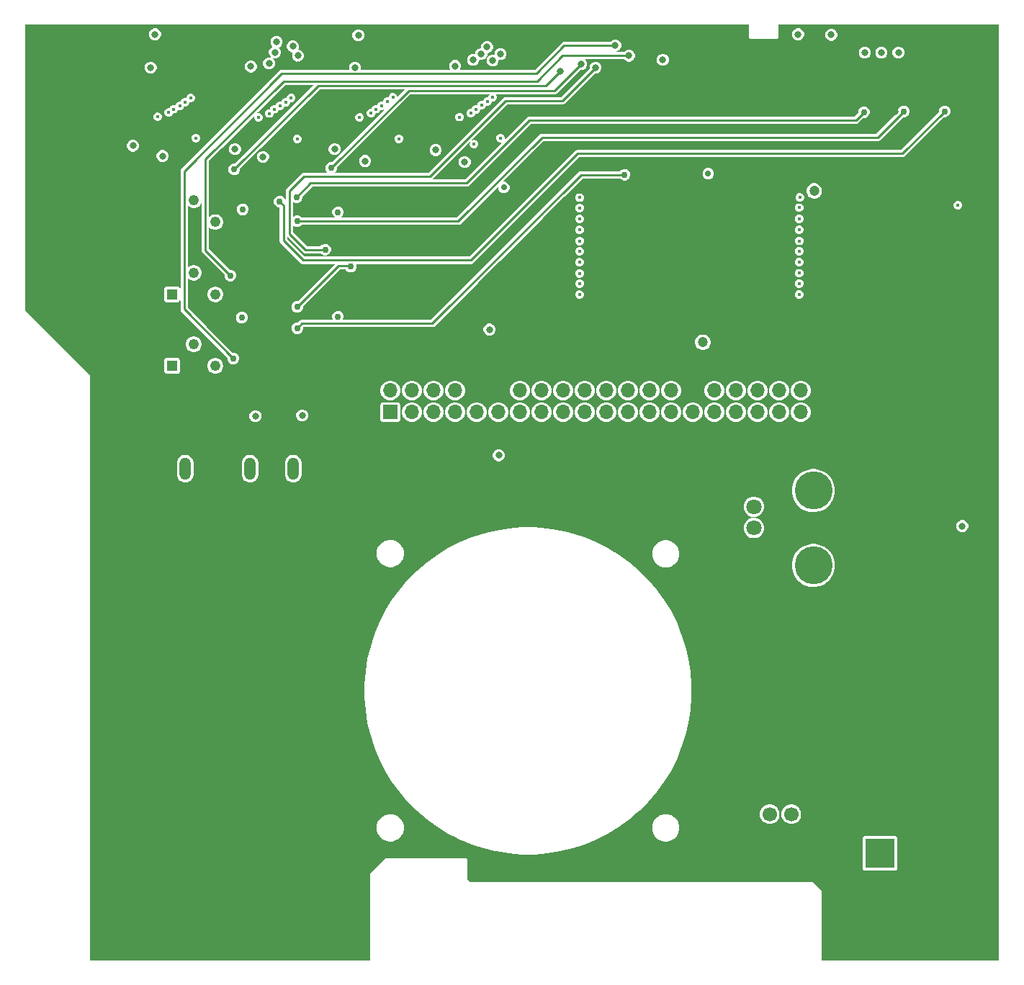
<source format=gbr>
%TF.GenerationSoftware,KiCad,Pcbnew,9.0.3*%
%TF.CreationDate,2025-07-10T15:06:49-06:00*%
%TF.ProjectId,mister-vector,6d697374-6572-42d7-9665-63746f722e6b,rev?*%
%TF.SameCoordinates,Original*%
%TF.FileFunction,Copper,L3,Inr*%
%TF.FilePolarity,Positive*%
%FSLAX46Y46*%
G04 Gerber Fmt 4.6, Leading zero omitted, Abs format (unit mm)*
G04 Created by KiCad (PCBNEW 9.0.3) date 2025-07-10 15:06:49*
%MOMM*%
%LPD*%
G01*
G04 APERTURE LIST*
G04 Aperture macros list*
%AMRoundRect*
0 Rectangle with rounded corners*
0 $1 Rounding radius*
0 $2 $3 $4 $5 $6 $7 $8 $9 X,Y pos of 4 corners*
0 Add a 4 corners polygon primitive as box body*
4,1,4,$2,$3,$4,$5,$6,$7,$8,$9,$2,$3,0*
0 Add four circle primitives for the rounded corners*
1,1,$1+$1,$2,$3*
1,1,$1+$1,$4,$5*
1,1,$1+$1,$6,$7*
1,1,$1+$1,$8,$9*
0 Add four rect primitives between the rounded corners*
20,1,$1+$1,$2,$3,$4,$5,0*
20,1,$1+$1,$4,$5,$6,$7,0*
20,1,$1+$1,$6,$7,$8,$9,0*
20,1,$1+$1,$8,$9,$2,$3,0*%
G04 Aperture macros list end*
%TA.AperFunction,ComponentPad*%
%ADD10C,1.800000*%
%TD*%
%TA.AperFunction,ComponentPad*%
%ADD11C,4.460000*%
%TD*%
%TA.AperFunction,ComponentPad*%
%ADD12C,0.800000*%
%TD*%
%TA.AperFunction,ComponentPad*%
%ADD13C,6.000000*%
%TD*%
%TA.AperFunction,ComponentPad*%
%ADD14R,3.500000X3.500000*%
%TD*%
%TA.AperFunction,ComponentPad*%
%ADD15RoundRect,0.750000X0.750000X1.000000X-0.750000X1.000000X-0.750000X-1.000000X0.750000X-1.000000X0*%
%TD*%
%TA.AperFunction,ComponentPad*%
%ADD16RoundRect,0.875000X0.875000X0.875000X-0.875000X0.875000X-0.875000X-0.875000X0.875000X-0.875000X0*%
%TD*%
%TA.AperFunction,ComponentPad*%
%ADD17R,1.700000X1.700000*%
%TD*%
%TA.AperFunction,ComponentPad*%
%ADD18C,1.700000*%
%TD*%
%TA.AperFunction,ComponentPad*%
%ADD19O,1.320800X2.641600*%
%TD*%
%TA.AperFunction,ComponentPad*%
%ADD20R,1.222000X1.222000*%
%TD*%
%TA.AperFunction,ComponentPad*%
%ADD21C,1.222000*%
%TD*%
%TA.AperFunction,ComponentPad*%
%ADD22O,1.700000X1.700000*%
%TD*%
%TA.AperFunction,ViaPad*%
%ADD23C,0.800000*%
%TD*%
%TA.AperFunction,ViaPad*%
%ADD24C,1.200000*%
%TD*%
%TA.AperFunction,ViaPad*%
%ADD25C,0.756400*%
%TD*%
%TA.AperFunction,ViaPad*%
%ADD26C,0.400000*%
%TD*%
%TA.AperFunction,ViaPad*%
%ADD27C,0.736600*%
%TD*%
%TA.AperFunction,Conductor*%
%ADD28C,0.250000*%
%TD*%
G04 APERTURE END LIST*
D10*
%TO.N,Net-(C40-Pad2)*%
%TO.C,VR4*%
X133808000Y-104731000D03*
%TO.N,Net-(R99-Pad2)*%
X133808000Y-107231000D03*
%TO.N,GND*%
X133808000Y-109731000D03*
D11*
%TO.N,N/C*%
X140808000Y-102831000D03*
X140808000Y-111631000D03*
%TD*%
D12*
%TO.N,GND*%
%TO.C,H3*%
X157139000Y-92711000D03*
X157798010Y-91120010D03*
X157798010Y-94301990D03*
X159389000Y-90461000D03*
D13*
X159389000Y-92711000D03*
D12*
X159389000Y-94961000D03*
X160979990Y-91120010D03*
X160979990Y-94301990D03*
X161639000Y-92711000D03*
%TD*%
D14*
%TO.N,+5V*%
%TO.C,J10*%
X148630000Y-145486000D03*
D15*
%TO.N,GND*%
X154630000Y-145486000D03*
D16*
X151630000Y-140786000D03*
%TD*%
D12*
%TO.N,GND*%
%TO.C,H2*%
X56682000Y-92711000D03*
X57341010Y-91120010D03*
X57341010Y-94301990D03*
X58932000Y-90461000D03*
D13*
X58932000Y-92711000D03*
D12*
X58932000Y-94961000D03*
X60522990Y-91120010D03*
X60522990Y-94301990D03*
X61182000Y-92711000D03*
%TD*%
D17*
%TO.N,GND*%
%TO.C,J100*%
X133128000Y-140886000D03*
D18*
%TO.N,+5V*%
X135668000Y-140886000D03*
%TO.N,unconnected-(J100-Pin_3-Pad3)*%
X138208000Y-140886000D03*
%TD*%
D19*
%TO.N,+5V*%
%TO.C,U1*%
X66948000Y-100247000D03*
%TO.N,GND*%
X69488000Y-100247000D03*
%TO.N,-12V*%
X74568000Y-100247000D03*
%TO.N,GND*%
X77108000Y-100247000D03*
%TO.N,+12V*%
X79648000Y-100247000D03*
%TD*%
D12*
%TO.N,GND*%
%TO.C,H4*%
X56682000Y-154941000D03*
X57341010Y-153350010D03*
X57341010Y-156531990D03*
X58932000Y-152691000D03*
D13*
X58932000Y-154941000D03*
D12*
X58932000Y-157191000D03*
X60522990Y-153350010D03*
X60522990Y-156531990D03*
X61182000Y-154941000D03*
%TD*%
D20*
%TO.N,unconnected-(VR3-Pad1)*%
%TO.C,VR3*%
X65402500Y-88156000D03*
D21*
%TO.N,Net-(U13D--IN)*%
X67942500Y-85616000D03*
%TO.N,Net-(U13D-OUT)*%
X70482500Y-88156000D03*
%TD*%
D20*
%TO.N,unconnected-(VR2-Pad1)*%
%TO.C,VR2*%
X65402500Y-79756000D03*
D21*
%TO.N,Net-(U13C--IN)*%
X67942500Y-77216000D03*
%TO.N,Net-(U13C-OUT)*%
X70482500Y-79756000D03*
%TD*%
D20*
%TO.N,GND*%
%TO.C,VR1*%
X65402500Y-71256000D03*
D21*
%TO.N,Net-(U14D-+IN)*%
X67942500Y-68716000D03*
%TO.N,+3.3V*%
X70482500Y-71256000D03*
%TD*%
D12*
%TO.N,GND*%
%TO.C,H1*%
X157139000Y-154941000D03*
X157798010Y-153350010D03*
X157798010Y-156531990D03*
X159389000Y-152691000D03*
D13*
X159389000Y-154941000D03*
D12*
X159389000Y-157191000D03*
X160979990Y-153350010D03*
X160979990Y-156531990D03*
X161639000Y-154941000D03*
%TD*%
D17*
%TO.N,/LED_USER*%
%TO.C,J7*%
X91063000Y-93600000D03*
D22*
%TO.N,/AUDIO_L*%
X91063000Y-91060000D03*
%TO.N,/LED_DISK*%
X93603000Y-93600000D03*
%TO.N,/SD_DAT2*%
X93603000Y-91060000D03*
%TO.N,/LED_POWER*%
X96143000Y-93600000D03*
%TO.N,/SD_DAT3*%
X96143000Y-91060000D03*
%TO.N,/AUDIO_R*%
X98683000Y-93600000D03*
%TO.N,/SD_CMD*%
X98683000Y-91060000D03*
%TO.N,/SPDIF*%
X101223000Y-93600000D03*
%TO.N,GND*%
X101223000Y-91060000D03*
%TO.N,Net-(J7-Pad11)*%
X103763000Y-93600000D03*
%TO.N,GND*%
X103763000Y-91060000D03*
%TO.N,/BTN_OSD*%
X106303000Y-93600000D03*
%TO.N,/CLK_P10*%
X106303000Y-91060000D03*
%TO.N,/BTN_USER*%
X108843000Y-93600000D03*
%TO.N,/CLK_P20*%
X108843000Y-91060000D03*
%TO.N,/BTN_RESET*%
X111383000Y-93600000D03*
%TO.N,/CLK_P11*%
X111383000Y-91060000D03*
%TO.N,unconnected-(J7-Pad19)*%
X113923000Y-93600000D03*
%TO.N,/CLK_P21*%
X113923000Y-91060000D03*
%TO.N,unconnected-(J7-Pad21)*%
X116463000Y-93600000D03*
%TO.N,/CLK_X*%
X116463000Y-91060000D03*
%TO.N,unconnected-(J7-Pad23)*%
X119003000Y-93600000D03*
%TO.N,/CLK_Y*%
X119003000Y-91060000D03*
%TO.N,unconnected-(J7-Pad25)*%
X121543000Y-93600000D03*
%TO.N,/CLK_RGB*%
X121543000Y-91060000D03*
%TO.N,unconnected-(J7-Pad27)*%
X124083000Y-93600000D03*
%TO.N,unconnected-(J7-Pad28)*%
X124083000Y-91060000D03*
%TO.N,Net-(J7-Pad29)*%
X126623000Y-93600000D03*
%TO.N,GND*%
X126623000Y-91060000D03*
%TO.N,/D9*%
X129163000Y-93600000D03*
%TO.N,/D0*%
X129163000Y-91060000D03*
%TO.N,/D8*%
X131703000Y-93600000D03*
%TO.N,/D1*%
X131703000Y-91060000D03*
%TO.N,/D7*%
X134243000Y-93600000D03*
%TO.N,/D2*%
X134243000Y-91060000D03*
%TO.N,/D6*%
X136783000Y-93600000D03*
%TO.N,/D3*%
X136783000Y-91060000D03*
%TO.N,/D5*%
X139323000Y-93600000D03*
%TO.N,/D4*%
X139323000Y-91060000D03*
%TD*%
D23*
%TO.N,+5V*%
X72808000Y-62686000D03*
X150804000Y-51335998D03*
X84508000Y-62686000D03*
X158308000Y-107001000D03*
X146844000Y-51335998D03*
X148808000Y-51336000D03*
X96408000Y-62786000D03*
X103808000Y-98686000D03*
X60808000Y-62286000D03*
%TO.N,+3.3V*%
X88108000Y-64086000D03*
X99808000Y-64186000D03*
X102708000Y-83886000D03*
X76108000Y-63586000D03*
X64288000Y-63486000D03*
D24*
X140908000Y-67586000D03*
X127808000Y-85386000D03*
D23*
%TO.N,GND*%
X77896300Y-96855900D03*
X51804000Y-51286000D03*
X99808000Y-50386000D03*
X156744000Y-51317998D03*
X137808000Y-65486000D03*
X154208000Y-107061000D03*
X139508000Y-80986000D03*
X75008000Y-84386000D03*
X98708000Y-101286000D03*
X72308000Y-66086000D03*
X158808000Y-76686000D03*
X150408000Y-58286000D03*
X100708000Y-82786000D03*
X104508000Y-52786000D03*
X91008000Y-101286000D03*
X69208000Y-54386000D03*
X55764000Y-51286000D03*
X72408000Y-73586000D03*
X88108000Y-50486000D03*
X80208000Y-52786000D03*
X158724000Y-51317998D03*
X53784000Y-51286000D03*
X87908000Y-81286000D03*
X145808000Y-85486000D03*
X154764000Y-51317998D03*
X126544532Y-82713313D03*
X154208000Y-104461000D03*
X154208000Y-105761000D03*
X78696300Y-95155900D03*
X77096300Y-95155900D03*
X118708000Y-80986000D03*
X86108000Y-61711000D03*
X154208000Y-108261000D03*
X75808000Y-50486000D03*
X149208000Y-102786000D03*
X83708000Y-84286000D03*
X145508000Y-58286000D03*
X155108000Y-58286000D03*
X113708000Y-67086000D03*
X142208000Y-65586000D03*
X73408000Y-68486000D03*
X74808000Y-81286000D03*
X107244000Y-51616002D03*
X142408000Y-76786000D03*
X92908000Y-81086000D03*
X84008000Y-68086000D03*
X74208000Y-61886000D03*
X92108000Y-52686000D03*
X107244000Y-50414635D03*
X113808000Y-80986000D03*
X98008000Y-61786000D03*
X62408000Y-61786000D03*
X71808000Y-69886000D03*
X86708000Y-72186000D03*
X70348000Y-97048400D03*
X64408000Y-50486000D03*
%TO.N,+12V*%
X80708000Y-93986000D03*
D25*
X84908000Y-70086000D03*
X84908000Y-82386000D03*
D23*
%TO.N,-12V*%
X75208000Y-94086000D03*
D25*
X73708000Y-69766000D03*
X73608000Y-82486000D03*
D26*
%TO.N,/D5*%
X79408000Y-56652756D03*
X139123000Y-73471000D03*
X113308000Y-73486000D03*
X67585156Y-56652756D03*
X91364000Y-56586000D03*
X103108000Y-56586000D03*
D27*
%TO.N,/CLK_Y*%
X128440548Y-65553452D03*
D26*
%TO.N,/D7*%
X139123000Y-70871000D03*
X113308000Y-70886000D03*
%TO.N,/D2*%
X89359439Y-57979021D03*
X101163000Y-57986000D03*
X139123000Y-77271000D03*
X113308000Y-77286000D03*
X65608000Y-57979021D03*
X77455491Y-57979021D03*
%TO.N,/D8*%
X113308000Y-69586000D03*
X139123000Y-69571000D03*
%TO.N,/D9*%
X113308000Y-68386000D03*
X139208000Y-68371000D03*
%TO.N,/D1*%
X113308000Y-78486000D03*
X65016021Y-58379021D03*
X76858000Y-58486000D03*
X88808000Y-58467044D03*
X100526956Y-58467044D03*
X139123000Y-78471000D03*
D27*
%TO.N,/CLK_X*%
X104408000Y-67186000D03*
D26*
%TO.N,/D6*%
X113308000Y-72186000D03*
X139123000Y-72171000D03*
%TO.N,/D0*%
X75553000Y-58941000D03*
X63708000Y-58886000D03*
X99208000Y-58911000D03*
X87453000Y-58941000D03*
X139123000Y-79771000D03*
X113308000Y-79786000D03*
X100908000Y-62086000D03*
%TO.N,/CLK_RGB*%
X157808000Y-69286000D03*
%TO.N,/D4*%
X90708000Y-57086000D03*
X102463000Y-57086000D03*
X78808000Y-57154533D03*
X139123000Y-74671000D03*
X66908000Y-57154533D03*
X113308000Y-74686000D03*
%TO.N,/D3*%
X139123000Y-75971000D03*
X113308000Y-75986000D03*
X66306400Y-57579021D03*
X101808000Y-57486000D03*
X78108000Y-57579021D03*
X90008000Y-57579021D03*
D25*
%TO.N,/Vector Amplifiers/DAC_R*%
X80048000Y-68330000D03*
X146733000Y-58336000D03*
%TO.N,/Vector Amplifiers/DAC_G*%
X80132600Y-71168477D03*
X151433000Y-58236000D03*
%TO.N,/Vector Amplifiers/DAC_B*%
X156233000Y-58236000D03*
X78054800Y-68843387D03*
%TO.N,/Vector Amplifiers/DAC_Y*%
X118608000Y-65686000D03*
X80132600Y-83730000D03*
%TO.N,/Vector Amplifiers/DAC_X*%
X86408000Y-76486000D03*
X80132600Y-81230000D03*
D26*
%TO.N,/CLK_P20*%
X80108000Y-61486000D03*
%TO.N,/CLK_P11*%
X92059104Y-61453127D03*
%TO.N,/CLK_P21*%
X104008000Y-61386000D03*
%TO.N,/CLK_P10*%
X68208000Y-61386000D03*
D23*
%TO.N,/JAMMA_SERVICE*%
X104008000Y-51486000D03*
%TO.N,/JAMMA_TILT*%
X103100450Y-52261681D03*
%TO.N,/JAMMA_P2_R*%
X79608000Y-50586000D03*
%TO.N,/+12V_NC*%
X139024000Y-49186000D03*
%TO.N,/-5V_NC*%
X142908000Y-49236000D03*
%TO.N,/JAMMA_SPEAKER-*%
X123108000Y-52186000D03*
D25*
%TO.N,/JAMMA_VIDEO_G*%
X83408000Y-74486000D03*
D23*
X115208000Y-53086000D03*
D25*
%TO.N,/JAMMA_VIDEO_R*%
X84108000Y-64907800D03*
D23*
X113508000Y-52686000D03*
D25*
%TO.N,/JAMMA_VIDEO_B*%
X72698000Y-65064200D03*
D23*
X111008000Y-53486000D03*
%TO.N,/JAMMA_P2_D*%
X98670685Y-52897000D03*
%TO.N,/JAMMA_P2_BUTTON3*%
X76808000Y-52586000D03*
%TO.N,/JAMMA_P2_U*%
X100808000Y-52186000D03*
%TO.N,/JAMMA_P2_START*%
X101758000Y-51500203D03*
%TO.N,/JAMMA_P2_COIN*%
X102433000Y-50686000D03*
%TO.N,/JAMMA_P2_BUTTON2*%
X77483000Y-51286000D03*
%TO.N,/JAMMA_P2_BUTTON1*%
X77685298Y-50063298D03*
%TO.N,/JAMMA_P2_L*%
X80208000Y-51686000D03*
%TO.N,/JAMMA_P1_D*%
X87308000Y-49286000D03*
X86908000Y-53086000D03*
%TO.N,/JAMMA_PIN_M(X)*%
X119108000Y-51686000D03*
D25*
X72258000Y-77536000D03*
%TO.N,/JAMMA_PIN_11(Y)*%
X72598000Y-87286000D03*
D23*
X117508000Y-50486000D03*
%TO.N,/JAMMA_P2_BUTTON4*%
X74659820Y-52961000D03*
%TO.N,/JAMMA_P1_BUTTON4*%
X63408000Y-49186000D03*
X62908000Y-53086000D03*
%TD*%
D28*
%TO.N,/Vector Amplifiers/DAC_R*%
X145808000Y-59261000D02*
X146733000Y-58336000D01*
X100008000Y-66686000D02*
X107408000Y-59286000D01*
X80048000Y-68330000D02*
X81692000Y-66686000D01*
X145808000Y-59286000D02*
X145808000Y-59261000D01*
X81692000Y-66686000D02*
X100008000Y-66686000D01*
X107408000Y-59286000D02*
X145808000Y-59286000D01*
%TO.N,/Vector Amplifiers/DAC_G*%
X151433000Y-58236000D02*
X148383000Y-61286000D01*
X148383000Y-61286000D02*
X108908000Y-61286000D01*
X99025523Y-71168477D02*
X80132600Y-71168477D01*
X108908000Y-61286000D02*
X99025523Y-71168477D01*
%TO.N,/Vector Amplifiers/DAC_B*%
X78489800Y-69278387D02*
X78054800Y-68843387D01*
X80807127Y-75750813D02*
X78489800Y-73433486D01*
X100543187Y-75750813D02*
X80807127Y-75750813D01*
X113108000Y-63186000D02*
X100543187Y-75750813D01*
X156233000Y-58236000D02*
X151283000Y-63186000D01*
X151283000Y-63186000D02*
X113108000Y-63186000D01*
X78489800Y-73433486D02*
X78489800Y-69278387D01*
%TO.N,/Vector Amplifiers/DAC_Y*%
X96008000Y-83186000D02*
X80676600Y-83186000D01*
X80676600Y-83186000D02*
X80132600Y-83730000D01*
X118608000Y-65686000D02*
X113508000Y-65686000D01*
X113508000Y-65686000D02*
X96008000Y-83186000D01*
%TO.N,/Vector Amplifiers/DAC_X*%
X80132600Y-81230000D02*
X84958587Y-76404013D01*
X84958587Y-76404013D02*
X86326013Y-76404013D01*
X86326013Y-76404013D02*
X86408000Y-76486000D01*
%TO.N,/JAMMA_VIDEO_G*%
X80908000Y-65886000D02*
X79208000Y-67586000D01*
X81069686Y-74486000D02*
X83408000Y-74486000D01*
X95708000Y-65886000D02*
X80908000Y-65886000D01*
X111308000Y-56986000D02*
X104608000Y-56986000D01*
X79208000Y-67586000D02*
X79208000Y-72624314D01*
X115208000Y-53086000D02*
X111308000Y-56986000D01*
X79208000Y-72624314D02*
X81069686Y-74486000D01*
X104608000Y-56986000D02*
X95708000Y-65886000D01*
%TO.N,/JAMMA_VIDEO_R*%
X110408000Y-55786000D02*
X113508000Y-52686000D01*
X84108000Y-64907800D02*
X93229800Y-55786000D01*
X93229800Y-55786000D02*
X110408000Y-55786000D01*
%TO.N,/JAMMA_VIDEO_B*%
X82576200Y-55186000D02*
X109308000Y-55186000D01*
X109308000Y-55186000D02*
X111008000Y-53486000D01*
X72698000Y-65064200D02*
X82576200Y-55186000D01*
%TO.N,/JAMMA_PIN_M(X)*%
X69308000Y-63886000D02*
X69308000Y-74586000D01*
X108308000Y-54686000D02*
X78508000Y-54686000D01*
X119108000Y-51686000D02*
X111308000Y-51686000D01*
X69308000Y-74586000D02*
X72258000Y-77536000D01*
X78508000Y-54686000D02*
X69308000Y-63886000D01*
X111308000Y-51686000D02*
X108308000Y-54686000D01*
%TO.N,/JAMMA_PIN_11(Y)*%
X66808000Y-81496000D02*
X66808000Y-65286000D01*
X111508000Y-50486000D02*
X117508000Y-50486000D01*
X66808000Y-65286000D02*
X78308000Y-53786000D01*
X108208000Y-53786000D02*
X111508000Y-50486000D01*
X78308000Y-53786000D02*
X108208000Y-53786000D01*
X72598000Y-87286000D02*
X66808000Y-81496000D01*
%TD*%
%TA.AperFunction,Conductor*%
%TO.N,GND*%
G36*
X133249148Y-48000352D02*
G01*
X133263500Y-48035000D01*
X133263500Y-49452950D01*
X133263500Y-49619050D01*
X133380950Y-49736500D01*
X133380951Y-49736500D01*
X136547049Y-49736500D01*
X136547050Y-49736500D01*
X136664500Y-49619050D01*
X136664500Y-49046660D01*
X138323500Y-49046660D01*
X138323500Y-49046662D01*
X138323500Y-49325338D01*
X138323500Y-49325340D01*
X138323501Y-49325341D01*
X138430144Y-49582802D01*
X138430146Y-49582805D01*
X138627195Y-49779854D01*
X138627197Y-49779855D01*
X138627198Y-49779856D01*
X138884662Y-49886500D01*
X138884664Y-49886500D01*
X139163336Y-49886500D01*
X139163338Y-49886500D01*
X139420802Y-49779856D01*
X139420803Y-49779854D01*
X139420805Y-49779854D01*
X139617854Y-49582805D01*
X139617854Y-49582803D01*
X139617856Y-49582802D01*
X139724500Y-49325338D01*
X139724500Y-49096660D01*
X142207500Y-49096660D01*
X142207500Y-49096662D01*
X142207500Y-49375338D01*
X142207500Y-49375340D01*
X142207501Y-49375341D01*
X142314144Y-49632802D01*
X142314146Y-49632805D01*
X142511195Y-49829854D01*
X142511197Y-49829855D01*
X142511198Y-49829856D01*
X142768662Y-49936500D01*
X142768664Y-49936500D01*
X143047336Y-49936500D01*
X143047338Y-49936500D01*
X143304802Y-49829856D01*
X143304803Y-49829854D01*
X143304805Y-49829854D01*
X143501854Y-49632805D01*
X143501854Y-49632803D01*
X143501856Y-49632802D01*
X143608500Y-49375338D01*
X143608500Y-49096662D01*
X143501856Y-48839198D01*
X143501855Y-48839197D01*
X143501854Y-48839195D01*
X143304805Y-48642146D01*
X143304802Y-48642144D01*
X143047341Y-48535501D01*
X143047339Y-48535500D01*
X143047338Y-48535500D01*
X142768662Y-48535500D01*
X142768660Y-48535500D01*
X142768658Y-48535501D01*
X142511197Y-48642144D01*
X142314144Y-48839197D01*
X142207501Y-49096658D01*
X142207500Y-49096660D01*
X139724500Y-49096660D01*
X139724500Y-49046662D01*
X139617856Y-48789198D01*
X139617855Y-48789197D01*
X139617854Y-48789195D01*
X139420805Y-48592146D01*
X139420802Y-48592144D01*
X139163341Y-48485501D01*
X139163339Y-48485500D01*
X139163338Y-48485500D01*
X138884662Y-48485500D01*
X138884660Y-48485500D01*
X138884658Y-48485501D01*
X138627197Y-48592144D01*
X138430144Y-48789197D01*
X138323501Y-49046658D01*
X138323500Y-49046660D01*
X136664500Y-49046660D01*
X136664500Y-48035000D01*
X136678852Y-48000352D01*
X136713500Y-47986000D01*
X162514500Y-47986000D01*
X162549148Y-48000352D01*
X162563500Y-48035000D01*
X162563500Y-158036500D01*
X162549148Y-158071148D01*
X162514500Y-158085500D01*
X141858500Y-158085500D01*
X141823852Y-158071148D01*
X141809500Y-158036500D01*
X141809500Y-149904950D01*
X140803050Y-148898500D01*
X100437346Y-148898500D01*
X100402698Y-148884148D01*
X100167852Y-148649302D01*
X100153500Y-148614654D01*
X100153500Y-146221950D01*
X100036050Y-146104500D01*
X90471950Y-146104500D01*
X88703500Y-147872949D01*
X88703500Y-158036500D01*
X88689148Y-158071148D01*
X88654500Y-158085500D01*
X55813500Y-158085500D01*
X55778852Y-158071148D01*
X55764500Y-158036500D01*
X55764500Y-142284286D01*
X89462500Y-142284286D01*
X89462500Y-142705713D01*
X89571570Y-143112769D01*
X89571571Y-143112772D01*
X89757899Y-143435500D01*
X89782281Y-143477730D01*
X90080270Y-143775719D01*
X90213852Y-143852843D01*
X90445227Y-143986428D01*
X90445230Y-143986429D01*
X90852286Y-144095499D01*
X90852287Y-144095500D01*
X90852290Y-144095500D01*
X91273713Y-144095500D01*
X91273713Y-144095499D01*
X91680770Y-143986429D01*
X92045730Y-143775719D01*
X92343719Y-143477730D01*
X92554429Y-143112770D01*
X92663499Y-142705713D01*
X92663500Y-142705713D01*
X92663500Y-142284287D01*
X92663499Y-142284286D01*
X92554429Y-141877230D01*
X92554428Y-141877227D01*
X92420843Y-141645852D01*
X92343719Y-141512270D01*
X92045730Y-141214281D01*
X91962483Y-141166218D01*
X91680772Y-141003571D01*
X91680769Y-141003570D01*
X91273713Y-140894500D01*
X91273710Y-140894500D01*
X90852290Y-140894500D01*
X90852287Y-140894500D01*
X90445230Y-141003570D01*
X90445227Y-141003571D01*
X90080269Y-141214281D01*
X90080269Y-141214282D01*
X89782282Y-141512269D01*
X89782281Y-141512269D01*
X89571571Y-141877227D01*
X89571570Y-141877230D01*
X89462500Y-142284286D01*
X55764500Y-142284286D01*
X55764500Y-125626577D01*
X88028702Y-125626577D01*
X88028702Y-127137422D01*
X88147241Y-128643610D01*
X88147241Y-128643611D01*
X88383591Y-130135864D01*
X88609007Y-131074787D01*
X88736290Y-131604958D01*
X89203167Y-133041857D01*
X89203172Y-133041869D01*
X89203173Y-133041872D01*
X89781339Y-134437692D01*
X90467256Y-135783879D01*
X91256657Y-137072064D01*
X91256660Y-137072069D01*
X91256665Y-137072076D01*
X91256667Y-137072079D01*
X92144720Y-138294379D01*
X92144724Y-138294384D01*
X93125937Y-139443236D01*
X93125944Y-139443244D01*
X94194255Y-140511555D01*
X94194263Y-140511562D01*
X94194265Y-140511564D01*
X95343121Y-141492780D01*
X96565421Y-142380833D01*
X96565425Y-142380835D01*
X96565430Y-142380839D01*
X96565435Y-142380842D01*
X97853620Y-143170243D01*
X97853624Y-143170245D01*
X97853629Y-143170248D01*
X98733866Y-143618751D01*
X99199807Y-143856160D01*
X99869005Y-144133350D01*
X100595643Y-144434333D01*
X102032542Y-144901210D01*
X103337733Y-145214558D01*
X103501635Y-145253908D01*
X103501636Y-145253908D01*
X103501644Y-145253910D01*
X104993889Y-145490259D01*
X106500077Y-145608798D01*
X106500088Y-145608798D01*
X108010912Y-145608798D01*
X108010923Y-145608798D01*
X109517111Y-145490259D01*
X111009356Y-145253910D01*
X112478458Y-144901210D01*
X113915357Y-144434333D01*
X115311197Y-143856158D01*
X116657371Y-143170248D01*
X117945579Y-142380833D01*
X118078465Y-142284286D01*
X121847500Y-142284286D01*
X121847500Y-142705713D01*
X121956570Y-143112769D01*
X121956571Y-143112772D01*
X122142899Y-143435500D01*
X122167281Y-143477730D01*
X122465270Y-143775719D01*
X122598852Y-143852843D01*
X122830227Y-143986428D01*
X122830230Y-143986429D01*
X123237286Y-144095499D01*
X123237287Y-144095500D01*
X123237290Y-144095500D01*
X123658713Y-144095500D01*
X123658713Y-144095499D01*
X124065770Y-143986429D01*
X124430730Y-143775719D01*
X124500045Y-143706404D01*
X146579500Y-143706404D01*
X146579500Y-147265596D01*
X146596935Y-147353249D01*
X146623537Y-147393062D01*
X146663351Y-147452648D01*
X146703165Y-147479250D01*
X146762751Y-147519065D01*
X146850404Y-147536500D01*
X146850407Y-147536500D01*
X150409593Y-147536500D01*
X150409596Y-147536500D01*
X150497249Y-147519065D01*
X150596648Y-147452648D01*
X150663065Y-147353249D01*
X150680500Y-147265596D01*
X150680500Y-143706404D01*
X150663065Y-143618751D01*
X150623250Y-143559165D01*
X150596648Y-143519351D01*
X150534357Y-143477730D01*
X150497249Y-143452935D01*
X150409596Y-143435500D01*
X146850404Y-143435500D01*
X146762751Y-143452935D01*
X146663351Y-143519351D01*
X146596935Y-143618751D01*
X146579500Y-143706404D01*
X124500045Y-143706404D01*
X124728719Y-143477730D01*
X124939429Y-143112770D01*
X125048499Y-142705713D01*
X125048500Y-142705713D01*
X125048500Y-142284287D01*
X125048499Y-142284286D01*
X124939429Y-141877230D01*
X124939428Y-141877227D01*
X124805843Y-141645852D01*
X124728719Y-141512270D01*
X124430730Y-141214281D01*
X124347483Y-141166218D01*
X124065772Y-141003571D01*
X124065769Y-141003570D01*
X123658713Y-140894500D01*
X123658710Y-140894500D01*
X123237290Y-140894500D01*
X123237287Y-140894500D01*
X122830230Y-141003570D01*
X122830227Y-141003571D01*
X122465269Y-141214281D01*
X122465269Y-141214282D01*
X122167282Y-141512269D01*
X122167281Y-141512269D01*
X121956571Y-141877227D01*
X121956570Y-141877230D01*
X121847500Y-142284286D01*
X118078465Y-142284286D01*
X119167879Y-141492780D01*
X120055675Y-140734530D01*
X134517500Y-140734530D01*
X134517500Y-141037469D01*
X134595903Y-141330076D01*
X134595904Y-141330079D01*
X134747371Y-141592424D01*
X134961576Y-141806629D01*
X135057598Y-141862068D01*
X135223920Y-141958095D01*
X135223923Y-141958096D01*
X135516530Y-142036499D01*
X135516531Y-142036500D01*
X135516534Y-142036500D01*
X135819469Y-142036500D01*
X135819469Y-142036499D01*
X136112077Y-141958096D01*
X136374424Y-141806629D01*
X136588629Y-141592424D01*
X136740096Y-141330077D01*
X136818499Y-141037469D01*
X136818500Y-141037469D01*
X136818500Y-140734531D01*
X136818499Y-140734530D01*
X137057500Y-140734530D01*
X137057500Y-141037469D01*
X137135903Y-141330076D01*
X137135904Y-141330079D01*
X137287371Y-141592424D01*
X137501576Y-141806629D01*
X137597598Y-141862068D01*
X137763920Y-141958095D01*
X137763923Y-141958096D01*
X138056530Y-142036499D01*
X138056531Y-142036500D01*
X138056534Y-142036500D01*
X138359469Y-142036500D01*
X138359469Y-142036499D01*
X138652077Y-141958096D01*
X138914424Y-141806629D01*
X139128629Y-141592424D01*
X139280096Y-141330077D01*
X139358499Y-141037469D01*
X139358500Y-141037469D01*
X139358500Y-140734531D01*
X139358499Y-140734530D01*
X139280096Y-140441923D01*
X139280095Y-140441920D01*
X139184068Y-140275598D01*
X139128629Y-140179576D01*
X138914424Y-139965371D01*
X138652079Y-139813904D01*
X138652076Y-139813903D01*
X138359469Y-139735500D01*
X138359466Y-139735500D01*
X138056534Y-139735500D01*
X138056531Y-139735500D01*
X137763923Y-139813903D01*
X137763920Y-139813904D01*
X137501575Y-139965371D01*
X137501575Y-139965372D01*
X137287372Y-140179575D01*
X137287371Y-140179575D01*
X137135904Y-140441920D01*
X137135903Y-140441923D01*
X137057500Y-140734530D01*
X136818499Y-140734530D01*
X136740096Y-140441923D01*
X136740095Y-140441920D01*
X136644068Y-140275598D01*
X136588629Y-140179576D01*
X136374424Y-139965371D01*
X136112079Y-139813904D01*
X136112076Y-139813903D01*
X135819469Y-139735500D01*
X135819466Y-139735500D01*
X135516534Y-139735500D01*
X135516531Y-139735500D01*
X135223923Y-139813903D01*
X135223920Y-139813904D01*
X134961575Y-139965371D01*
X134961575Y-139965372D01*
X134747372Y-140179575D01*
X134747371Y-140179575D01*
X134595904Y-140441920D01*
X134595903Y-140441923D01*
X134517500Y-140734530D01*
X120055675Y-140734530D01*
X120316735Y-140511564D01*
X121385064Y-139443235D01*
X122366280Y-138294379D01*
X123254333Y-137072079D01*
X124043748Y-135783871D01*
X124729658Y-134437697D01*
X125307833Y-133041857D01*
X125774710Y-131604958D01*
X126127410Y-130135856D01*
X126363759Y-128643611D01*
X126482298Y-127137423D01*
X126482298Y-125626577D01*
X126363759Y-124120389D01*
X126127410Y-122628144D01*
X125774710Y-121159042D01*
X125307833Y-119722143D01*
X124729658Y-118326303D01*
X124043748Y-116980129D01*
X124043745Y-116980124D01*
X124043743Y-116980120D01*
X123254342Y-115691935D01*
X123254339Y-115691930D01*
X123254335Y-115691925D01*
X123254333Y-115691921D01*
X122366280Y-114469621D01*
X121385064Y-113320765D01*
X121385062Y-113320763D01*
X121385055Y-113320755D01*
X120316744Y-112252444D01*
X120316736Y-112252437D01*
X119167884Y-111271224D01*
X119167882Y-111271222D01*
X119167879Y-111271220D01*
X117945579Y-110383167D01*
X117945576Y-110383165D01*
X117945569Y-110383160D01*
X117945564Y-110383157D01*
X117478365Y-110096857D01*
X117415423Y-110058286D01*
X121847500Y-110058286D01*
X121847500Y-110479713D01*
X121956570Y-110886769D01*
X121956571Y-110886772D01*
X122148806Y-111219730D01*
X122167281Y-111251730D01*
X122465270Y-111549719D01*
X122598852Y-111626843D01*
X122830227Y-111760428D01*
X122830230Y-111760429D01*
X123237286Y-111869499D01*
X123237287Y-111869500D01*
X123237290Y-111869500D01*
X123658713Y-111869500D01*
X123658713Y-111869499D01*
X124065770Y-111760429D01*
X124430730Y-111549719D01*
X124598687Y-111381762D01*
X138277500Y-111381762D01*
X138277500Y-111880237D01*
X138374743Y-112369108D01*
X138374748Y-112369127D01*
X138565498Y-112829637D01*
X138565500Y-112829641D01*
X138842432Y-113244100D01*
X139194900Y-113596568D01*
X139609359Y-113873500D01*
X139810204Y-113956692D01*
X140069872Y-114064251D01*
X140069874Y-114064251D01*
X140069880Y-114064254D01*
X140310843Y-114112184D01*
X140558762Y-114161499D01*
X140558765Y-114161499D01*
X140558768Y-114161500D01*
X140558769Y-114161500D01*
X141057231Y-114161500D01*
X141057232Y-114161500D01*
X141546120Y-114064254D01*
X142006641Y-113873500D01*
X142421100Y-113596568D01*
X142773568Y-113244100D01*
X143050500Y-112829641D01*
X143241254Y-112369120D01*
X143338500Y-111880232D01*
X143338500Y-111381768D01*
X143316511Y-111271224D01*
X143241256Y-110892891D01*
X143241254Y-110892880D01*
X143225468Y-110854770D01*
X143133692Y-110633204D01*
X143050500Y-110432359D01*
X142773568Y-110017900D01*
X142421100Y-109665432D01*
X142399845Y-109651230D01*
X142284191Y-109573952D01*
X142006641Y-109388500D01*
X142006638Y-109388498D01*
X142006637Y-109388498D01*
X141546127Y-109197748D01*
X141546121Y-109197746D01*
X141546120Y-109197746D01*
X141546117Y-109197745D01*
X141546108Y-109197743D01*
X141057237Y-109100500D01*
X141057232Y-109100500D01*
X140558768Y-109100500D01*
X140558762Y-109100500D01*
X140069891Y-109197743D01*
X140069872Y-109197748D01*
X139609362Y-109388498D01*
X139194900Y-109665431D01*
X138842431Y-110017900D01*
X138565498Y-110432362D01*
X138374748Y-110892872D01*
X138374743Y-110892891D01*
X138277500Y-111381762D01*
X124598687Y-111381762D01*
X124728719Y-111251730D01*
X124935895Y-110892891D01*
X124939428Y-110886772D01*
X124939429Y-110886769D01*
X124948004Y-110854769D01*
X125048499Y-110479713D01*
X125048500Y-110479713D01*
X125048500Y-110058287D01*
X125048499Y-110058286D01*
X124939429Y-109651230D01*
X124939428Y-109651227D01*
X124805843Y-109419852D01*
X124728719Y-109286270D01*
X124430730Y-108988281D01*
X124375306Y-108956282D01*
X124065772Y-108777571D01*
X124065769Y-108777570D01*
X123658713Y-108668500D01*
X123658710Y-108668500D01*
X123237290Y-108668500D01*
X123237287Y-108668500D01*
X122830230Y-108777570D01*
X122830227Y-108777571D01*
X122465269Y-108988281D01*
X122465269Y-108988282D01*
X122167282Y-109286269D01*
X122167281Y-109286269D01*
X121956571Y-109651227D01*
X121956570Y-109651230D01*
X121847500Y-110058286D01*
X117415423Y-110058286D01*
X116657379Y-109593756D01*
X115311192Y-108907839D01*
X113915372Y-108329673D01*
X113915369Y-108329672D01*
X113915357Y-108329667D01*
X112478458Y-107862790D01*
X111948287Y-107735507D01*
X111009364Y-107510091D01*
X110072622Y-107361725D01*
X109517111Y-107273741D01*
X108010923Y-107155202D01*
X106500077Y-107155202D01*
X104993889Y-107273741D01*
X104993888Y-107273741D01*
X103501635Y-107510091D01*
X102317862Y-107794290D01*
X102032542Y-107862790D01*
X100595643Y-108329667D01*
X100595634Y-108329670D01*
X100595627Y-108329673D01*
X99199807Y-108907839D01*
X97853620Y-109593756D01*
X96565435Y-110383157D01*
X96565430Y-110383160D01*
X95343129Y-111271214D01*
X95343115Y-111271224D01*
X94194263Y-112252437D01*
X94194255Y-112252444D01*
X93125944Y-113320755D01*
X93125937Y-113320763D01*
X92144724Y-114469615D01*
X92144714Y-114469629D01*
X91256660Y-115691930D01*
X91256657Y-115691935D01*
X90467256Y-116980120D01*
X89781339Y-118326307D01*
X89203173Y-119722127D01*
X89203170Y-119722134D01*
X89203167Y-119722143D01*
X88736291Y-121159039D01*
X88383591Y-122628135D01*
X88147241Y-124120388D01*
X88147241Y-124120389D01*
X88028702Y-125626577D01*
X55764500Y-125626577D01*
X55764500Y-110026286D01*
X89462500Y-110026286D01*
X89462500Y-110447713D01*
X89571570Y-110854769D01*
X89571571Y-110854772D01*
X89782281Y-111219730D01*
X90080270Y-111517719D01*
X90135694Y-111549718D01*
X90445227Y-111728428D01*
X90445230Y-111728429D01*
X90852286Y-111837499D01*
X90852287Y-111837500D01*
X90852290Y-111837500D01*
X91273713Y-111837500D01*
X91273713Y-111837499D01*
X91680770Y-111728429D01*
X92045730Y-111517719D01*
X92343719Y-111219730D01*
X92554429Y-110854770D01*
X92663499Y-110447713D01*
X92663500Y-110447713D01*
X92663500Y-110026287D01*
X92663499Y-110026286D01*
X92554429Y-109619230D01*
X92554428Y-109619227D01*
X92362194Y-109286270D01*
X92343719Y-109254270D01*
X92045730Y-108956281D01*
X91680772Y-108745571D01*
X91680769Y-108745570D01*
X91273713Y-108636500D01*
X91273710Y-108636500D01*
X90852290Y-108636500D01*
X90852287Y-108636500D01*
X90445230Y-108745570D01*
X90445227Y-108745571D01*
X90080269Y-108956281D01*
X90080269Y-108956282D01*
X89782282Y-109254269D01*
X89782281Y-109254269D01*
X89571571Y-109619227D01*
X89571570Y-109619230D01*
X89462500Y-110026286D01*
X55764500Y-110026286D01*
X55764500Y-107072947D01*
X132607500Y-107072947D01*
X132607500Y-107389052D01*
X132689311Y-107694374D01*
X132689312Y-107694378D01*
X132847361Y-107968124D01*
X133070876Y-108191639D01*
X133171072Y-108249487D01*
X133344621Y-108349687D01*
X133344623Y-108349687D01*
X133344624Y-108349688D01*
X133585425Y-108414210D01*
X133649947Y-108431499D01*
X133649948Y-108431500D01*
X133649951Y-108431500D01*
X133966052Y-108431500D01*
X133966052Y-108431499D01*
X134271376Y-108349688D01*
X134545124Y-108191639D01*
X134768639Y-107968124D01*
X134926688Y-107694376D01*
X135008499Y-107389052D01*
X135008500Y-107389052D01*
X135008500Y-107072948D01*
X135008499Y-107072947D01*
X134953991Y-106869518D01*
X134951885Y-106861660D01*
X157607500Y-106861660D01*
X157607500Y-106861662D01*
X157607500Y-107140338D01*
X157607500Y-107140340D01*
X157607501Y-107140341D01*
X157714144Y-107397802D01*
X157714146Y-107397805D01*
X157911195Y-107594854D01*
X157911197Y-107594855D01*
X157911198Y-107594856D01*
X158168662Y-107701500D01*
X158168664Y-107701500D01*
X158447336Y-107701500D01*
X158447338Y-107701500D01*
X158704802Y-107594856D01*
X158704803Y-107594854D01*
X158704805Y-107594854D01*
X158901854Y-107397805D01*
X158901854Y-107397803D01*
X158901856Y-107397802D01*
X159008500Y-107140338D01*
X159008500Y-106861662D01*
X158901856Y-106604198D01*
X158901855Y-106604197D01*
X158901854Y-106604195D01*
X158704805Y-106407146D01*
X158704802Y-106407144D01*
X158447341Y-106300501D01*
X158447339Y-106300500D01*
X158447338Y-106300500D01*
X158168662Y-106300500D01*
X158168660Y-106300500D01*
X158168658Y-106300501D01*
X157911197Y-106407144D01*
X157714144Y-106604197D01*
X157607501Y-106861658D01*
X157607500Y-106861660D01*
X134951885Y-106861660D01*
X134926688Y-106767625D01*
X134926687Y-106767621D01*
X134768638Y-106493875D01*
X134545124Y-106270361D01*
X134271378Y-106112312D01*
X134271374Y-106112311D01*
X133966052Y-106030500D01*
X133966049Y-106030500D01*
X133649951Y-106030500D01*
X133649948Y-106030500D01*
X133344625Y-106112311D01*
X133344621Y-106112312D01*
X133070875Y-106270361D01*
X133070875Y-106270362D01*
X132847362Y-106493875D01*
X132847361Y-106493875D01*
X132689312Y-106767621D01*
X132689311Y-106767625D01*
X132607500Y-107072947D01*
X55764500Y-107072947D01*
X55764500Y-104572947D01*
X132607500Y-104572947D01*
X132607500Y-104889052D01*
X132689311Y-105194374D01*
X132689312Y-105194378D01*
X132785801Y-105361500D01*
X132847361Y-105468124D01*
X133070876Y-105691639D01*
X133171072Y-105749487D01*
X133344621Y-105849687D01*
X133344623Y-105849687D01*
X133344624Y-105849688D01*
X133585425Y-105914210D01*
X133649947Y-105931499D01*
X133649948Y-105931500D01*
X133649951Y-105931500D01*
X133966052Y-105931500D01*
X133966052Y-105931499D01*
X134271376Y-105849688D01*
X134545124Y-105691639D01*
X134768639Y-105468124D01*
X134926688Y-105194376D01*
X135008499Y-104889052D01*
X135008500Y-104889052D01*
X135008500Y-104572948D01*
X135008499Y-104572947D01*
X134991210Y-104508425D01*
X134926688Y-104267624D01*
X134926687Y-104267623D01*
X134926687Y-104267621D01*
X134789288Y-104029641D01*
X134768639Y-103993876D01*
X134545124Y-103770361D01*
X134271378Y-103612312D01*
X134271374Y-103612311D01*
X133966052Y-103530500D01*
X133966049Y-103530500D01*
X133649951Y-103530500D01*
X133649948Y-103530500D01*
X133344625Y-103612311D01*
X133344621Y-103612312D01*
X133070875Y-103770361D01*
X133070875Y-103770362D01*
X132847362Y-103993875D01*
X132847361Y-103993875D01*
X132689312Y-104267621D01*
X132689311Y-104267625D01*
X132607500Y-104572947D01*
X55764500Y-104572947D01*
X55764500Y-102581762D01*
X138277500Y-102581762D01*
X138277500Y-103080237D01*
X138374743Y-103569108D01*
X138374748Y-103569127D01*
X138565498Y-104029637D01*
X138565500Y-104029641D01*
X138842432Y-104444100D01*
X139194900Y-104796568D01*
X139609359Y-105073500D01*
X139810204Y-105156692D01*
X140069872Y-105264251D01*
X140069874Y-105264251D01*
X140069880Y-105264254D01*
X140310843Y-105312184D01*
X140558762Y-105361499D01*
X140558765Y-105361499D01*
X140558768Y-105361500D01*
X140558769Y-105361500D01*
X141057231Y-105361500D01*
X141057232Y-105361500D01*
X141546120Y-105264254D01*
X142006641Y-105073500D01*
X142421100Y-104796568D01*
X142773568Y-104444100D01*
X143050500Y-104029641D01*
X143241254Y-103569120D01*
X143338500Y-103080232D01*
X143338500Y-102581768D01*
X143241254Y-102092880D01*
X143050500Y-101632359D01*
X142773568Y-101217900D01*
X142421100Y-100865432D01*
X142006641Y-100588500D01*
X142006638Y-100588498D01*
X142006637Y-100588498D01*
X141546127Y-100397748D01*
X141546121Y-100397746D01*
X141546120Y-100397746D01*
X141546117Y-100397745D01*
X141546108Y-100397743D01*
X141057237Y-100300500D01*
X141057232Y-100300500D01*
X140558768Y-100300500D01*
X140558762Y-100300500D01*
X140069891Y-100397743D01*
X140069872Y-100397748D01*
X139609362Y-100588498D01*
X139194900Y-100865431D01*
X138842431Y-101217900D01*
X138565498Y-101632362D01*
X138374748Y-102092872D01*
X138374743Y-102092891D01*
X138277500Y-102581762D01*
X55764500Y-102581762D01*
X55764500Y-99460091D01*
X65987100Y-99460091D01*
X65987100Y-101033908D01*
X66052582Y-101278293D01*
X66052583Y-101278296D01*
X66179088Y-101497407D01*
X66357993Y-101676312D01*
X66438192Y-101722615D01*
X66577103Y-101802816D01*
X66577106Y-101802817D01*
X66821491Y-101868299D01*
X66821492Y-101868300D01*
X66821495Y-101868300D01*
X67074508Y-101868300D01*
X67074508Y-101868299D01*
X67318894Y-101802817D01*
X67538007Y-101676312D01*
X67716912Y-101497407D01*
X67843417Y-101278294D01*
X67908899Y-101033908D01*
X67908900Y-101033908D01*
X67908900Y-99460092D01*
X67908899Y-99460091D01*
X73607100Y-99460091D01*
X73607100Y-101033908D01*
X73672582Y-101278293D01*
X73672583Y-101278296D01*
X73799088Y-101497407D01*
X73977993Y-101676312D01*
X74058192Y-101722615D01*
X74197103Y-101802816D01*
X74197106Y-101802817D01*
X74441491Y-101868299D01*
X74441492Y-101868300D01*
X74441495Y-101868300D01*
X74694508Y-101868300D01*
X74694508Y-101868299D01*
X74938894Y-101802817D01*
X75158007Y-101676312D01*
X75336912Y-101497407D01*
X75463417Y-101278294D01*
X75528899Y-101033908D01*
X75528900Y-101033908D01*
X75528900Y-99460092D01*
X75528899Y-99460091D01*
X78687100Y-99460091D01*
X78687100Y-101033908D01*
X78752582Y-101278293D01*
X78752583Y-101278296D01*
X78879088Y-101497407D01*
X79057993Y-101676312D01*
X79138192Y-101722615D01*
X79277103Y-101802816D01*
X79277106Y-101802817D01*
X79521491Y-101868299D01*
X79521492Y-101868300D01*
X79521495Y-101868300D01*
X79774508Y-101868300D01*
X79774508Y-101868299D01*
X80018894Y-101802817D01*
X80238007Y-101676312D01*
X80416912Y-101497407D01*
X80543417Y-101278294D01*
X80608899Y-101033908D01*
X80608900Y-101033908D01*
X80608900Y-99460092D01*
X80608899Y-99460091D01*
X80543417Y-99215706D01*
X80543416Y-99215703D01*
X80416911Y-98996592D01*
X80238007Y-98817688D01*
X80018896Y-98691183D01*
X80018893Y-98691182D01*
X79774508Y-98625700D01*
X79774505Y-98625700D01*
X79521495Y-98625700D01*
X79521492Y-98625700D01*
X79277106Y-98691182D01*
X79277103Y-98691183D01*
X79057992Y-98817688D01*
X79057992Y-98817689D01*
X78879089Y-98996592D01*
X78879088Y-98996592D01*
X78752583Y-99215703D01*
X78752582Y-99215706D01*
X78687100Y-99460091D01*
X75528899Y-99460091D01*
X75463417Y-99215706D01*
X75463416Y-99215703D01*
X75336911Y-98996592D01*
X75158007Y-98817688D01*
X74938896Y-98691183D01*
X74938893Y-98691182D01*
X74694508Y-98625700D01*
X74694505Y-98625700D01*
X74441495Y-98625700D01*
X74441492Y-98625700D01*
X74197106Y-98691182D01*
X74197103Y-98691183D01*
X73977992Y-98817688D01*
X73977992Y-98817689D01*
X73799089Y-98996592D01*
X73799088Y-98996592D01*
X73672583Y-99215703D01*
X73672582Y-99215706D01*
X73607100Y-99460091D01*
X67908899Y-99460091D01*
X67843417Y-99215706D01*
X67843416Y-99215703D01*
X67716911Y-98996592D01*
X67538007Y-98817688D01*
X67318896Y-98691183D01*
X67318893Y-98691182D01*
X67074508Y-98625700D01*
X67074505Y-98625700D01*
X66821495Y-98625700D01*
X66821492Y-98625700D01*
X66577106Y-98691182D01*
X66577103Y-98691183D01*
X66357992Y-98817688D01*
X66357992Y-98817689D01*
X66179089Y-98996592D01*
X66179088Y-98996592D01*
X66052583Y-99215703D01*
X66052582Y-99215706D01*
X65987100Y-99460091D01*
X55764500Y-99460091D01*
X55764500Y-98546660D01*
X103107500Y-98546660D01*
X103107500Y-98546662D01*
X103107500Y-98825338D01*
X103107500Y-98825340D01*
X103107501Y-98825341D01*
X103214144Y-99082802D01*
X103214146Y-99082805D01*
X103411195Y-99279854D01*
X103411197Y-99279855D01*
X103411198Y-99279856D01*
X103668662Y-99386500D01*
X103668664Y-99386500D01*
X103947336Y-99386500D01*
X103947338Y-99386500D01*
X104204802Y-99279856D01*
X104204803Y-99279854D01*
X104204805Y-99279854D01*
X104401854Y-99082805D01*
X104401854Y-99082803D01*
X104401856Y-99082802D01*
X104508500Y-98825338D01*
X104508500Y-98546662D01*
X104401856Y-98289198D01*
X104401855Y-98289197D01*
X104401854Y-98289195D01*
X104204805Y-98092146D01*
X104204802Y-98092144D01*
X103947341Y-97985501D01*
X103947339Y-97985500D01*
X103947338Y-97985500D01*
X103668662Y-97985500D01*
X103668660Y-97985500D01*
X103668658Y-97985501D01*
X103411197Y-98092144D01*
X103214144Y-98289197D01*
X103107501Y-98546658D01*
X103107500Y-98546660D01*
X55764500Y-98546660D01*
X55764500Y-93946660D01*
X74507500Y-93946660D01*
X74507500Y-93946662D01*
X74507500Y-94225338D01*
X74507500Y-94225340D01*
X74507501Y-94225341D01*
X74614144Y-94482802D01*
X74614146Y-94482805D01*
X74811195Y-94679854D01*
X74811197Y-94679855D01*
X74811198Y-94679856D01*
X75068662Y-94786500D01*
X75068664Y-94786500D01*
X75347336Y-94786500D01*
X75347338Y-94786500D01*
X75604802Y-94679856D01*
X75604803Y-94679854D01*
X75604805Y-94679854D01*
X75801854Y-94482805D01*
X75801854Y-94482803D01*
X75801856Y-94482802D01*
X75908500Y-94225338D01*
X75908500Y-93946662D01*
X75867078Y-93846660D01*
X80007500Y-93846660D01*
X80007500Y-93846662D01*
X80007500Y-94125338D01*
X80007500Y-94125340D01*
X80007501Y-94125341D01*
X80114144Y-94382802D01*
X80114146Y-94382805D01*
X80311195Y-94579854D01*
X80311197Y-94579855D01*
X80311198Y-94579856D01*
X80568662Y-94686500D01*
X80568664Y-94686500D01*
X80847336Y-94686500D01*
X80847338Y-94686500D01*
X81104802Y-94579856D01*
X81104803Y-94579854D01*
X81104805Y-94579854D01*
X81301854Y-94382805D01*
X81301854Y-94382803D01*
X81301856Y-94382802D01*
X81408500Y-94125338D01*
X81408500Y-93846662D01*
X81301856Y-93589198D01*
X81301855Y-93589197D01*
X81301854Y-93589195D01*
X81104805Y-93392146D01*
X81104802Y-93392144D01*
X80847341Y-93285501D01*
X80847339Y-93285500D01*
X80847338Y-93285500D01*
X80568662Y-93285500D01*
X80568660Y-93285500D01*
X80568658Y-93285501D01*
X80311197Y-93392144D01*
X80114144Y-93589197D01*
X80007501Y-93846658D01*
X80007500Y-93846660D01*
X75867078Y-93846660D01*
X75801856Y-93689198D01*
X75801855Y-93689197D01*
X75801854Y-93689195D01*
X75604805Y-93492146D01*
X75604802Y-93492144D01*
X75347341Y-93385501D01*
X75347339Y-93385500D01*
X75347338Y-93385500D01*
X75068662Y-93385500D01*
X75068660Y-93385500D01*
X75068658Y-93385501D01*
X74811197Y-93492144D01*
X74614144Y-93689197D01*
X74507501Y-93946658D01*
X74507500Y-93946660D01*
X55764500Y-93946660D01*
X55764500Y-92720404D01*
X89912500Y-92720404D01*
X89912500Y-94479596D01*
X89929935Y-94567249D01*
X89938359Y-94579856D01*
X89996351Y-94666648D01*
X90026059Y-94686498D01*
X90095751Y-94733065D01*
X90183404Y-94750500D01*
X90183407Y-94750500D01*
X91942593Y-94750500D01*
X91942596Y-94750500D01*
X92030249Y-94733065D01*
X92129648Y-94666648D01*
X92196065Y-94567249D01*
X92213500Y-94479596D01*
X92213500Y-93448530D01*
X92452500Y-93448530D01*
X92452500Y-93751469D01*
X92530903Y-94044076D01*
X92530904Y-94044079D01*
X92635557Y-94225341D01*
X92682371Y-94306424D01*
X92896576Y-94520629D01*
X92977322Y-94567248D01*
X93158920Y-94672095D01*
X93158923Y-94672096D01*
X93451530Y-94750499D01*
X93451531Y-94750500D01*
X93451534Y-94750500D01*
X93754469Y-94750500D01*
X93754469Y-94750499D01*
X94047077Y-94672096D01*
X94309424Y-94520629D01*
X94523629Y-94306424D01*
X94675096Y-94044077D01*
X94753499Y-93751469D01*
X94753500Y-93751469D01*
X94753500Y-93448531D01*
X94753499Y-93448530D01*
X94992500Y-93448530D01*
X94992500Y-93751469D01*
X95070903Y-94044076D01*
X95070904Y-94044079D01*
X95175557Y-94225341D01*
X95222371Y-94306424D01*
X95436576Y-94520629D01*
X95517322Y-94567248D01*
X95698920Y-94672095D01*
X95698923Y-94672096D01*
X95991530Y-94750499D01*
X95991531Y-94750500D01*
X95991534Y-94750500D01*
X96294469Y-94750500D01*
X96294469Y-94750499D01*
X96587077Y-94672096D01*
X96849424Y-94520629D01*
X97063629Y-94306424D01*
X97215096Y-94044077D01*
X97293499Y-93751469D01*
X97293500Y-93751469D01*
X97293500Y-93448531D01*
X97293499Y-93448530D01*
X97532500Y-93448530D01*
X97532500Y-93751469D01*
X97610903Y-94044076D01*
X97610904Y-94044079D01*
X97715557Y-94225341D01*
X97762371Y-94306424D01*
X97976576Y-94520629D01*
X98057322Y-94567248D01*
X98238920Y-94672095D01*
X98238923Y-94672096D01*
X98531530Y-94750499D01*
X98531531Y-94750500D01*
X98531534Y-94750500D01*
X98834469Y-94750500D01*
X98834469Y-94750499D01*
X99127077Y-94672096D01*
X99389424Y-94520629D01*
X99603629Y-94306424D01*
X99755096Y-94044077D01*
X99833499Y-93751469D01*
X99833500Y-93751469D01*
X99833500Y-93448531D01*
X99833499Y-93448530D01*
X100072500Y-93448530D01*
X100072500Y-93751469D01*
X100150903Y-94044076D01*
X100150904Y-94044079D01*
X100255557Y-94225341D01*
X100302371Y-94306424D01*
X100516576Y-94520629D01*
X100597322Y-94567248D01*
X100778920Y-94672095D01*
X100778923Y-94672096D01*
X101071530Y-94750499D01*
X101071531Y-94750500D01*
X101071534Y-94750500D01*
X101374469Y-94750500D01*
X101374469Y-94750499D01*
X101667077Y-94672096D01*
X101929424Y-94520629D01*
X102143629Y-94306424D01*
X102295096Y-94044077D01*
X102373499Y-93751469D01*
X102373500Y-93751469D01*
X102373500Y-93448531D01*
X102373499Y-93448530D01*
X102612500Y-93448530D01*
X102612500Y-93751469D01*
X102690903Y-94044076D01*
X102690904Y-94044079D01*
X102795557Y-94225341D01*
X102842371Y-94306424D01*
X103056576Y-94520629D01*
X103137322Y-94567248D01*
X103318920Y-94672095D01*
X103318923Y-94672096D01*
X103611530Y-94750499D01*
X103611531Y-94750500D01*
X103611534Y-94750500D01*
X103914469Y-94750500D01*
X103914469Y-94750499D01*
X104207077Y-94672096D01*
X104469424Y-94520629D01*
X104683629Y-94306424D01*
X104835096Y-94044077D01*
X104913499Y-93751469D01*
X104913500Y-93751469D01*
X104913500Y-93448531D01*
X104913499Y-93448530D01*
X105152500Y-93448530D01*
X105152500Y-93751469D01*
X105230903Y-94044076D01*
X105230904Y-94044079D01*
X105335557Y-94225341D01*
X105382371Y-94306424D01*
X105596576Y-94520629D01*
X105677322Y-94567248D01*
X105858920Y-94672095D01*
X105858923Y-94672096D01*
X106151530Y-94750499D01*
X106151531Y-94750500D01*
X106151534Y-94750500D01*
X106454469Y-94750500D01*
X106454469Y-94750499D01*
X106747077Y-94672096D01*
X107009424Y-94520629D01*
X107223629Y-94306424D01*
X107375096Y-94044077D01*
X107453499Y-93751469D01*
X107453500Y-93751469D01*
X107453500Y-93448531D01*
X107453499Y-93448530D01*
X107692500Y-93448530D01*
X107692500Y-93751469D01*
X107770903Y-94044076D01*
X107770904Y-94044079D01*
X107875557Y-94225341D01*
X107922371Y-94306424D01*
X108136576Y-94520629D01*
X108217322Y-94567248D01*
X108398920Y-94672095D01*
X108398923Y-94672096D01*
X108691530Y-94750499D01*
X108691531Y-94750500D01*
X108691534Y-94750500D01*
X108994469Y-94750500D01*
X108994469Y-94750499D01*
X109287077Y-94672096D01*
X109549424Y-94520629D01*
X109763629Y-94306424D01*
X109915096Y-94044077D01*
X109993499Y-93751469D01*
X109993500Y-93751469D01*
X109993500Y-93448531D01*
X109993499Y-93448530D01*
X110232500Y-93448530D01*
X110232500Y-93751469D01*
X110310903Y-94044076D01*
X110310904Y-94044079D01*
X110415557Y-94225341D01*
X110462371Y-94306424D01*
X110676576Y-94520629D01*
X110757322Y-94567248D01*
X110938920Y-94672095D01*
X110938923Y-94672096D01*
X111231530Y-94750499D01*
X111231531Y-94750500D01*
X111231534Y-94750500D01*
X111534469Y-94750500D01*
X111534469Y-94750499D01*
X111827077Y-94672096D01*
X112089424Y-94520629D01*
X112303629Y-94306424D01*
X112455096Y-94044077D01*
X112533499Y-93751469D01*
X112533500Y-93751469D01*
X112533500Y-93448531D01*
X112533499Y-93448530D01*
X112772500Y-93448530D01*
X112772500Y-93751469D01*
X112850903Y-94044076D01*
X112850904Y-94044079D01*
X112955557Y-94225341D01*
X113002371Y-94306424D01*
X113216576Y-94520629D01*
X113297322Y-94567248D01*
X113478920Y-94672095D01*
X113478923Y-94672096D01*
X113771530Y-94750499D01*
X113771531Y-94750500D01*
X113771534Y-94750500D01*
X114074469Y-94750500D01*
X114074469Y-94750499D01*
X114367077Y-94672096D01*
X114629424Y-94520629D01*
X114843629Y-94306424D01*
X114995096Y-94044077D01*
X115073499Y-93751469D01*
X115073500Y-93751469D01*
X115073500Y-93448531D01*
X115073499Y-93448530D01*
X115312500Y-93448530D01*
X115312500Y-93751469D01*
X115390903Y-94044076D01*
X115390904Y-94044079D01*
X115495557Y-94225341D01*
X115542371Y-94306424D01*
X115756576Y-94520629D01*
X115837322Y-94567248D01*
X116018920Y-94672095D01*
X116018923Y-94672096D01*
X116311530Y-94750499D01*
X116311531Y-94750500D01*
X116311534Y-94750500D01*
X116614469Y-94750500D01*
X116614469Y-94750499D01*
X116907077Y-94672096D01*
X117169424Y-94520629D01*
X117383629Y-94306424D01*
X117535096Y-94044077D01*
X117613499Y-93751469D01*
X117613500Y-93751469D01*
X117613500Y-93448531D01*
X117613499Y-93448530D01*
X117852500Y-93448530D01*
X117852500Y-93751469D01*
X117930903Y-94044076D01*
X117930904Y-94044079D01*
X118035557Y-94225341D01*
X118082371Y-94306424D01*
X118296576Y-94520629D01*
X118377322Y-94567248D01*
X118558920Y-94672095D01*
X118558923Y-94672096D01*
X118851530Y-94750499D01*
X118851531Y-94750500D01*
X118851534Y-94750500D01*
X119154469Y-94750500D01*
X119154469Y-94750499D01*
X119447077Y-94672096D01*
X119709424Y-94520629D01*
X119923629Y-94306424D01*
X120075096Y-94044077D01*
X120153499Y-93751469D01*
X120153500Y-93751469D01*
X120153500Y-93448531D01*
X120153499Y-93448530D01*
X120392500Y-93448530D01*
X120392500Y-93751469D01*
X120470903Y-94044076D01*
X120470904Y-94044079D01*
X120575557Y-94225341D01*
X120622371Y-94306424D01*
X120836576Y-94520629D01*
X120917322Y-94567248D01*
X121098920Y-94672095D01*
X121098923Y-94672096D01*
X121391530Y-94750499D01*
X121391531Y-94750500D01*
X121391534Y-94750500D01*
X121694469Y-94750500D01*
X121694469Y-94750499D01*
X121987077Y-94672096D01*
X122249424Y-94520629D01*
X122463629Y-94306424D01*
X122615096Y-94044077D01*
X122693499Y-93751469D01*
X122693500Y-93751469D01*
X122693500Y-93448531D01*
X122693499Y-93448530D01*
X122932500Y-93448530D01*
X122932500Y-93751469D01*
X123010903Y-94044076D01*
X123010904Y-94044079D01*
X123115557Y-94225341D01*
X123162371Y-94306424D01*
X123376576Y-94520629D01*
X123457322Y-94567248D01*
X123638920Y-94672095D01*
X123638923Y-94672096D01*
X123931530Y-94750499D01*
X123931531Y-94750500D01*
X123931534Y-94750500D01*
X124234469Y-94750500D01*
X124234469Y-94750499D01*
X124527077Y-94672096D01*
X124789424Y-94520629D01*
X125003629Y-94306424D01*
X125155096Y-94044077D01*
X125233499Y-93751469D01*
X125233500Y-93751469D01*
X125233500Y-93448531D01*
X125233499Y-93448530D01*
X125472500Y-93448530D01*
X125472500Y-93751469D01*
X125550903Y-94044076D01*
X125550904Y-94044079D01*
X125655557Y-94225341D01*
X125702371Y-94306424D01*
X125916576Y-94520629D01*
X125997322Y-94567248D01*
X126178920Y-94672095D01*
X126178923Y-94672096D01*
X126471530Y-94750499D01*
X126471531Y-94750500D01*
X126471534Y-94750500D01*
X126774469Y-94750500D01*
X126774469Y-94750499D01*
X127067077Y-94672096D01*
X127329424Y-94520629D01*
X127543629Y-94306424D01*
X127695096Y-94044077D01*
X127773499Y-93751469D01*
X127773500Y-93751469D01*
X127773500Y-93448531D01*
X127773499Y-93448530D01*
X128012500Y-93448530D01*
X128012500Y-93751469D01*
X128090903Y-94044076D01*
X128090904Y-94044079D01*
X128195557Y-94225341D01*
X128242371Y-94306424D01*
X128456576Y-94520629D01*
X128537322Y-94567248D01*
X128718920Y-94672095D01*
X128718923Y-94672096D01*
X129011530Y-94750499D01*
X129011531Y-94750500D01*
X129011534Y-94750500D01*
X129314469Y-94750500D01*
X129314469Y-94750499D01*
X129607077Y-94672096D01*
X129869424Y-94520629D01*
X130083629Y-94306424D01*
X130235096Y-94044077D01*
X130313499Y-93751469D01*
X130313500Y-93751469D01*
X130313500Y-93448531D01*
X130313499Y-93448530D01*
X130552500Y-93448530D01*
X130552500Y-93751469D01*
X130630903Y-94044076D01*
X130630904Y-94044079D01*
X130735557Y-94225341D01*
X130782371Y-94306424D01*
X130996576Y-94520629D01*
X131077322Y-94567248D01*
X131258920Y-94672095D01*
X131258923Y-94672096D01*
X131551530Y-94750499D01*
X131551531Y-94750500D01*
X131551534Y-94750500D01*
X131854469Y-94750500D01*
X131854469Y-94750499D01*
X132147077Y-94672096D01*
X132409424Y-94520629D01*
X132623629Y-94306424D01*
X132775096Y-94044077D01*
X132853499Y-93751469D01*
X132853500Y-93751469D01*
X132853500Y-93448531D01*
X132853499Y-93448530D01*
X133092500Y-93448530D01*
X133092500Y-93751469D01*
X133170903Y-94044076D01*
X133170904Y-94044079D01*
X133275557Y-94225341D01*
X133322371Y-94306424D01*
X133536576Y-94520629D01*
X133617322Y-94567248D01*
X133798920Y-94672095D01*
X133798923Y-94672096D01*
X134091530Y-94750499D01*
X134091531Y-94750500D01*
X134091534Y-94750500D01*
X134394469Y-94750500D01*
X134394469Y-94750499D01*
X134687077Y-94672096D01*
X134949424Y-94520629D01*
X135163629Y-94306424D01*
X135315096Y-94044077D01*
X135393499Y-93751469D01*
X135393500Y-93751469D01*
X135393500Y-93448531D01*
X135393499Y-93448530D01*
X135632500Y-93448530D01*
X135632500Y-93751469D01*
X135710903Y-94044076D01*
X135710904Y-94044079D01*
X135815557Y-94225341D01*
X135862371Y-94306424D01*
X136076576Y-94520629D01*
X136157322Y-94567248D01*
X136338920Y-94672095D01*
X136338923Y-94672096D01*
X136631530Y-94750499D01*
X136631531Y-94750500D01*
X136631534Y-94750500D01*
X136934469Y-94750500D01*
X136934469Y-94750499D01*
X137227077Y-94672096D01*
X137489424Y-94520629D01*
X137703629Y-94306424D01*
X137855096Y-94044077D01*
X137933499Y-93751469D01*
X137933500Y-93751469D01*
X137933500Y-93448531D01*
X137933499Y-93448530D01*
X138172500Y-93448530D01*
X138172500Y-93751469D01*
X138250903Y-94044076D01*
X138250904Y-94044079D01*
X138355557Y-94225341D01*
X138402371Y-94306424D01*
X138616576Y-94520629D01*
X138697322Y-94567248D01*
X138878920Y-94672095D01*
X138878923Y-94672096D01*
X139171530Y-94750499D01*
X139171531Y-94750500D01*
X139171534Y-94750500D01*
X139474469Y-94750500D01*
X139474469Y-94750499D01*
X139767077Y-94672096D01*
X140029424Y-94520629D01*
X140243629Y-94306424D01*
X140395096Y-94044077D01*
X140473499Y-93751469D01*
X140473500Y-93751469D01*
X140473500Y-93448531D01*
X140473499Y-93448530D01*
X140395096Y-93155923D01*
X140395095Y-93155920D01*
X140243628Y-92893575D01*
X140029424Y-92679371D01*
X139767079Y-92527904D01*
X139767076Y-92527903D01*
X139474469Y-92449500D01*
X139474466Y-92449500D01*
X139171534Y-92449500D01*
X139171531Y-92449500D01*
X138878923Y-92527903D01*
X138878920Y-92527904D01*
X138616575Y-92679371D01*
X138616575Y-92679372D01*
X138402372Y-92893575D01*
X138402371Y-92893575D01*
X138250904Y-93155920D01*
X138250903Y-93155923D01*
X138172500Y-93448530D01*
X137933499Y-93448530D01*
X137855096Y-93155923D01*
X137855095Y-93155920D01*
X137703628Y-92893575D01*
X137489424Y-92679371D01*
X137227079Y-92527904D01*
X137227076Y-92527903D01*
X136934469Y-92449500D01*
X136934466Y-92449500D01*
X136631534Y-92449500D01*
X136631531Y-92449500D01*
X136338923Y-92527903D01*
X136338920Y-92527904D01*
X136076575Y-92679371D01*
X136076575Y-92679372D01*
X135862372Y-92893575D01*
X135862371Y-92893575D01*
X135710904Y-93155920D01*
X135710903Y-93155923D01*
X135632500Y-93448530D01*
X135393499Y-93448530D01*
X135315096Y-93155923D01*
X135315095Y-93155920D01*
X135163628Y-92893575D01*
X134949424Y-92679371D01*
X134687079Y-92527904D01*
X134687076Y-92527903D01*
X134394469Y-92449500D01*
X134394466Y-92449500D01*
X134091534Y-92449500D01*
X134091531Y-92449500D01*
X133798923Y-92527903D01*
X133798920Y-92527904D01*
X133536575Y-92679371D01*
X133536575Y-92679372D01*
X133322372Y-92893575D01*
X133322371Y-92893575D01*
X133170904Y-93155920D01*
X133170903Y-93155923D01*
X133092500Y-93448530D01*
X132853499Y-93448530D01*
X132775096Y-93155923D01*
X132775095Y-93155920D01*
X132623628Y-92893575D01*
X132409424Y-92679371D01*
X132147079Y-92527904D01*
X132147076Y-92527903D01*
X131854469Y-92449500D01*
X131854466Y-92449500D01*
X131551534Y-92449500D01*
X131551531Y-92449500D01*
X131258923Y-92527903D01*
X131258920Y-92527904D01*
X130996575Y-92679371D01*
X130996575Y-92679372D01*
X130782372Y-92893575D01*
X130782371Y-92893575D01*
X130630904Y-93155920D01*
X130630903Y-93155923D01*
X130552500Y-93448530D01*
X130313499Y-93448530D01*
X130235096Y-93155923D01*
X130235095Y-93155920D01*
X130083628Y-92893575D01*
X129869424Y-92679371D01*
X129607079Y-92527904D01*
X129607076Y-92527903D01*
X129314469Y-92449500D01*
X129314466Y-92449500D01*
X129011534Y-92449500D01*
X129011531Y-92449500D01*
X128718923Y-92527903D01*
X128718920Y-92527904D01*
X128456575Y-92679371D01*
X128456575Y-92679372D01*
X128242372Y-92893575D01*
X128242371Y-92893575D01*
X128090904Y-93155920D01*
X128090903Y-93155923D01*
X128012500Y-93448530D01*
X127773499Y-93448530D01*
X127695096Y-93155923D01*
X127695095Y-93155920D01*
X127543628Y-92893575D01*
X127329424Y-92679371D01*
X127067079Y-92527904D01*
X127067076Y-92527903D01*
X126774469Y-92449500D01*
X126774466Y-92449500D01*
X126471534Y-92449500D01*
X126471531Y-92449500D01*
X126178923Y-92527903D01*
X126178920Y-92527904D01*
X125916575Y-92679371D01*
X125916575Y-92679372D01*
X125702372Y-92893575D01*
X125702371Y-92893575D01*
X125550904Y-93155920D01*
X125550903Y-93155923D01*
X125472500Y-93448530D01*
X125233499Y-93448530D01*
X125155096Y-93155923D01*
X125155095Y-93155920D01*
X125003628Y-92893575D01*
X124789424Y-92679371D01*
X124527079Y-92527904D01*
X124527076Y-92527903D01*
X124234469Y-92449500D01*
X124234466Y-92449500D01*
X123931534Y-92449500D01*
X123931531Y-92449500D01*
X123638923Y-92527903D01*
X123638920Y-92527904D01*
X123376575Y-92679371D01*
X123376575Y-92679372D01*
X123162372Y-92893575D01*
X123162371Y-92893575D01*
X123010904Y-93155920D01*
X123010903Y-93155923D01*
X122932500Y-93448530D01*
X122693499Y-93448530D01*
X122615096Y-93155923D01*
X122615095Y-93155920D01*
X122463628Y-92893575D01*
X122249424Y-92679371D01*
X121987079Y-92527904D01*
X121987076Y-92527903D01*
X121694469Y-92449500D01*
X121694466Y-92449500D01*
X121391534Y-92449500D01*
X121391531Y-92449500D01*
X121098923Y-92527903D01*
X121098920Y-92527904D01*
X120836575Y-92679371D01*
X120836575Y-92679372D01*
X120622372Y-92893575D01*
X120622371Y-92893575D01*
X120470904Y-93155920D01*
X120470903Y-93155923D01*
X120392500Y-93448530D01*
X120153499Y-93448530D01*
X120075096Y-93155923D01*
X120075095Y-93155920D01*
X119923628Y-92893575D01*
X119709424Y-92679371D01*
X119447079Y-92527904D01*
X119447076Y-92527903D01*
X119154469Y-92449500D01*
X119154466Y-92449500D01*
X118851534Y-92449500D01*
X118851531Y-92449500D01*
X118558923Y-92527903D01*
X118558920Y-92527904D01*
X118296575Y-92679371D01*
X118296575Y-92679372D01*
X118082372Y-92893575D01*
X118082371Y-92893575D01*
X117930904Y-93155920D01*
X117930903Y-93155923D01*
X117852500Y-93448530D01*
X117613499Y-93448530D01*
X117535096Y-93155923D01*
X117535095Y-93155920D01*
X117383628Y-92893575D01*
X117169424Y-92679371D01*
X116907079Y-92527904D01*
X116907076Y-92527903D01*
X116614469Y-92449500D01*
X116614466Y-92449500D01*
X116311534Y-92449500D01*
X116311531Y-92449500D01*
X116018923Y-92527903D01*
X116018920Y-92527904D01*
X115756575Y-92679371D01*
X115756575Y-92679372D01*
X115542372Y-92893575D01*
X115542371Y-92893575D01*
X115390904Y-93155920D01*
X115390903Y-93155923D01*
X115312500Y-93448530D01*
X115073499Y-93448530D01*
X114995096Y-93155923D01*
X114995095Y-93155920D01*
X114843628Y-92893575D01*
X114629424Y-92679371D01*
X114367079Y-92527904D01*
X114367076Y-92527903D01*
X114074469Y-92449500D01*
X114074466Y-92449500D01*
X113771534Y-92449500D01*
X113771531Y-92449500D01*
X113478923Y-92527903D01*
X113478920Y-92527904D01*
X113216575Y-92679371D01*
X113216575Y-92679372D01*
X113002372Y-92893575D01*
X113002371Y-92893575D01*
X112850904Y-93155920D01*
X112850903Y-93155923D01*
X112772500Y-93448530D01*
X112533499Y-93448530D01*
X112455096Y-93155923D01*
X112455095Y-93155920D01*
X112303628Y-92893575D01*
X112089424Y-92679371D01*
X111827079Y-92527904D01*
X111827076Y-92527903D01*
X111534469Y-92449500D01*
X111534466Y-92449500D01*
X111231534Y-92449500D01*
X111231531Y-92449500D01*
X110938923Y-92527903D01*
X110938920Y-92527904D01*
X110676575Y-92679371D01*
X110676575Y-92679372D01*
X110462372Y-92893575D01*
X110462371Y-92893575D01*
X110310904Y-93155920D01*
X110310903Y-93155923D01*
X110232500Y-93448530D01*
X109993499Y-93448530D01*
X109915096Y-93155923D01*
X109915095Y-93155920D01*
X109763628Y-92893575D01*
X109549424Y-92679371D01*
X109287079Y-92527904D01*
X109287076Y-92527903D01*
X108994469Y-92449500D01*
X108994466Y-92449500D01*
X108691534Y-92449500D01*
X108691531Y-92449500D01*
X108398923Y-92527903D01*
X108398920Y-92527904D01*
X108136575Y-92679371D01*
X108136575Y-92679372D01*
X107922372Y-92893575D01*
X107922371Y-92893575D01*
X107770904Y-93155920D01*
X107770903Y-93155923D01*
X107692500Y-93448530D01*
X107453499Y-93448530D01*
X107375096Y-93155923D01*
X107375095Y-93155920D01*
X107223628Y-92893575D01*
X107009424Y-92679371D01*
X106747079Y-92527904D01*
X106747076Y-92527903D01*
X106454469Y-92449500D01*
X106454466Y-92449500D01*
X106151534Y-92449500D01*
X106151531Y-92449500D01*
X105858923Y-92527903D01*
X105858920Y-92527904D01*
X105596575Y-92679371D01*
X105596575Y-92679372D01*
X105382372Y-92893575D01*
X105382371Y-92893575D01*
X105230904Y-93155920D01*
X105230903Y-93155923D01*
X105152500Y-93448530D01*
X104913499Y-93448530D01*
X104835096Y-93155923D01*
X104835095Y-93155920D01*
X104683628Y-92893575D01*
X104469424Y-92679371D01*
X104207079Y-92527904D01*
X104207076Y-92527903D01*
X103914469Y-92449500D01*
X103914466Y-92449500D01*
X103611534Y-92449500D01*
X103611531Y-92449500D01*
X103318923Y-92527903D01*
X103318920Y-92527904D01*
X103056575Y-92679371D01*
X103056575Y-92679372D01*
X102842372Y-92893575D01*
X102842371Y-92893575D01*
X102690904Y-93155920D01*
X102690903Y-93155923D01*
X102612500Y-93448530D01*
X102373499Y-93448530D01*
X102295096Y-93155923D01*
X102295095Y-93155920D01*
X102143628Y-92893575D01*
X101929424Y-92679371D01*
X101667079Y-92527904D01*
X101667076Y-92527903D01*
X101374469Y-92449500D01*
X101374466Y-92449500D01*
X101071534Y-92449500D01*
X101071531Y-92449500D01*
X100778923Y-92527903D01*
X100778920Y-92527904D01*
X100516575Y-92679371D01*
X100516575Y-92679372D01*
X100302372Y-92893575D01*
X100302371Y-92893575D01*
X100150904Y-93155920D01*
X100150903Y-93155923D01*
X100072500Y-93448530D01*
X99833499Y-93448530D01*
X99755096Y-93155923D01*
X99755095Y-93155920D01*
X99603628Y-92893575D01*
X99389424Y-92679371D01*
X99127079Y-92527904D01*
X99127076Y-92527903D01*
X98834469Y-92449500D01*
X98834466Y-92449500D01*
X98531534Y-92449500D01*
X98531531Y-92449500D01*
X98238923Y-92527903D01*
X98238920Y-92527904D01*
X97976575Y-92679371D01*
X97976575Y-92679372D01*
X97762372Y-92893575D01*
X97762371Y-92893575D01*
X97610904Y-93155920D01*
X97610903Y-93155923D01*
X97532500Y-93448530D01*
X97293499Y-93448530D01*
X97215096Y-93155923D01*
X97215095Y-93155920D01*
X97063628Y-92893575D01*
X96849424Y-92679371D01*
X96587079Y-92527904D01*
X96587076Y-92527903D01*
X96294469Y-92449500D01*
X96294466Y-92449500D01*
X95991534Y-92449500D01*
X95991531Y-92449500D01*
X95698923Y-92527903D01*
X95698920Y-92527904D01*
X95436575Y-92679371D01*
X95436575Y-92679372D01*
X95222372Y-92893575D01*
X95222371Y-92893575D01*
X95070904Y-93155920D01*
X95070903Y-93155923D01*
X94992500Y-93448530D01*
X94753499Y-93448530D01*
X94675096Y-93155923D01*
X94675095Y-93155920D01*
X94523628Y-92893575D01*
X94309424Y-92679371D01*
X94047079Y-92527904D01*
X94047076Y-92527903D01*
X93754469Y-92449500D01*
X93754466Y-92449500D01*
X93451534Y-92449500D01*
X93451531Y-92449500D01*
X93158923Y-92527903D01*
X93158920Y-92527904D01*
X92896575Y-92679371D01*
X92896575Y-92679372D01*
X92682372Y-92893575D01*
X92682371Y-92893575D01*
X92530904Y-93155920D01*
X92530903Y-93155923D01*
X92452500Y-93448530D01*
X92213500Y-93448530D01*
X92213500Y-92720404D01*
X92196065Y-92632751D01*
X92156250Y-92573165D01*
X92129648Y-92533351D01*
X92070062Y-92493537D01*
X92030249Y-92466935D01*
X91942596Y-92449500D01*
X90183404Y-92449500D01*
X90095751Y-92466935D01*
X89996351Y-92533351D01*
X89929935Y-92632751D01*
X89912500Y-92720404D01*
X55764500Y-92720404D01*
X55764500Y-90908530D01*
X89912500Y-90908530D01*
X89912500Y-91211469D01*
X89990903Y-91504076D01*
X89990904Y-91504079D01*
X90142371Y-91766424D01*
X90356576Y-91980629D01*
X90452598Y-92036068D01*
X90618920Y-92132095D01*
X90618923Y-92132096D01*
X90911530Y-92210499D01*
X90911531Y-92210500D01*
X90911534Y-92210500D01*
X91214469Y-92210500D01*
X91214469Y-92210499D01*
X91507077Y-92132096D01*
X91769424Y-91980629D01*
X91983629Y-91766424D01*
X92135096Y-91504077D01*
X92213499Y-91211469D01*
X92213500Y-91211469D01*
X92213500Y-90908531D01*
X92213499Y-90908530D01*
X92452500Y-90908530D01*
X92452500Y-91211469D01*
X92530903Y-91504076D01*
X92530904Y-91504079D01*
X92682371Y-91766424D01*
X92896576Y-91980629D01*
X92992598Y-92036068D01*
X93158920Y-92132095D01*
X93158923Y-92132096D01*
X93451530Y-92210499D01*
X93451531Y-92210500D01*
X93451534Y-92210500D01*
X93754469Y-92210500D01*
X93754469Y-92210499D01*
X94047077Y-92132096D01*
X94309424Y-91980629D01*
X94523629Y-91766424D01*
X94675096Y-91504077D01*
X94753499Y-91211469D01*
X94753500Y-91211469D01*
X94753500Y-90908531D01*
X94753499Y-90908530D01*
X94992500Y-90908530D01*
X94992500Y-91211469D01*
X95070903Y-91504076D01*
X95070904Y-91504079D01*
X95222371Y-91766424D01*
X95436576Y-91980629D01*
X95532598Y-92036068D01*
X95698920Y-92132095D01*
X95698923Y-92132096D01*
X95991530Y-92210499D01*
X95991531Y-92210500D01*
X95991534Y-92210500D01*
X96294469Y-92210500D01*
X96294469Y-92210499D01*
X96587077Y-92132096D01*
X96849424Y-91980629D01*
X97063629Y-91766424D01*
X97215096Y-91504077D01*
X97293499Y-91211469D01*
X97293500Y-91211469D01*
X97293500Y-90908531D01*
X97293499Y-90908530D01*
X97532500Y-90908530D01*
X97532500Y-91211469D01*
X97610903Y-91504076D01*
X97610904Y-91504079D01*
X97762371Y-91766424D01*
X97976576Y-91980629D01*
X98072598Y-92036068D01*
X98238920Y-92132095D01*
X98238923Y-92132096D01*
X98531530Y-92210499D01*
X98531531Y-92210500D01*
X98531534Y-92210500D01*
X98834469Y-92210500D01*
X98834469Y-92210499D01*
X99127077Y-92132096D01*
X99389424Y-91980629D01*
X99603629Y-91766424D01*
X99755096Y-91504077D01*
X99833499Y-91211469D01*
X99833500Y-91211469D01*
X99833500Y-90908531D01*
X99833499Y-90908530D01*
X105152500Y-90908530D01*
X105152500Y-91211469D01*
X105230903Y-91504076D01*
X105230904Y-91504079D01*
X105382371Y-91766424D01*
X105596576Y-91980629D01*
X105692598Y-92036068D01*
X105858920Y-92132095D01*
X105858923Y-92132096D01*
X106151530Y-92210499D01*
X106151531Y-92210500D01*
X106151534Y-92210500D01*
X106454469Y-92210500D01*
X106454469Y-92210499D01*
X106747077Y-92132096D01*
X107009424Y-91980629D01*
X107223629Y-91766424D01*
X107375096Y-91504077D01*
X107453499Y-91211469D01*
X107453500Y-91211469D01*
X107453500Y-90908531D01*
X107453499Y-90908530D01*
X107692500Y-90908530D01*
X107692500Y-91211469D01*
X107770903Y-91504076D01*
X107770904Y-91504079D01*
X107922371Y-91766424D01*
X108136576Y-91980629D01*
X108232598Y-92036068D01*
X108398920Y-92132095D01*
X108398923Y-92132096D01*
X108691530Y-92210499D01*
X108691531Y-92210500D01*
X108691534Y-92210500D01*
X108994469Y-92210500D01*
X108994469Y-92210499D01*
X109287077Y-92132096D01*
X109549424Y-91980629D01*
X109763629Y-91766424D01*
X109915096Y-91504077D01*
X109993499Y-91211469D01*
X109993500Y-91211469D01*
X109993500Y-90908531D01*
X109993499Y-90908530D01*
X110232500Y-90908530D01*
X110232500Y-91211469D01*
X110310903Y-91504076D01*
X110310904Y-91504079D01*
X110462371Y-91766424D01*
X110676576Y-91980629D01*
X110772598Y-92036068D01*
X110938920Y-92132095D01*
X110938923Y-92132096D01*
X111231530Y-92210499D01*
X111231531Y-92210500D01*
X111231534Y-92210500D01*
X111534469Y-92210500D01*
X111534469Y-92210499D01*
X111827077Y-92132096D01*
X112089424Y-91980629D01*
X112303629Y-91766424D01*
X112455096Y-91504077D01*
X112533499Y-91211469D01*
X112533500Y-91211469D01*
X112533500Y-90908531D01*
X112533499Y-90908530D01*
X112772500Y-90908530D01*
X112772500Y-91211469D01*
X112850903Y-91504076D01*
X112850904Y-91504079D01*
X113002371Y-91766424D01*
X113216576Y-91980629D01*
X113312598Y-92036068D01*
X113478920Y-92132095D01*
X113478923Y-92132096D01*
X113771530Y-92210499D01*
X113771531Y-92210500D01*
X113771534Y-92210500D01*
X114074469Y-92210500D01*
X114074469Y-92210499D01*
X114367077Y-92132096D01*
X114629424Y-91980629D01*
X114843629Y-91766424D01*
X114995096Y-91504077D01*
X115073499Y-91211469D01*
X115073500Y-91211469D01*
X115073500Y-90908531D01*
X115073499Y-90908530D01*
X115312500Y-90908530D01*
X115312500Y-91211469D01*
X115390903Y-91504076D01*
X115390904Y-91504079D01*
X115542371Y-91766424D01*
X115756576Y-91980629D01*
X115852598Y-92036068D01*
X116018920Y-92132095D01*
X116018923Y-92132096D01*
X116311530Y-92210499D01*
X116311531Y-92210500D01*
X116311534Y-92210500D01*
X116614469Y-92210500D01*
X116614469Y-92210499D01*
X116907077Y-92132096D01*
X117169424Y-91980629D01*
X117383629Y-91766424D01*
X117535096Y-91504077D01*
X117613499Y-91211469D01*
X117613500Y-91211469D01*
X117613500Y-90908531D01*
X117613499Y-90908530D01*
X117852500Y-90908530D01*
X117852500Y-91211469D01*
X117930903Y-91504076D01*
X117930904Y-91504079D01*
X118082371Y-91766424D01*
X118296576Y-91980629D01*
X118392598Y-92036068D01*
X118558920Y-92132095D01*
X118558923Y-92132096D01*
X118851530Y-92210499D01*
X118851531Y-92210500D01*
X118851534Y-92210500D01*
X119154469Y-92210500D01*
X119154469Y-92210499D01*
X119447077Y-92132096D01*
X119709424Y-91980629D01*
X119923629Y-91766424D01*
X120075096Y-91504077D01*
X120153499Y-91211469D01*
X120153500Y-91211469D01*
X120153500Y-90908531D01*
X120153499Y-90908530D01*
X120392500Y-90908530D01*
X120392500Y-91211469D01*
X120470903Y-91504076D01*
X120470904Y-91504079D01*
X120622371Y-91766424D01*
X120836576Y-91980629D01*
X120932598Y-92036068D01*
X121098920Y-92132095D01*
X121098923Y-92132096D01*
X121391530Y-92210499D01*
X121391531Y-92210500D01*
X121391534Y-92210500D01*
X121694469Y-92210500D01*
X121694469Y-92210499D01*
X121987077Y-92132096D01*
X122249424Y-91980629D01*
X122463629Y-91766424D01*
X122615096Y-91504077D01*
X122693499Y-91211469D01*
X122693500Y-91211469D01*
X122693500Y-90908531D01*
X122693499Y-90908530D01*
X122932500Y-90908530D01*
X122932500Y-91211469D01*
X123010903Y-91504076D01*
X123010904Y-91504079D01*
X123162371Y-91766424D01*
X123376576Y-91980629D01*
X123472598Y-92036068D01*
X123638920Y-92132095D01*
X123638923Y-92132096D01*
X123931530Y-92210499D01*
X123931531Y-92210500D01*
X123931534Y-92210500D01*
X124234469Y-92210500D01*
X124234469Y-92210499D01*
X124527077Y-92132096D01*
X124789424Y-91980629D01*
X125003629Y-91766424D01*
X125155096Y-91504077D01*
X125233499Y-91211469D01*
X125233500Y-91211469D01*
X125233500Y-90908531D01*
X125233499Y-90908530D01*
X128012500Y-90908530D01*
X128012500Y-91211469D01*
X128090903Y-91504076D01*
X128090904Y-91504079D01*
X128242371Y-91766424D01*
X128456576Y-91980629D01*
X128552598Y-92036068D01*
X128718920Y-92132095D01*
X128718923Y-92132096D01*
X129011530Y-92210499D01*
X129011531Y-92210500D01*
X129011534Y-92210500D01*
X129314469Y-92210500D01*
X129314469Y-92210499D01*
X129607077Y-92132096D01*
X129869424Y-91980629D01*
X130083629Y-91766424D01*
X130235096Y-91504077D01*
X130313499Y-91211469D01*
X130313500Y-91211469D01*
X130313500Y-90908531D01*
X130313499Y-90908530D01*
X130552500Y-90908530D01*
X130552500Y-91211469D01*
X130630903Y-91504076D01*
X130630904Y-91504079D01*
X130782371Y-91766424D01*
X130996576Y-91980629D01*
X131092598Y-92036068D01*
X131258920Y-92132095D01*
X131258923Y-92132096D01*
X131551530Y-92210499D01*
X131551531Y-92210500D01*
X131551534Y-92210500D01*
X131854469Y-92210500D01*
X131854469Y-92210499D01*
X132147077Y-92132096D01*
X132409424Y-91980629D01*
X132623629Y-91766424D01*
X132775096Y-91504077D01*
X132853499Y-91211469D01*
X132853500Y-91211469D01*
X132853500Y-90908531D01*
X132853499Y-90908530D01*
X133092500Y-90908530D01*
X133092500Y-91211469D01*
X133170903Y-91504076D01*
X133170904Y-91504079D01*
X133322371Y-91766424D01*
X133536576Y-91980629D01*
X133632598Y-92036068D01*
X133798920Y-92132095D01*
X133798923Y-92132096D01*
X134091530Y-92210499D01*
X134091531Y-92210500D01*
X134091534Y-92210500D01*
X134394469Y-92210500D01*
X134394469Y-92210499D01*
X134687077Y-92132096D01*
X134949424Y-91980629D01*
X135163629Y-91766424D01*
X135315096Y-91504077D01*
X135393499Y-91211469D01*
X135393500Y-91211469D01*
X135393500Y-90908531D01*
X135393499Y-90908530D01*
X135632500Y-90908530D01*
X135632500Y-91211469D01*
X135710903Y-91504076D01*
X135710904Y-91504079D01*
X135862371Y-91766424D01*
X136076576Y-91980629D01*
X136172598Y-92036068D01*
X136338920Y-92132095D01*
X136338923Y-92132096D01*
X136631530Y-92210499D01*
X136631531Y-92210500D01*
X136631534Y-92210500D01*
X136934469Y-92210500D01*
X136934469Y-92210499D01*
X137227077Y-92132096D01*
X137489424Y-91980629D01*
X137703629Y-91766424D01*
X137855096Y-91504077D01*
X137933499Y-91211469D01*
X137933500Y-91211469D01*
X137933500Y-90908531D01*
X137933499Y-90908530D01*
X138172500Y-90908530D01*
X138172500Y-91211469D01*
X138250903Y-91504076D01*
X138250904Y-91504079D01*
X138402371Y-91766424D01*
X138616576Y-91980629D01*
X138712598Y-92036068D01*
X138878920Y-92132095D01*
X138878923Y-92132096D01*
X139171530Y-92210499D01*
X139171531Y-92210500D01*
X139171534Y-92210500D01*
X139474469Y-92210500D01*
X139474469Y-92210499D01*
X139767077Y-92132096D01*
X140029424Y-91980629D01*
X140243629Y-91766424D01*
X140395096Y-91504077D01*
X140473499Y-91211469D01*
X140473500Y-91211469D01*
X140473500Y-90908531D01*
X140473499Y-90908530D01*
X140395096Y-90615923D01*
X140395095Y-90615920D01*
X140243628Y-90353575D01*
X140029424Y-90139371D01*
X139767079Y-89987904D01*
X139767076Y-89987903D01*
X139474469Y-89909500D01*
X139474466Y-89909500D01*
X139171534Y-89909500D01*
X139171531Y-89909500D01*
X138878923Y-89987903D01*
X138878920Y-89987904D01*
X138616575Y-90139371D01*
X138616575Y-90139372D01*
X138402372Y-90353575D01*
X138402371Y-90353575D01*
X138250904Y-90615920D01*
X138250903Y-90615923D01*
X138172500Y-90908530D01*
X137933499Y-90908530D01*
X137855096Y-90615923D01*
X137855095Y-90615920D01*
X137703628Y-90353575D01*
X137489424Y-90139371D01*
X137227079Y-89987904D01*
X137227076Y-89987903D01*
X136934469Y-89909500D01*
X136934466Y-89909500D01*
X136631534Y-89909500D01*
X136631531Y-89909500D01*
X136338923Y-89987903D01*
X136338920Y-89987904D01*
X136076575Y-90139371D01*
X136076575Y-90139372D01*
X135862372Y-90353575D01*
X135862371Y-90353575D01*
X135710904Y-90615920D01*
X135710903Y-90615923D01*
X135632500Y-90908530D01*
X135393499Y-90908530D01*
X135315096Y-90615923D01*
X135315095Y-90615920D01*
X135163628Y-90353575D01*
X134949424Y-90139371D01*
X134687079Y-89987904D01*
X134687076Y-89987903D01*
X134394469Y-89909500D01*
X134394466Y-89909500D01*
X134091534Y-89909500D01*
X134091531Y-89909500D01*
X133798923Y-89987903D01*
X133798920Y-89987904D01*
X133536575Y-90139371D01*
X133536575Y-90139372D01*
X133322372Y-90353575D01*
X133322371Y-90353575D01*
X133170904Y-90615920D01*
X133170903Y-90615923D01*
X133092500Y-90908530D01*
X132853499Y-90908530D01*
X132775096Y-90615923D01*
X132775095Y-90615920D01*
X132623628Y-90353575D01*
X132409424Y-90139371D01*
X132147079Y-89987904D01*
X132147076Y-89987903D01*
X131854469Y-89909500D01*
X131854466Y-89909500D01*
X131551534Y-89909500D01*
X131551531Y-89909500D01*
X131258923Y-89987903D01*
X131258920Y-89987904D01*
X130996575Y-90139371D01*
X130996575Y-90139372D01*
X130782372Y-90353575D01*
X130782371Y-90353575D01*
X130630904Y-90615920D01*
X130630903Y-90615923D01*
X130552500Y-90908530D01*
X130313499Y-90908530D01*
X130235096Y-90615923D01*
X130235095Y-90615920D01*
X130083628Y-90353575D01*
X129869424Y-90139371D01*
X129607079Y-89987904D01*
X129607076Y-89987903D01*
X129314469Y-89909500D01*
X129314466Y-89909500D01*
X129011534Y-89909500D01*
X129011531Y-89909500D01*
X128718923Y-89987903D01*
X128718920Y-89987904D01*
X128456575Y-90139371D01*
X128456575Y-90139372D01*
X128242372Y-90353575D01*
X128242371Y-90353575D01*
X128090904Y-90615920D01*
X128090903Y-90615923D01*
X128012500Y-90908530D01*
X125233499Y-90908530D01*
X125155096Y-90615923D01*
X125155095Y-90615920D01*
X125003628Y-90353575D01*
X124789424Y-90139371D01*
X124527079Y-89987904D01*
X124527076Y-89987903D01*
X124234469Y-89909500D01*
X124234466Y-89909500D01*
X123931534Y-89909500D01*
X123931531Y-89909500D01*
X123638923Y-89987903D01*
X123638920Y-89987904D01*
X123376575Y-90139371D01*
X123376575Y-90139372D01*
X123162372Y-90353575D01*
X123162371Y-90353575D01*
X123010904Y-90615920D01*
X123010903Y-90615923D01*
X122932500Y-90908530D01*
X122693499Y-90908530D01*
X122615096Y-90615923D01*
X122615095Y-90615920D01*
X122463628Y-90353575D01*
X122249424Y-90139371D01*
X121987079Y-89987904D01*
X121987076Y-89987903D01*
X121694469Y-89909500D01*
X121694466Y-89909500D01*
X121391534Y-89909500D01*
X121391531Y-89909500D01*
X121098923Y-89987903D01*
X121098920Y-89987904D01*
X120836575Y-90139371D01*
X120836575Y-90139372D01*
X120622372Y-90353575D01*
X120622371Y-90353575D01*
X120470904Y-90615920D01*
X120470903Y-90615923D01*
X120392500Y-90908530D01*
X120153499Y-90908530D01*
X120075096Y-90615923D01*
X120075095Y-90615920D01*
X119923628Y-90353575D01*
X119709424Y-90139371D01*
X119447079Y-89987904D01*
X119447076Y-89987903D01*
X119154469Y-89909500D01*
X119154466Y-89909500D01*
X118851534Y-89909500D01*
X118851531Y-89909500D01*
X118558923Y-89987903D01*
X118558920Y-89987904D01*
X118296575Y-90139371D01*
X118296575Y-90139372D01*
X118082372Y-90353575D01*
X118082371Y-90353575D01*
X117930904Y-90615920D01*
X117930903Y-90615923D01*
X117852500Y-90908530D01*
X117613499Y-90908530D01*
X117535096Y-90615923D01*
X117535095Y-90615920D01*
X117383628Y-90353575D01*
X117169424Y-90139371D01*
X116907079Y-89987904D01*
X116907076Y-89987903D01*
X116614469Y-89909500D01*
X116614466Y-89909500D01*
X116311534Y-89909500D01*
X116311531Y-89909500D01*
X116018923Y-89987903D01*
X116018920Y-89987904D01*
X115756575Y-90139371D01*
X115756575Y-90139372D01*
X115542372Y-90353575D01*
X115542371Y-90353575D01*
X115390904Y-90615920D01*
X115390903Y-90615923D01*
X115312500Y-90908530D01*
X115073499Y-90908530D01*
X114995096Y-90615923D01*
X114995095Y-90615920D01*
X114843628Y-90353575D01*
X114629424Y-90139371D01*
X114367079Y-89987904D01*
X114367076Y-89987903D01*
X114074469Y-89909500D01*
X114074466Y-89909500D01*
X113771534Y-89909500D01*
X113771531Y-89909500D01*
X113478923Y-89987903D01*
X113478920Y-89987904D01*
X113216575Y-90139371D01*
X113216575Y-90139372D01*
X113002372Y-90353575D01*
X113002371Y-90353575D01*
X112850904Y-90615920D01*
X112850903Y-90615923D01*
X112772500Y-90908530D01*
X112533499Y-90908530D01*
X112455096Y-90615923D01*
X112455095Y-90615920D01*
X112303628Y-90353575D01*
X112089424Y-90139371D01*
X111827079Y-89987904D01*
X111827076Y-89987903D01*
X111534469Y-89909500D01*
X111534466Y-89909500D01*
X111231534Y-89909500D01*
X111231531Y-89909500D01*
X110938923Y-89987903D01*
X110938920Y-89987904D01*
X110676575Y-90139371D01*
X110676575Y-90139372D01*
X110462372Y-90353575D01*
X110462371Y-90353575D01*
X110310904Y-90615920D01*
X110310903Y-90615923D01*
X110232500Y-90908530D01*
X109993499Y-90908530D01*
X109915096Y-90615923D01*
X109915095Y-90615920D01*
X109763628Y-90353575D01*
X109549424Y-90139371D01*
X109287079Y-89987904D01*
X109287076Y-89987903D01*
X108994469Y-89909500D01*
X108994466Y-89909500D01*
X108691534Y-89909500D01*
X108691531Y-89909500D01*
X108398923Y-89987903D01*
X108398920Y-89987904D01*
X108136575Y-90139371D01*
X108136575Y-90139372D01*
X107922372Y-90353575D01*
X107922371Y-90353575D01*
X107770904Y-90615920D01*
X107770903Y-90615923D01*
X107692500Y-90908530D01*
X107453499Y-90908530D01*
X107375096Y-90615923D01*
X107375095Y-90615920D01*
X107223628Y-90353575D01*
X107009424Y-90139371D01*
X106747079Y-89987904D01*
X106747076Y-89987903D01*
X106454469Y-89909500D01*
X106454466Y-89909500D01*
X106151534Y-89909500D01*
X106151531Y-89909500D01*
X105858923Y-89987903D01*
X105858920Y-89987904D01*
X105596575Y-90139371D01*
X105596575Y-90139372D01*
X105382372Y-90353575D01*
X105382371Y-90353575D01*
X105230904Y-90615920D01*
X105230903Y-90615923D01*
X105152500Y-90908530D01*
X99833499Y-90908530D01*
X99755096Y-90615923D01*
X99755095Y-90615920D01*
X99603628Y-90353575D01*
X99389424Y-90139371D01*
X99127079Y-89987904D01*
X99127076Y-89987903D01*
X98834469Y-89909500D01*
X98834466Y-89909500D01*
X98531534Y-89909500D01*
X98531531Y-89909500D01*
X98238923Y-89987903D01*
X98238920Y-89987904D01*
X97976575Y-90139371D01*
X97976575Y-90139372D01*
X97762372Y-90353575D01*
X97762371Y-90353575D01*
X97610904Y-90615920D01*
X97610903Y-90615923D01*
X97532500Y-90908530D01*
X97293499Y-90908530D01*
X97215096Y-90615923D01*
X97215095Y-90615920D01*
X97063628Y-90353575D01*
X96849424Y-90139371D01*
X96587079Y-89987904D01*
X96587076Y-89987903D01*
X96294469Y-89909500D01*
X96294466Y-89909500D01*
X95991534Y-89909500D01*
X95991531Y-89909500D01*
X95698923Y-89987903D01*
X95698920Y-89987904D01*
X95436575Y-90139371D01*
X95436575Y-90139372D01*
X95222372Y-90353575D01*
X95222371Y-90353575D01*
X95070904Y-90615920D01*
X95070903Y-90615923D01*
X94992500Y-90908530D01*
X94753499Y-90908530D01*
X94675096Y-90615923D01*
X94675095Y-90615920D01*
X94523628Y-90353575D01*
X94309424Y-90139371D01*
X94047079Y-89987904D01*
X94047076Y-89987903D01*
X93754469Y-89909500D01*
X93754466Y-89909500D01*
X93451534Y-89909500D01*
X93451531Y-89909500D01*
X93158923Y-89987903D01*
X93158920Y-89987904D01*
X92896575Y-90139371D01*
X92896575Y-90139372D01*
X92682372Y-90353575D01*
X92682371Y-90353575D01*
X92530904Y-90615920D01*
X92530903Y-90615923D01*
X92452500Y-90908530D01*
X92213499Y-90908530D01*
X92135096Y-90615923D01*
X92135095Y-90615920D01*
X91983628Y-90353575D01*
X91769424Y-90139371D01*
X91507079Y-89987904D01*
X91507076Y-89987903D01*
X91214469Y-89909500D01*
X91214466Y-89909500D01*
X90911534Y-89909500D01*
X90911531Y-89909500D01*
X90618923Y-89987903D01*
X90618920Y-89987904D01*
X90356575Y-90139371D01*
X90356575Y-90139372D01*
X90142372Y-90353575D01*
X90142371Y-90353575D01*
X89990904Y-90615920D01*
X89990903Y-90615923D01*
X89912500Y-90908530D01*
X55764500Y-90908530D01*
X55764500Y-89302950D01*
X53976954Y-87515404D01*
X64491000Y-87515404D01*
X64491000Y-88796596D01*
X64508435Y-88884249D01*
X64535037Y-88924062D01*
X64574851Y-88983648D01*
X64607379Y-89005382D01*
X64674251Y-89050065D01*
X64761904Y-89067500D01*
X64761907Y-89067500D01*
X66043093Y-89067500D01*
X66043096Y-89067500D01*
X66130749Y-89050065D01*
X66230148Y-88983648D01*
X66296565Y-88884249D01*
X66314000Y-88796596D01*
X66314000Y-88035995D01*
X69571000Y-88035995D01*
X69571000Y-88276004D01*
X69633116Y-88507824D01*
X69633117Y-88507828D01*
X69753119Y-88715674D01*
X69922826Y-88885381D01*
X69998900Y-88929303D01*
X70130671Y-89005382D01*
X70130673Y-89005382D01*
X70130674Y-89005383D01*
X70297427Y-89050064D01*
X70362495Y-89067499D01*
X70362496Y-89067500D01*
X70362499Y-89067500D01*
X70602504Y-89067500D01*
X70602504Y-89067499D01*
X70834326Y-89005383D01*
X71042174Y-88885381D01*
X71211881Y-88715674D01*
X71331883Y-88507826D01*
X71393999Y-88276004D01*
X71394000Y-88276004D01*
X71394000Y-88035996D01*
X71393999Y-88035995D01*
X71374895Y-87964699D01*
X71331883Y-87804174D01*
X71331882Y-87804173D01*
X71331882Y-87804171D01*
X71211880Y-87596325D01*
X71042174Y-87426619D01*
X70834328Y-87306617D01*
X70834324Y-87306616D01*
X70602504Y-87244500D01*
X70602501Y-87244500D01*
X70362499Y-87244500D01*
X70362496Y-87244500D01*
X70130675Y-87306616D01*
X70130671Y-87306617D01*
X69922825Y-87426619D01*
X69922825Y-87426620D01*
X69753120Y-87596325D01*
X69753119Y-87596325D01*
X69633117Y-87804171D01*
X69633116Y-87804175D01*
X69571000Y-88035995D01*
X66314000Y-88035995D01*
X66314000Y-87515404D01*
X66296565Y-87427751D01*
X66256750Y-87368165D01*
X66230148Y-87328351D01*
X66170562Y-87288537D01*
X66130749Y-87261935D01*
X66043096Y-87244500D01*
X64761904Y-87244500D01*
X64674251Y-87261935D01*
X64574851Y-87328351D01*
X64512944Y-87421003D01*
X64508435Y-87427751D01*
X64491000Y-87515404D01*
X53976954Y-87515404D01*
X51957545Y-85495995D01*
X67031000Y-85495995D01*
X67031000Y-85736004D01*
X67093116Y-85967824D01*
X67093117Y-85967828D01*
X67213119Y-86175674D01*
X67382826Y-86345381D01*
X67458900Y-86389303D01*
X67590671Y-86465382D01*
X67590673Y-86465382D01*
X67590674Y-86465383D01*
X67773508Y-86514373D01*
X67822495Y-86527499D01*
X67822496Y-86527500D01*
X67822499Y-86527500D01*
X68062504Y-86527500D01*
X68062504Y-86527499D01*
X68294326Y-86465383D01*
X68502174Y-86345381D01*
X68671881Y-86175674D01*
X68791883Y-85967826D01*
X68853999Y-85736004D01*
X68854000Y-85736004D01*
X68854000Y-85495996D01*
X68853999Y-85495995D01*
X68791883Y-85264175D01*
X68791882Y-85264171D01*
X68671880Y-85056325D01*
X68502174Y-84886619D01*
X68294328Y-84766617D01*
X68294324Y-84766616D01*
X68062504Y-84704500D01*
X68062501Y-84704500D01*
X67822499Y-84704500D01*
X67822496Y-84704500D01*
X67590675Y-84766616D01*
X67590671Y-84766617D01*
X67382825Y-84886619D01*
X67382825Y-84886620D01*
X67213120Y-85056325D01*
X67213119Y-85056325D01*
X67093117Y-85264171D01*
X67093116Y-85264175D01*
X67031000Y-85495995D01*
X51957545Y-85495995D01*
X48178852Y-81717302D01*
X48164500Y-81682654D01*
X48164500Y-79115404D01*
X64491000Y-79115404D01*
X64491000Y-80396596D01*
X64508435Y-80484249D01*
X64524043Y-80507608D01*
X64574851Y-80583648D01*
X64607379Y-80605382D01*
X64674251Y-80650065D01*
X64761904Y-80667500D01*
X64761907Y-80667500D01*
X66043093Y-80667500D01*
X66043096Y-80667500D01*
X66130749Y-80650065D01*
X66230148Y-80583648D01*
X66292759Y-80489943D01*
X66323940Y-80469110D01*
X66360723Y-80476426D01*
X66381558Y-80507608D01*
X66382500Y-80517168D01*
X66382500Y-81580638D01*
X66396508Y-81614456D01*
X66413509Y-81655499D01*
X66447279Y-81737027D01*
X66447280Y-81737028D01*
X66447280Y-81737029D01*
X71904948Y-87194696D01*
X71919300Y-87229344D01*
X71919300Y-87421003D01*
X71958403Y-87515404D01*
X72022626Y-87670453D01*
X72022627Y-87670454D01*
X72022628Y-87670456D01*
X72213544Y-87861372D01*
X72213545Y-87861372D01*
X72213547Y-87861374D01*
X72462998Y-87964700D01*
X72463000Y-87964700D01*
X72733000Y-87964700D01*
X72733002Y-87964700D01*
X72982453Y-87861374D01*
X72982455Y-87861372D01*
X72982456Y-87861372D01*
X73173372Y-87670456D01*
X73173372Y-87670455D01*
X73173374Y-87670453D01*
X73276700Y-87421002D01*
X73276700Y-87150998D01*
X73173374Y-86901547D01*
X73173372Y-86901545D01*
X73173372Y-86901544D01*
X72982456Y-86710628D01*
X72982454Y-86710627D01*
X72982453Y-86710626D01*
X72836329Y-86650099D01*
X72733003Y-86607300D01*
X72733002Y-86607300D01*
X72541344Y-86607300D01*
X72506696Y-86592948D01*
X71181191Y-85267443D01*
X126907500Y-85267443D01*
X126907500Y-85504556D01*
X126968867Y-85733578D01*
X126968868Y-85733582D01*
X127087421Y-85938920D01*
X127255080Y-86106579D01*
X127330238Y-86149971D01*
X127460417Y-86225131D01*
X127460419Y-86225131D01*
X127460420Y-86225132D01*
X127641041Y-86273529D01*
X127689443Y-86286499D01*
X127689444Y-86286500D01*
X127689447Y-86286500D01*
X127926556Y-86286500D01*
X127926556Y-86286499D01*
X128155580Y-86225132D01*
X128360920Y-86106579D01*
X128528579Y-85938920D01*
X128647132Y-85733580D01*
X128708499Y-85504556D01*
X128708500Y-85504556D01*
X128708500Y-85267444D01*
X128708499Y-85267443D01*
X128651930Y-85056326D01*
X128647132Y-85038420D01*
X128647131Y-85038419D01*
X128647131Y-85038417D01*
X128528578Y-84833079D01*
X128360920Y-84665421D01*
X128155582Y-84546868D01*
X128155578Y-84546867D01*
X127926556Y-84485500D01*
X127926553Y-84485500D01*
X127689447Y-84485500D01*
X127689444Y-84485500D01*
X127460421Y-84546867D01*
X127460417Y-84546868D01*
X127255079Y-84665421D01*
X127255079Y-84665422D01*
X127087422Y-84833079D01*
X127087421Y-84833079D01*
X126968868Y-85038417D01*
X126968867Y-85038421D01*
X126907500Y-85267443D01*
X71181191Y-85267443D01*
X69508744Y-83594996D01*
X79453900Y-83594996D01*
X79453900Y-83594998D01*
X79453900Y-83865002D01*
X79557226Y-84114453D01*
X79557227Y-84114454D01*
X79557228Y-84114456D01*
X79748144Y-84305372D01*
X79748145Y-84305372D01*
X79748147Y-84305374D01*
X79997598Y-84408700D01*
X79997600Y-84408700D01*
X80267600Y-84408700D01*
X80267602Y-84408700D01*
X80517053Y-84305374D01*
X80517055Y-84305372D01*
X80517056Y-84305372D01*
X80707972Y-84114456D01*
X80707972Y-84114455D01*
X80707974Y-84114453D01*
X80811300Y-83865002D01*
X80811300Y-83746660D01*
X102007500Y-83746660D01*
X102007500Y-83746662D01*
X102007500Y-84025338D01*
X102007500Y-84025340D01*
X102007501Y-84025341D01*
X102114144Y-84282802D01*
X102114146Y-84282805D01*
X102311195Y-84479854D01*
X102311197Y-84479855D01*
X102311198Y-84479856D01*
X102568662Y-84586500D01*
X102568664Y-84586500D01*
X102847336Y-84586500D01*
X102847338Y-84586500D01*
X103104802Y-84479856D01*
X103104803Y-84479854D01*
X103104805Y-84479854D01*
X103301854Y-84282805D01*
X103301854Y-84282803D01*
X103301856Y-84282802D01*
X103408500Y-84025338D01*
X103408500Y-83746662D01*
X103301856Y-83489198D01*
X103301855Y-83489197D01*
X103301854Y-83489195D01*
X103104805Y-83292146D01*
X103104802Y-83292144D01*
X102847341Y-83185501D01*
X102847339Y-83185500D01*
X102847338Y-83185500D01*
X102568662Y-83185500D01*
X102568660Y-83185500D01*
X102568658Y-83185501D01*
X102311197Y-83292144D01*
X102114144Y-83489197D01*
X102007501Y-83746658D01*
X102007500Y-83746660D01*
X80811300Y-83746660D01*
X80811300Y-83673344D01*
X80825652Y-83638696D01*
X80838496Y-83625852D01*
X80873144Y-83611500D01*
X96092635Y-83611500D01*
X96092637Y-83611500D01*
X96203221Y-83565694D01*
X96249027Y-83546721D01*
X100109306Y-79686442D01*
X112807500Y-79686442D01*
X112807500Y-79686444D01*
X112807500Y-79885556D01*
X112883697Y-80069510D01*
X112883698Y-80069511D01*
X112883699Y-80069513D01*
X113024487Y-80210301D01*
X113024488Y-80210301D01*
X113024490Y-80210303D01*
X113208444Y-80286500D01*
X113208446Y-80286500D01*
X113407554Y-80286500D01*
X113407556Y-80286500D01*
X113591510Y-80210303D01*
X113591512Y-80210301D01*
X113591513Y-80210301D01*
X113732301Y-80069513D01*
X113732301Y-80069512D01*
X113732303Y-80069510D01*
X113808500Y-79885556D01*
X113808500Y-79686444D01*
X113802286Y-79671442D01*
X138622500Y-79671442D01*
X138622500Y-79870557D01*
X138654062Y-79946754D01*
X138698697Y-80054510D01*
X138698698Y-80054511D01*
X138698699Y-80054513D01*
X138839487Y-80195301D01*
X138839488Y-80195301D01*
X138839490Y-80195303D01*
X139023444Y-80271500D01*
X139023446Y-80271500D01*
X139222554Y-80271500D01*
X139222556Y-80271500D01*
X139406510Y-80195303D01*
X139406512Y-80195301D01*
X139406513Y-80195301D01*
X139547301Y-80054513D01*
X139547301Y-80054512D01*
X139547303Y-80054510D01*
X139623500Y-79870556D01*
X139623500Y-79671444D01*
X139547303Y-79487490D01*
X139547301Y-79487488D01*
X139547301Y-79487487D01*
X139406513Y-79346699D01*
X139406511Y-79346698D01*
X139406510Y-79346697D01*
X139258769Y-79285500D01*
X139222557Y-79270500D01*
X139222556Y-79270500D01*
X139023444Y-79270500D01*
X139023442Y-79270500D01*
X138839488Y-79346698D01*
X138698698Y-79487488D01*
X138622500Y-79671442D01*
X113802286Y-79671442D01*
X113732303Y-79502490D01*
X113732301Y-79502488D01*
X113732301Y-79502487D01*
X113591513Y-79361699D01*
X113591511Y-79361698D01*
X113591510Y-79361697D01*
X113483754Y-79317062D01*
X113407557Y-79285500D01*
X113407556Y-79285500D01*
X113208444Y-79285500D01*
X113208442Y-79285500D01*
X113024488Y-79361698D01*
X112883698Y-79502488D01*
X112807500Y-79686442D01*
X100109306Y-79686442D01*
X101409306Y-78386442D01*
X112807500Y-78386442D01*
X112807500Y-78386444D01*
X112807500Y-78585556D01*
X112883697Y-78769510D01*
X112883698Y-78769511D01*
X112883699Y-78769513D01*
X113024487Y-78910301D01*
X113024488Y-78910301D01*
X113024490Y-78910303D01*
X113208444Y-78986500D01*
X113208446Y-78986500D01*
X113407554Y-78986500D01*
X113407556Y-78986500D01*
X113591510Y-78910303D01*
X113591512Y-78910301D01*
X113591513Y-78910301D01*
X113732301Y-78769513D01*
X113732301Y-78769512D01*
X113732303Y-78769510D01*
X113808500Y-78585556D01*
X113808500Y-78386444D01*
X113802286Y-78371442D01*
X138622500Y-78371442D01*
X138622500Y-78570557D01*
X138654062Y-78646754D01*
X138698697Y-78754510D01*
X138698698Y-78754511D01*
X138698699Y-78754513D01*
X138839487Y-78895301D01*
X138839488Y-78895301D01*
X138839490Y-78895303D01*
X139023444Y-78971500D01*
X139023446Y-78971500D01*
X139222554Y-78971500D01*
X139222556Y-78971500D01*
X139406510Y-78895303D01*
X139406512Y-78895301D01*
X139406513Y-78895301D01*
X139547301Y-78754513D01*
X139547301Y-78754512D01*
X139547303Y-78754510D01*
X139623500Y-78570556D01*
X139623500Y-78371444D01*
X139547303Y-78187490D01*
X139547301Y-78187488D01*
X139547301Y-78187487D01*
X139406513Y-78046699D01*
X139406511Y-78046698D01*
X139406510Y-78046697D01*
X139258769Y-77985500D01*
X139222557Y-77970500D01*
X139222556Y-77970500D01*
X139023444Y-77970500D01*
X139023442Y-77970500D01*
X138839488Y-78046698D01*
X138698698Y-78187488D01*
X138622500Y-78371442D01*
X113802286Y-78371442D01*
X113732303Y-78202490D01*
X113732301Y-78202488D01*
X113732301Y-78202487D01*
X113591513Y-78061699D01*
X113591511Y-78061698D01*
X113591510Y-78061697D01*
X113483754Y-78017062D01*
X113407557Y-77985500D01*
X113407556Y-77985500D01*
X113208444Y-77985500D01*
X113208442Y-77985500D01*
X113024488Y-78061698D01*
X112883698Y-78202488D01*
X112883697Y-78202489D01*
X112883697Y-78202490D01*
X112870625Y-78234048D01*
X112807500Y-78386442D01*
X101409306Y-78386442D01*
X102609306Y-77186442D01*
X112807500Y-77186442D01*
X112807500Y-77385557D01*
X112813896Y-77400998D01*
X112883697Y-77569510D01*
X112883698Y-77569511D01*
X112883699Y-77569513D01*
X113024487Y-77710301D01*
X113024488Y-77710301D01*
X113024490Y-77710303D01*
X113208444Y-77786500D01*
X113208446Y-77786500D01*
X113407554Y-77786500D01*
X113407556Y-77786500D01*
X113591510Y-77710303D01*
X113591512Y-77710301D01*
X113591513Y-77710301D01*
X113732301Y-77569513D01*
X113732301Y-77569512D01*
X113732303Y-77569510D01*
X113808500Y-77385556D01*
X113808500Y-77186444D01*
X113802286Y-77171442D01*
X138622500Y-77171442D01*
X138622500Y-77370557D01*
X138635110Y-77401000D01*
X138698697Y-77554510D01*
X138698698Y-77554511D01*
X138698699Y-77554513D01*
X138839487Y-77695301D01*
X138839488Y-77695301D01*
X138839490Y-77695303D01*
X139023444Y-77771500D01*
X139023446Y-77771500D01*
X139222554Y-77771500D01*
X139222556Y-77771500D01*
X139406510Y-77695303D01*
X139406512Y-77695301D01*
X139406513Y-77695301D01*
X139547301Y-77554513D01*
X139547301Y-77554512D01*
X139547303Y-77554510D01*
X139623500Y-77370556D01*
X139623500Y-77171444D01*
X139547303Y-76987490D01*
X139547301Y-76987488D01*
X139547301Y-76987487D01*
X139406513Y-76846699D01*
X139406511Y-76846698D01*
X139406510Y-76846697D01*
X139258769Y-76785500D01*
X139222557Y-76770500D01*
X139222556Y-76770500D01*
X139023444Y-76770500D01*
X139023442Y-76770500D01*
X138839488Y-76846698D01*
X138698698Y-76987488D01*
X138622500Y-77171442D01*
X113802286Y-77171442D01*
X113732303Y-77002490D01*
X113732301Y-77002488D01*
X113732301Y-77002487D01*
X113591513Y-76861699D01*
X113591511Y-76861698D01*
X113591510Y-76861697D01*
X113483754Y-76817062D01*
X113407557Y-76785500D01*
X113407556Y-76785500D01*
X113208444Y-76785500D01*
X113208442Y-76785500D01*
X113067540Y-76843865D01*
X113029167Y-76859760D01*
X113024488Y-76861698D01*
X112883698Y-77002488D01*
X112807500Y-77186442D01*
X102609306Y-77186442D01*
X103909306Y-75886442D01*
X112807500Y-75886442D01*
X112807500Y-76085557D01*
X112826119Y-76130505D01*
X112883697Y-76269510D01*
X112883698Y-76269511D01*
X112883699Y-76269513D01*
X113024487Y-76410301D01*
X113024488Y-76410301D01*
X113024490Y-76410303D01*
X113208444Y-76486500D01*
X113208446Y-76486500D01*
X113407554Y-76486500D01*
X113407556Y-76486500D01*
X113591510Y-76410303D01*
X113591512Y-76410301D01*
X113591513Y-76410301D01*
X113732301Y-76269513D01*
X113732301Y-76269512D01*
X113732303Y-76269510D01*
X113808500Y-76085556D01*
X113808500Y-75886444D01*
X113802286Y-75871442D01*
X138622500Y-75871442D01*
X138622500Y-76070557D01*
X138639473Y-76111532D01*
X138698697Y-76254510D01*
X138698698Y-76254511D01*
X138698699Y-76254513D01*
X138839487Y-76395301D01*
X138839488Y-76395301D01*
X138839490Y-76395303D01*
X139023444Y-76471500D01*
X139023446Y-76471500D01*
X139222554Y-76471500D01*
X139222556Y-76471500D01*
X139406510Y-76395303D01*
X139406512Y-76395301D01*
X139406513Y-76395301D01*
X139547301Y-76254513D01*
X139547301Y-76254512D01*
X139547303Y-76254510D01*
X139623500Y-76070556D01*
X139623500Y-75871444D01*
X139547303Y-75687490D01*
X139547301Y-75687488D01*
X139547301Y-75687487D01*
X139406513Y-75546699D01*
X139406511Y-75546698D01*
X139406510Y-75546697D01*
X139258769Y-75485500D01*
X139222557Y-75470500D01*
X139222556Y-75470500D01*
X139023444Y-75470500D01*
X139023442Y-75470500D01*
X138839488Y-75546698D01*
X138698698Y-75687488D01*
X138622500Y-75871442D01*
X113802286Y-75871442D01*
X113732303Y-75702490D01*
X113732301Y-75702488D01*
X113732301Y-75702487D01*
X113591513Y-75561699D01*
X113591511Y-75561698D01*
X113591510Y-75561697D01*
X113483754Y-75517062D01*
X113407557Y-75485500D01*
X113407556Y-75485500D01*
X113208444Y-75485500D01*
X113208442Y-75485500D01*
X113024488Y-75561698D01*
X112883698Y-75702488D01*
X112807500Y-75886442D01*
X103909306Y-75886442D01*
X105209306Y-74586442D01*
X112807500Y-74586442D01*
X112807500Y-74586444D01*
X112807500Y-74785556D01*
X112883697Y-74969510D01*
X112883698Y-74969511D01*
X112883699Y-74969513D01*
X113024487Y-75110301D01*
X113024488Y-75110301D01*
X113024490Y-75110303D01*
X113208444Y-75186500D01*
X113208446Y-75186500D01*
X113407554Y-75186500D01*
X113407556Y-75186500D01*
X113591510Y-75110303D01*
X113591512Y-75110301D01*
X113591513Y-75110301D01*
X113732301Y-74969513D01*
X113732301Y-74969512D01*
X113732303Y-74969510D01*
X113808500Y-74785556D01*
X113808500Y-74586444D01*
X113802286Y-74571442D01*
X138622500Y-74571442D01*
X138622500Y-74770557D01*
X138645891Y-74827027D01*
X138698697Y-74954510D01*
X138698698Y-74954511D01*
X138698699Y-74954513D01*
X138839487Y-75095301D01*
X138839488Y-75095301D01*
X138839490Y-75095303D01*
X139023444Y-75171500D01*
X139023446Y-75171500D01*
X139222554Y-75171500D01*
X139222556Y-75171500D01*
X139406510Y-75095303D01*
X139406512Y-75095301D01*
X139406513Y-75095301D01*
X139547301Y-74954513D01*
X139547301Y-74954512D01*
X139547303Y-74954510D01*
X139623500Y-74770556D01*
X139623500Y-74571444D01*
X139547303Y-74387490D01*
X139547301Y-74387488D01*
X139547301Y-74387487D01*
X139406513Y-74246699D01*
X139406511Y-74246698D01*
X139406510Y-74246697D01*
X139258769Y-74185500D01*
X139222557Y-74170500D01*
X139222556Y-74170500D01*
X139023444Y-74170500D01*
X139023442Y-74170500D01*
X138839488Y-74246698D01*
X138698698Y-74387488D01*
X138622500Y-74571442D01*
X113802286Y-74571442D01*
X113732303Y-74402490D01*
X113732301Y-74402488D01*
X113732301Y-74402487D01*
X113591513Y-74261699D01*
X113591511Y-74261698D01*
X113591510Y-74261697D01*
X113483754Y-74217062D01*
X113407557Y-74185500D01*
X113407556Y-74185500D01*
X113208444Y-74185500D01*
X113208442Y-74185500D01*
X113024488Y-74261698D01*
X112883698Y-74402488D01*
X112807500Y-74586442D01*
X105209306Y-74586442D01*
X106409306Y-73386442D01*
X112807500Y-73386442D01*
X112807500Y-73386444D01*
X112807500Y-73585556D01*
X112883697Y-73769510D01*
X112883698Y-73769511D01*
X112883699Y-73769513D01*
X113024487Y-73910301D01*
X113024488Y-73910301D01*
X113024490Y-73910303D01*
X113208444Y-73986500D01*
X113208446Y-73986500D01*
X113407554Y-73986500D01*
X113407556Y-73986500D01*
X113591510Y-73910303D01*
X113591512Y-73910301D01*
X113591513Y-73910301D01*
X113732301Y-73769513D01*
X113732301Y-73769512D01*
X113732303Y-73769510D01*
X113808500Y-73585556D01*
X113808500Y-73386444D01*
X113802286Y-73371442D01*
X138622500Y-73371442D01*
X138622500Y-73371444D01*
X138622500Y-73570556D01*
X138698697Y-73754510D01*
X138698698Y-73754511D01*
X138698699Y-73754513D01*
X138839487Y-73895301D01*
X138839488Y-73895301D01*
X138839490Y-73895303D01*
X139023444Y-73971500D01*
X139023446Y-73971500D01*
X139222554Y-73971500D01*
X139222556Y-73971500D01*
X139406510Y-73895303D01*
X139406512Y-73895301D01*
X139406513Y-73895301D01*
X139547301Y-73754513D01*
X139547301Y-73754512D01*
X139547303Y-73754510D01*
X139623500Y-73570556D01*
X139623500Y-73371444D01*
X139547303Y-73187490D01*
X139547301Y-73187488D01*
X139547301Y-73187487D01*
X139406513Y-73046699D01*
X139406511Y-73046698D01*
X139406510Y-73046697D01*
X139258769Y-72985500D01*
X139222557Y-72970500D01*
X139222556Y-72970500D01*
X139023444Y-72970500D01*
X139023442Y-72970500D01*
X138839488Y-73046698D01*
X138698698Y-73187488D01*
X138622500Y-73371442D01*
X113802286Y-73371442D01*
X113732303Y-73202490D01*
X113732301Y-73202488D01*
X113732301Y-73202487D01*
X113591513Y-73061699D01*
X113591511Y-73061698D01*
X113591510Y-73061697D01*
X113448979Y-73002658D01*
X113407557Y-72985500D01*
X113407556Y-72985500D01*
X113208444Y-72985500D01*
X113208442Y-72985500D01*
X113024488Y-73061698D01*
X112883698Y-73202488D01*
X112807500Y-73386442D01*
X106409306Y-73386442D01*
X107709306Y-72086442D01*
X112807500Y-72086442D01*
X112807500Y-72086444D01*
X112807500Y-72285556D01*
X112883697Y-72469510D01*
X112883698Y-72469511D01*
X112883699Y-72469513D01*
X113024487Y-72610301D01*
X113024488Y-72610301D01*
X113024490Y-72610303D01*
X113208444Y-72686500D01*
X113208446Y-72686500D01*
X113407554Y-72686500D01*
X113407556Y-72686500D01*
X113591510Y-72610303D01*
X113591512Y-72610301D01*
X113591513Y-72610301D01*
X113732301Y-72469513D01*
X113732301Y-72469512D01*
X113732303Y-72469510D01*
X113808500Y-72285556D01*
X113808500Y-72086444D01*
X113802286Y-72071442D01*
X138622500Y-72071442D01*
X138622500Y-72270557D01*
X138654062Y-72346754D01*
X138698697Y-72454510D01*
X138698698Y-72454511D01*
X138698699Y-72454513D01*
X138839487Y-72595301D01*
X138839488Y-72595301D01*
X138839490Y-72595303D01*
X139023444Y-72671500D01*
X139023446Y-72671500D01*
X139222554Y-72671500D01*
X139222556Y-72671500D01*
X139406510Y-72595303D01*
X139406512Y-72595301D01*
X139406513Y-72595301D01*
X139547301Y-72454513D01*
X139547301Y-72454512D01*
X139547303Y-72454510D01*
X139623500Y-72270556D01*
X139623500Y-72071444D01*
X139547303Y-71887490D01*
X139547301Y-71887488D01*
X139547301Y-71887487D01*
X139406513Y-71746699D01*
X139406511Y-71746698D01*
X139406510Y-71746697D01*
X139258769Y-71685500D01*
X139222557Y-71670500D01*
X139222556Y-71670500D01*
X139023444Y-71670500D01*
X139023442Y-71670500D01*
X138921198Y-71712852D01*
X138846364Y-71743850D01*
X138839488Y-71746698D01*
X138698698Y-71887488D01*
X138622500Y-72071442D01*
X113802286Y-72071442D01*
X113732303Y-71902490D01*
X113732301Y-71902488D01*
X113732301Y-71902487D01*
X113591513Y-71761699D01*
X113591511Y-71761698D01*
X113591510Y-71761697D01*
X113473589Y-71712852D01*
X113407557Y-71685500D01*
X113407556Y-71685500D01*
X113208444Y-71685500D01*
X113208442Y-71685500D01*
X113024488Y-71761698D01*
X112883698Y-71902488D01*
X112807500Y-72086442D01*
X107709306Y-72086442D01*
X109009306Y-70786442D01*
X112807500Y-70786442D01*
X112807500Y-70786444D01*
X112807500Y-70985556D01*
X112883697Y-71169510D01*
X112883698Y-71169511D01*
X112883699Y-71169513D01*
X113024487Y-71310301D01*
X113024488Y-71310301D01*
X113024490Y-71310303D01*
X113208444Y-71386500D01*
X113208446Y-71386500D01*
X113407554Y-71386500D01*
X113407556Y-71386500D01*
X113591510Y-71310303D01*
X113591512Y-71310301D01*
X113591513Y-71310301D01*
X113732301Y-71169513D01*
X113732301Y-71169512D01*
X113732303Y-71169510D01*
X113808500Y-70985556D01*
X113808500Y-70786444D01*
X113802286Y-70771442D01*
X138622500Y-70771442D01*
X138622500Y-70970557D01*
X138654062Y-71046754D01*
X138698697Y-71154510D01*
X138698698Y-71154511D01*
X138698699Y-71154513D01*
X138839487Y-71295301D01*
X138839488Y-71295301D01*
X138839490Y-71295303D01*
X139023444Y-71371500D01*
X139023446Y-71371500D01*
X139222554Y-71371500D01*
X139222556Y-71371500D01*
X139406510Y-71295303D01*
X139406512Y-71295301D01*
X139406513Y-71295301D01*
X139547301Y-71154513D01*
X139547301Y-71154512D01*
X139547303Y-71154510D01*
X139623500Y-70970556D01*
X139623500Y-70771444D01*
X139547303Y-70587490D01*
X139547301Y-70587488D01*
X139547301Y-70587487D01*
X139406513Y-70446699D01*
X139406511Y-70446698D01*
X139406510Y-70446697D01*
X139258769Y-70385500D01*
X139222557Y-70370500D01*
X139222556Y-70370500D01*
X139023444Y-70370500D01*
X139023442Y-70370500D01*
X138839488Y-70446698D01*
X138698698Y-70587488D01*
X138622500Y-70771442D01*
X113802286Y-70771442D01*
X113732303Y-70602490D01*
X113732301Y-70602488D01*
X113732301Y-70602487D01*
X113591513Y-70461699D01*
X113591511Y-70461698D01*
X113591510Y-70461697D01*
X113483754Y-70417062D01*
X113407557Y-70385500D01*
X113407556Y-70385500D01*
X113208444Y-70385500D01*
X113208442Y-70385500D01*
X113024488Y-70461698D01*
X112883698Y-70602488D01*
X112807500Y-70786442D01*
X109009306Y-70786442D01*
X110309306Y-69486442D01*
X112807500Y-69486442D01*
X112807500Y-69685557D01*
X112839062Y-69761754D01*
X112883697Y-69869510D01*
X112883698Y-69869511D01*
X112883699Y-69869513D01*
X113024487Y-70010301D01*
X113024488Y-70010301D01*
X113024490Y-70010303D01*
X113208444Y-70086500D01*
X113208446Y-70086500D01*
X113407554Y-70086500D01*
X113407556Y-70086500D01*
X113591510Y-70010303D01*
X113591512Y-70010301D01*
X113591513Y-70010301D01*
X113732301Y-69869513D01*
X113732301Y-69869512D01*
X113732303Y-69869510D01*
X113808500Y-69685556D01*
X113808500Y-69486444D01*
X113802286Y-69471442D01*
X138622500Y-69471442D01*
X138622500Y-69670557D01*
X138635336Y-69701544D01*
X138698697Y-69854510D01*
X138698698Y-69854511D01*
X138698699Y-69854513D01*
X138839487Y-69995301D01*
X138839488Y-69995301D01*
X138839490Y-69995303D01*
X139023444Y-70071500D01*
X139023446Y-70071500D01*
X139222554Y-70071500D01*
X139222556Y-70071500D01*
X139406510Y-69995303D01*
X139406512Y-69995301D01*
X139406513Y-69995301D01*
X139547301Y-69854513D01*
X139547301Y-69854512D01*
X139547303Y-69854510D01*
X139623500Y-69670556D01*
X139623500Y-69471444D01*
X139547303Y-69287490D01*
X139547301Y-69287488D01*
X139547301Y-69287487D01*
X139446256Y-69186442D01*
X157307500Y-69186442D01*
X157307500Y-69385557D01*
X157339062Y-69461754D01*
X157383697Y-69569510D01*
X157383698Y-69569511D01*
X157383699Y-69569513D01*
X157524487Y-69710301D01*
X157524488Y-69710301D01*
X157524490Y-69710303D01*
X157708444Y-69786500D01*
X157708446Y-69786500D01*
X157907554Y-69786500D01*
X157907556Y-69786500D01*
X158091510Y-69710303D01*
X158091512Y-69710301D01*
X158091513Y-69710301D01*
X158232301Y-69569513D01*
X158232301Y-69569512D01*
X158232303Y-69569510D01*
X158308500Y-69385556D01*
X158308500Y-69186444D01*
X158232303Y-69002490D01*
X158232301Y-69002488D01*
X158232301Y-69002487D01*
X158091513Y-68861699D01*
X158091511Y-68861698D01*
X158091510Y-68861697D01*
X157967435Y-68810303D01*
X157907557Y-68785500D01*
X157907556Y-68785500D01*
X157708444Y-68785500D01*
X157708442Y-68785500D01*
X157524488Y-68861698D01*
X157383698Y-69002488D01*
X157307500Y-69186442D01*
X139446256Y-69186442D01*
X139406513Y-69146699D01*
X139406511Y-69146698D01*
X139406510Y-69146697D01*
X139278669Y-69093743D01*
X139222557Y-69070500D01*
X139222556Y-69070500D01*
X139023444Y-69070500D01*
X139023442Y-69070500D01*
X138839488Y-69146698D01*
X138698698Y-69287488D01*
X138622500Y-69471442D01*
X113802286Y-69471442D01*
X113732303Y-69302490D01*
X113732301Y-69302488D01*
X113732301Y-69302487D01*
X113591513Y-69161699D01*
X113591511Y-69161698D01*
X113591510Y-69161697D01*
X113483754Y-69117062D01*
X113407557Y-69085500D01*
X113407556Y-69085500D01*
X113208444Y-69085500D01*
X113208442Y-69085500D01*
X113024488Y-69161698D01*
X112883698Y-69302488D01*
X112807500Y-69486442D01*
X110309306Y-69486442D01*
X111509306Y-68286442D01*
X112807500Y-68286442D01*
X112807500Y-68485557D01*
X112807891Y-68486500D01*
X112883697Y-68669510D01*
X112883698Y-68669511D01*
X112883699Y-68669513D01*
X113024487Y-68810301D01*
X113024488Y-68810301D01*
X113024490Y-68810303D01*
X113208444Y-68886500D01*
X113208446Y-68886500D01*
X113407554Y-68886500D01*
X113407556Y-68886500D01*
X113591510Y-68810303D01*
X113591512Y-68810301D01*
X113591513Y-68810301D01*
X113732301Y-68669513D01*
X113732301Y-68669512D01*
X113732303Y-68669510D01*
X113808500Y-68485556D01*
X113808500Y-68286444D01*
X113802286Y-68271442D01*
X138707500Y-68271442D01*
X138707500Y-68470557D01*
X138714104Y-68486499D01*
X138783697Y-68654510D01*
X138783698Y-68654511D01*
X138783699Y-68654513D01*
X138924487Y-68795301D01*
X138924488Y-68795301D01*
X138924490Y-68795303D01*
X139108444Y-68871500D01*
X139108446Y-68871500D01*
X139307554Y-68871500D01*
X139307556Y-68871500D01*
X139491510Y-68795303D01*
X139491512Y-68795301D01*
X139491513Y-68795301D01*
X139632301Y-68654513D01*
X139632301Y-68654512D01*
X139632303Y-68654510D01*
X139708500Y-68470556D01*
X139708500Y-68271444D01*
X139632303Y-68087490D01*
X139632301Y-68087488D01*
X139632301Y-68087487D01*
X139491513Y-67946699D01*
X139491511Y-67946698D01*
X139491510Y-67946697D01*
X139343769Y-67885500D01*
X139307557Y-67870500D01*
X139307556Y-67870500D01*
X139108444Y-67870500D01*
X139108442Y-67870500D01*
X138924488Y-67946698D01*
X138783698Y-68087488D01*
X138707500Y-68271442D01*
X113802286Y-68271442D01*
X113732303Y-68102490D01*
X113732301Y-68102488D01*
X113732301Y-68102487D01*
X113591513Y-67961699D01*
X113591511Y-67961698D01*
X113591510Y-67961697D01*
X113483754Y-67917062D01*
X113407557Y-67885500D01*
X113407556Y-67885500D01*
X113208444Y-67885500D01*
X113208442Y-67885500D01*
X113024488Y-67961698D01*
X112883698Y-68102488D01*
X112807500Y-68286442D01*
X111509306Y-68286442D01*
X112328305Y-67467443D01*
X140007500Y-67467443D01*
X140007500Y-67704556D01*
X140068867Y-67933578D01*
X140068868Y-67933582D01*
X140157728Y-68087490D01*
X140187421Y-68138920D01*
X140355080Y-68306579D01*
X140409946Y-68338256D01*
X140560417Y-68425131D01*
X140560419Y-68425131D01*
X140560420Y-68425132D01*
X140686570Y-68458934D01*
X140789443Y-68486499D01*
X140789444Y-68486500D01*
X140789447Y-68486500D01*
X141026556Y-68486500D01*
X141026556Y-68486499D01*
X141255580Y-68425132D01*
X141460920Y-68306579D01*
X141628579Y-68138920D01*
X141747132Y-67933580D01*
X141808499Y-67704556D01*
X141808500Y-67704556D01*
X141808500Y-67467444D01*
X141808499Y-67467443D01*
X141768732Y-67319033D01*
X141747132Y-67238420D01*
X141747131Y-67238419D01*
X141747131Y-67238417D01*
X141647410Y-67065696D01*
X141628579Y-67033080D01*
X141460920Y-66865421D01*
X141255582Y-66746868D01*
X141255578Y-66746867D01*
X141026556Y-66685500D01*
X141026553Y-66685500D01*
X140789447Y-66685500D01*
X140789444Y-66685500D01*
X140560421Y-66746867D01*
X140560417Y-66746868D01*
X140355079Y-66865421D01*
X140355079Y-66865422D01*
X140187422Y-67033079D01*
X140187421Y-67033079D01*
X140068868Y-67238417D01*
X140068867Y-67238421D01*
X140007500Y-67467443D01*
X112328305Y-67467443D01*
X113669896Y-66125852D01*
X113704544Y-66111500D01*
X118053377Y-66111500D01*
X118088025Y-66125852D01*
X118223544Y-66261372D01*
X118223545Y-66261372D01*
X118223547Y-66261374D01*
X118472998Y-66364700D01*
X118473000Y-66364700D01*
X118743000Y-66364700D01*
X118743002Y-66364700D01*
X118992453Y-66261374D01*
X118992455Y-66261372D01*
X118992456Y-66261372D01*
X119183372Y-66070456D01*
X119183372Y-66070455D01*
X119183374Y-66070453D01*
X119286700Y-65821002D01*
X119286700Y-65550998D01*
X119268187Y-65506304D01*
X119238381Y-65434344D01*
X119232612Y-65420417D01*
X127771748Y-65420417D01*
X127771748Y-65420419D01*
X127771748Y-65686485D01*
X127771748Y-65686487D01*
X127771749Y-65686488D01*
X127873566Y-65932297D01*
X127873568Y-65932300D01*
X128061700Y-66120432D01*
X128061702Y-66120433D01*
X128061703Y-66120434D01*
X128307515Y-66222252D01*
X128307517Y-66222252D01*
X128573579Y-66222252D01*
X128573581Y-66222252D01*
X128819393Y-66120434D01*
X128819394Y-66120432D01*
X128819396Y-66120432D01*
X129007528Y-65932300D01*
X129007528Y-65932298D01*
X129007530Y-65932297D01*
X129109348Y-65686485D01*
X129109348Y-65420419D01*
X129007530Y-65174607D01*
X129007529Y-65174606D01*
X129007528Y-65174604D01*
X128819396Y-64986472D01*
X128819393Y-64986470D01*
X128573584Y-64884653D01*
X128573582Y-64884652D01*
X128573581Y-64884652D01*
X128307515Y-64884652D01*
X128307513Y-64884652D01*
X128307511Y-64884653D01*
X128061702Y-64986470D01*
X127873566Y-65174606D01*
X127771749Y-65420415D01*
X127771748Y-65420417D01*
X119232612Y-65420417D01*
X119214566Y-65376852D01*
X119183374Y-65301547D01*
X119183372Y-65301545D01*
X119183372Y-65301544D01*
X118992456Y-65110628D01*
X118992454Y-65110627D01*
X118992453Y-65110626D01*
X118828714Y-65042803D01*
X118743003Y-65007300D01*
X118743002Y-65007300D01*
X118472998Y-65007300D01*
X118472996Y-65007300D01*
X118223545Y-65110627D01*
X118223544Y-65110627D01*
X118088025Y-65246148D01*
X118053377Y-65260500D01*
X113423361Y-65260500D01*
X113324268Y-65301547D01*
X113266971Y-65325280D01*
X113266970Y-65325280D01*
X95846104Y-82746148D01*
X95811456Y-82760500D01*
X85560830Y-82760500D01*
X85526182Y-82746148D01*
X85511830Y-82711500D01*
X85515559Y-82692751D01*
X85586700Y-82521002D01*
X85586700Y-82250998D01*
X85483374Y-82001547D01*
X85483372Y-82001545D01*
X85483372Y-82001544D01*
X85292456Y-81810628D01*
X85292454Y-81810627D01*
X85292453Y-81810626D01*
X85114772Y-81737028D01*
X85043003Y-81707300D01*
X85043002Y-81707300D01*
X84772998Y-81707300D01*
X84772996Y-81707300D01*
X84566344Y-81792898D01*
X84536227Y-81805374D01*
X84523545Y-81810627D01*
X84332627Y-82001545D01*
X84229300Y-82250996D01*
X84229300Y-82250998D01*
X84229300Y-82521002D01*
X84300440Y-82692749D01*
X84300440Y-82730251D01*
X84273922Y-82756770D01*
X84255170Y-82760500D01*
X80591963Y-82760500D01*
X80591961Y-82760500D01*
X80591958Y-82760501D01*
X80481377Y-82806304D01*
X80481378Y-82806305D01*
X80435571Y-82825279D01*
X80223904Y-83036948D01*
X80189256Y-83051300D01*
X79997596Y-83051300D01*
X79748145Y-83154627D01*
X79557227Y-83345545D01*
X79453900Y-83594996D01*
X69508744Y-83594996D01*
X68264744Y-82350996D01*
X72929300Y-82350996D01*
X72929300Y-82621003D01*
X72972099Y-82724329D01*
X73032626Y-82870453D01*
X73032627Y-82870454D01*
X73032628Y-82870456D01*
X73223544Y-83061372D01*
X73223545Y-83061372D01*
X73223547Y-83061374D01*
X73472998Y-83164700D01*
X73473000Y-83164700D01*
X73743000Y-83164700D01*
X73743002Y-83164700D01*
X73992453Y-83061374D01*
X73992455Y-83061372D01*
X73992456Y-83061372D01*
X74183372Y-82870456D01*
X74183372Y-82870455D01*
X74183374Y-82870453D01*
X74286700Y-82621002D01*
X74286700Y-82350998D01*
X74183374Y-82101547D01*
X74183372Y-82101545D01*
X74183372Y-82101544D01*
X73992456Y-81910628D01*
X73992454Y-81910627D01*
X73992453Y-81910626D01*
X73751037Y-81810628D01*
X73743003Y-81807300D01*
X73743002Y-81807300D01*
X73472998Y-81807300D01*
X73472996Y-81807300D01*
X73323920Y-81869050D01*
X73228200Y-81908699D01*
X73223545Y-81910627D01*
X73032627Y-82101545D01*
X72929300Y-82350996D01*
X68264744Y-82350996D01*
X67247852Y-81334104D01*
X67233500Y-81299456D01*
X67233500Y-79635995D01*
X69571000Y-79635995D01*
X69571000Y-79876004D01*
X69633116Y-80107824D01*
X69633117Y-80107828D01*
X69727614Y-80271499D01*
X69753119Y-80315674D01*
X69922826Y-80485381D01*
X69961324Y-80507608D01*
X70130671Y-80605382D01*
X70130673Y-80605382D01*
X70130674Y-80605383D01*
X70297427Y-80650064D01*
X70362495Y-80667499D01*
X70362496Y-80667500D01*
X70362499Y-80667500D01*
X70602504Y-80667500D01*
X70602504Y-80667499D01*
X70834326Y-80605383D01*
X71042174Y-80485381D01*
X71211881Y-80315674D01*
X71331883Y-80107826D01*
X71393999Y-79876004D01*
X71394000Y-79876004D01*
X71394000Y-79635996D01*
X71393999Y-79635995D01*
X71380873Y-79587008D01*
X71331883Y-79404174D01*
X71331882Y-79404173D01*
X71331882Y-79404171D01*
X71211880Y-79196325D01*
X71042174Y-79026619D01*
X70834328Y-78906617D01*
X70834324Y-78906616D01*
X70602504Y-78844500D01*
X70602501Y-78844500D01*
X70362499Y-78844500D01*
X70362496Y-78844500D01*
X70130675Y-78906616D01*
X70130671Y-78906617D01*
X69922825Y-79026619D01*
X69922825Y-79026620D01*
X69753120Y-79196325D01*
X69753119Y-79196325D01*
X69633117Y-79404171D01*
X69633116Y-79404175D01*
X69571000Y-79635995D01*
X67233500Y-79635995D01*
X67233500Y-77914351D01*
X67247852Y-77879703D01*
X67282500Y-77865351D01*
X67317148Y-77879703D01*
X67382826Y-77945381D01*
X67426333Y-77970500D01*
X67590671Y-78065382D01*
X67590673Y-78065382D01*
X67590674Y-78065383D01*
X67762308Y-78111372D01*
X67822495Y-78127499D01*
X67822496Y-78127500D01*
X67822499Y-78127500D01*
X68062504Y-78127500D01*
X68062504Y-78127499D01*
X68294326Y-78065383D01*
X68502174Y-77945381D01*
X68671881Y-77775674D01*
X68791883Y-77567826D01*
X68853999Y-77336004D01*
X68854000Y-77336004D01*
X68854000Y-77095996D01*
X68853999Y-77095995D01*
X68793566Y-76870456D01*
X68791883Y-76864174D01*
X68791882Y-76864173D01*
X68791882Y-76864171D01*
X68671880Y-76656325D01*
X68502174Y-76486619D01*
X68294328Y-76366617D01*
X68294324Y-76366616D01*
X68062504Y-76304500D01*
X68062501Y-76304500D01*
X67822499Y-76304500D01*
X67822496Y-76304500D01*
X67590675Y-76366616D01*
X67590671Y-76366617D01*
X67382825Y-76486619D01*
X67382825Y-76486620D01*
X67317148Y-76552297D01*
X67282500Y-76566649D01*
X67247852Y-76552297D01*
X67233500Y-76517649D01*
X67233500Y-69414351D01*
X67247852Y-69379703D01*
X67282500Y-69365351D01*
X67317148Y-69379703D01*
X67382826Y-69445381D01*
X67427965Y-69471442D01*
X67590671Y-69565382D01*
X67590673Y-69565382D01*
X67590674Y-69565383D01*
X67773508Y-69614373D01*
X67822495Y-69627499D01*
X67822496Y-69627500D01*
X67822499Y-69627500D01*
X68062504Y-69627500D01*
X68062504Y-69627499D01*
X68294326Y-69565383D01*
X68502174Y-69445381D01*
X68671881Y-69275674D01*
X68791065Y-69069243D01*
X68820818Y-69046413D01*
X68858000Y-69051308D01*
X68880830Y-69081061D01*
X68882500Y-69093743D01*
X68882500Y-74670637D01*
X68905858Y-74727027D01*
X68947279Y-74827027D01*
X68947280Y-74827028D01*
X68947280Y-74827029D01*
X71564948Y-77444696D01*
X71579300Y-77479344D01*
X71579300Y-77671003D01*
X71595578Y-77710301D01*
X71682626Y-77920453D01*
X71682627Y-77920454D01*
X71682628Y-77920456D01*
X71873544Y-78111372D01*
X71873545Y-78111372D01*
X71873547Y-78111374D01*
X72122998Y-78214700D01*
X72123000Y-78214700D01*
X72393000Y-78214700D01*
X72393002Y-78214700D01*
X72642453Y-78111374D01*
X72642455Y-78111372D01*
X72642456Y-78111372D01*
X72833372Y-77920456D01*
X72833372Y-77920455D01*
X72833374Y-77920453D01*
X72936700Y-77671002D01*
X72936700Y-77400998D01*
X72833374Y-77151547D01*
X72833372Y-77151545D01*
X72833372Y-77151544D01*
X72642456Y-76960628D01*
X72642454Y-76960627D01*
X72642453Y-76960626D01*
X72496329Y-76900099D01*
X72393003Y-76857300D01*
X72393002Y-76857300D01*
X72201344Y-76857300D01*
X72166696Y-76842948D01*
X69747852Y-74424104D01*
X69733500Y-74389456D01*
X69733500Y-71914351D01*
X69747852Y-71879703D01*
X69782500Y-71865351D01*
X69817148Y-71879703D01*
X69922826Y-71985381D01*
X69998900Y-72029303D01*
X70130671Y-72105382D01*
X70130673Y-72105382D01*
X70130674Y-72105383D01*
X70313508Y-72154373D01*
X70362495Y-72167499D01*
X70362496Y-72167500D01*
X70362499Y-72167500D01*
X70602504Y-72167500D01*
X70602504Y-72167499D01*
X70834326Y-72105383D01*
X71042174Y-71985381D01*
X71211881Y-71815674D01*
X71331883Y-71607826D01*
X71393999Y-71376004D01*
X71394000Y-71376004D01*
X71394000Y-71135996D01*
X71393999Y-71135995D01*
X71331883Y-70904175D01*
X71331882Y-70904171D01*
X71238815Y-70742977D01*
X71211881Y-70696326D01*
X71042174Y-70526619D01*
X70834328Y-70406617D01*
X70834324Y-70406616D01*
X70602504Y-70344500D01*
X70602501Y-70344500D01*
X70362499Y-70344500D01*
X70362496Y-70344500D01*
X70130675Y-70406616D01*
X70130671Y-70406617D01*
X69922825Y-70526619D01*
X69922825Y-70526620D01*
X69817148Y-70632297D01*
X69782500Y-70646649D01*
X69747852Y-70632297D01*
X69733500Y-70597649D01*
X69733500Y-69630996D01*
X73029300Y-69630996D01*
X73029300Y-69630998D01*
X73029300Y-69901002D01*
X73132626Y-70150453D01*
X73132627Y-70150454D01*
X73132628Y-70150456D01*
X73323544Y-70341372D01*
X73323545Y-70341372D01*
X73323547Y-70341374D01*
X73572998Y-70444700D01*
X73573000Y-70444700D01*
X73843000Y-70444700D01*
X73843002Y-70444700D01*
X74092453Y-70341374D01*
X74092455Y-70341372D01*
X74092456Y-70341372D01*
X74283372Y-70150456D01*
X74283372Y-70150455D01*
X74283374Y-70150453D01*
X74386700Y-69901002D01*
X74386700Y-69630998D01*
X74283374Y-69381547D01*
X74283372Y-69381545D01*
X74283372Y-69381544D01*
X74092456Y-69190628D01*
X74092454Y-69190627D01*
X74092453Y-69190626D01*
X73946329Y-69130099D01*
X73843003Y-69087300D01*
X73843002Y-69087300D01*
X73572998Y-69087300D01*
X73572996Y-69087300D01*
X73429596Y-69146699D01*
X73333639Y-69186446D01*
X73323545Y-69190627D01*
X73132627Y-69381545D01*
X73132626Y-69381546D01*
X73132626Y-69381547D01*
X73130965Y-69385557D01*
X73029300Y-69630996D01*
X69733500Y-69630996D01*
X69733500Y-64082542D01*
X69747851Y-64047895D01*
X71249086Y-62546660D01*
X72107500Y-62546660D01*
X72107500Y-62546662D01*
X72107500Y-62825338D01*
X72107500Y-62825340D01*
X72107501Y-62825341D01*
X72214144Y-63082802D01*
X72214146Y-63082805D01*
X72411195Y-63279854D01*
X72411197Y-63279855D01*
X72411198Y-63279856D01*
X72668662Y-63386500D01*
X72668664Y-63386500D01*
X72947336Y-63386500D01*
X72947338Y-63386500D01*
X73204802Y-63279856D01*
X73204803Y-63279854D01*
X73204805Y-63279854D01*
X73401854Y-63082805D01*
X73401854Y-63082803D01*
X73401856Y-63082802D01*
X73508500Y-62825338D01*
X73508500Y-62546662D01*
X73401856Y-62289198D01*
X73401855Y-62289197D01*
X73401854Y-62289195D01*
X73204805Y-62092146D01*
X73204802Y-62092144D01*
X72947341Y-61985501D01*
X72947339Y-61985500D01*
X72947338Y-61985500D01*
X72668662Y-61985500D01*
X72668660Y-61985500D01*
X72668658Y-61985501D01*
X72411197Y-62092144D01*
X72214144Y-62289197D01*
X72107501Y-62546658D01*
X72107500Y-62546660D01*
X71249086Y-62546660D01*
X74968852Y-58826893D01*
X75003500Y-58812542D01*
X75038148Y-58826894D01*
X75052500Y-58861542D01*
X75052500Y-59040556D01*
X75128697Y-59224510D01*
X75128698Y-59224511D01*
X75128699Y-59224513D01*
X75269487Y-59365301D01*
X75269488Y-59365301D01*
X75269490Y-59365303D01*
X75453444Y-59441500D01*
X75453446Y-59441500D01*
X75652554Y-59441500D01*
X75652556Y-59441500D01*
X75836510Y-59365303D01*
X75836512Y-59365301D01*
X75836513Y-59365301D01*
X75977301Y-59224513D01*
X75977301Y-59224512D01*
X75977303Y-59224510D01*
X76053500Y-59040556D01*
X76053500Y-58841444D01*
X75977303Y-58657490D01*
X75977301Y-58657488D01*
X75977301Y-58657487D01*
X75836513Y-58516699D01*
X75836511Y-58516698D01*
X75836510Y-58516697D01*
X75726186Y-58470999D01*
X75652557Y-58440500D01*
X75652556Y-58440500D01*
X75473542Y-58440500D01*
X75438894Y-58426148D01*
X75424542Y-58391500D01*
X75426637Y-58386442D01*
X76357500Y-58386442D01*
X76357500Y-58585557D01*
X76387296Y-58657490D01*
X76433697Y-58769510D01*
X76433698Y-58769511D01*
X76433699Y-58769513D01*
X76574487Y-58910301D01*
X76574488Y-58910301D01*
X76574490Y-58910303D01*
X76758444Y-58986500D01*
X76758446Y-58986500D01*
X76957554Y-58986500D01*
X76957556Y-58986500D01*
X77141510Y-58910303D01*
X77141512Y-58910301D01*
X77141513Y-58910301D01*
X77282301Y-58769513D01*
X77282301Y-58769512D01*
X77282303Y-58769510D01*
X77358500Y-58585556D01*
X77358500Y-58528521D01*
X77372852Y-58493873D01*
X77407500Y-58479521D01*
X77555045Y-58479521D01*
X77555047Y-58479521D01*
X77739001Y-58403324D01*
X77739003Y-58403322D01*
X77739004Y-58403322D01*
X77879792Y-58262534D01*
X77879792Y-58262533D01*
X77879794Y-58262531D01*
X77944588Y-58106105D01*
X77971106Y-58079589D01*
X78003509Y-58079589D01*
X78003710Y-58078579D01*
X78008442Y-58079520D01*
X78008444Y-58079521D01*
X78008446Y-58079521D01*
X78207554Y-58079521D01*
X78207556Y-58079521D01*
X78391510Y-58003324D01*
X78391512Y-58003322D01*
X78391513Y-58003322D01*
X78532301Y-57862534D01*
X78532301Y-57862533D01*
X78532303Y-57862531D01*
X78608500Y-57678577D01*
X78608500Y-57678568D01*
X78608784Y-57677145D01*
X78609597Y-57675926D01*
X78610347Y-57674118D01*
X78610706Y-57674266D01*
X78629614Y-57645959D01*
X78666395Y-57638636D01*
X78675590Y-57641424D01*
X78708444Y-57655033D01*
X78708446Y-57655033D01*
X78907554Y-57655033D01*
X78907556Y-57655033D01*
X79091510Y-57578836D01*
X79091512Y-57578834D01*
X79091513Y-57578834D01*
X79232301Y-57438046D01*
X79232301Y-57438045D01*
X79232303Y-57438043D01*
X79308500Y-57254089D01*
X79308500Y-57202256D01*
X79322852Y-57167608D01*
X79357500Y-57153256D01*
X79507554Y-57153256D01*
X79507556Y-57153256D01*
X79691510Y-57077059D01*
X79691512Y-57077057D01*
X79691513Y-57077057D01*
X79832301Y-56936269D01*
X79832301Y-56936268D01*
X79832303Y-56936266D01*
X79908500Y-56752312D01*
X79908500Y-56553200D01*
X79832303Y-56369246D01*
X79832301Y-56369244D01*
X79832301Y-56369243D01*
X79691513Y-56228455D01*
X79691511Y-56228454D01*
X79691510Y-56228453D01*
X79583754Y-56183818D01*
X79507557Y-56152256D01*
X79507556Y-56152256D01*
X79308444Y-56152256D01*
X79308442Y-56152256D01*
X79165420Y-56211499D01*
X79130770Y-56225852D01*
X79124488Y-56228454D01*
X78983698Y-56369244D01*
X78907500Y-56553198D01*
X78907500Y-56605033D01*
X78893148Y-56639681D01*
X78858500Y-56654033D01*
X78708442Y-56654033D01*
X78524488Y-56730231D01*
X78383698Y-56871021D01*
X78307499Y-57054978D01*
X78307213Y-57056418D01*
X78306397Y-57057637D01*
X78305653Y-57059436D01*
X78305295Y-57059287D01*
X78286376Y-57087599D01*
X78249593Y-57094914D01*
X78240404Y-57092126D01*
X78207560Y-57078522D01*
X78207557Y-57078521D01*
X78207556Y-57078521D01*
X78008444Y-57078521D01*
X78008442Y-57078521D01*
X77870886Y-57135500D01*
X77837368Y-57149384D01*
X77824488Y-57154719D01*
X77683698Y-57295509D01*
X77618903Y-57451934D01*
X77592384Y-57478452D01*
X77559979Y-57478453D01*
X77559779Y-57479462D01*
X77555049Y-57478521D01*
X77555047Y-57478521D01*
X77355935Y-57478521D01*
X77355933Y-57478521D01*
X77171979Y-57554719D01*
X77031189Y-57695509D01*
X76954991Y-57879463D01*
X76954991Y-57936500D01*
X76940639Y-57971148D01*
X76905991Y-57985500D01*
X76758442Y-57985500D01*
X76620253Y-58042741D01*
X76579966Y-58059429D01*
X76574488Y-58061698D01*
X76433698Y-58202488D01*
X76357500Y-58386442D01*
X75426637Y-58386442D01*
X75438894Y-58356852D01*
X75448776Y-58346970D01*
X76993257Y-56802490D01*
X78669895Y-55125852D01*
X78704543Y-55111500D01*
X81930656Y-55111500D01*
X81965304Y-55125852D01*
X81979656Y-55160500D01*
X81965304Y-55195148D01*
X72789304Y-64371148D01*
X72754656Y-64385500D01*
X72562996Y-64385500D01*
X72313545Y-64488827D01*
X72122627Y-64679745D01*
X72019300Y-64929196D01*
X72019300Y-65199203D01*
X72044690Y-65260500D01*
X72122626Y-65448653D01*
X72122627Y-65448654D01*
X72122628Y-65448656D01*
X72313544Y-65639572D01*
X72313545Y-65639572D01*
X72313547Y-65639574D01*
X72562998Y-65742900D01*
X72563000Y-65742900D01*
X72833000Y-65742900D01*
X72833002Y-65742900D01*
X73082453Y-65639574D01*
X73082455Y-65639572D01*
X73082456Y-65639572D01*
X73273372Y-65448656D01*
X73273372Y-65448655D01*
X73273374Y-65448653D01*
X73376700Y-65199202D01*
X73376700Y-65007544D01*
X73391052Y-64972896D01*
X74917288Y-63446660D01*
X75407500Y-63446660D01*
X75407500Y-63446662D01*
X75407500Y-63725338D01*
X75407500Y-63725340D01*
X75407501Y-63725341D01*
X75514144Y-63982802D01*
X75514146Y-63982805D01*
X75711195Y-64179854D01*
X75711197Y-64179855D01*
X75711198Y-64179856D01*
X75968662Y-64286500D01*
X75968664Y-64286500D01*
X76247336Y-64286500D01*
X76247338Y-64286500D01*
X76504802Y-64179856D01*
X76504803Y-64179854D01*
X76504805Y-64179854D01*
X76701854Y-63982805D01*
X76701854Y-63982803D01*
X76701856Y-63982802D01*
X76808500Y-63725338D01*
X76808500Y-63446662D01*
X76701856Y-63189198D01*
X76701855Y-63189197D01*
X76701854Y-63189195D01*
X76504805Y-62992146D01*
X76504802Y-62992144D01*
X76247341Y-62885501D01*
X76247339Y-62885500D01*
X76247338Y-62885500D01*
X75968662Y-62885500D01*
X75968660Y-62885500D01*
X75968658Y-62885501D01*
X75711197Y-62992144D01*
X75514144Y-63189197D01*
X75407501Y-63446658D01*
X75407500Y-63446660D01*
X74917288Y-63446660D01*
X75817288Y-62546660D01*
X83807500Y-62546660D01*
X83807500Y-62546662D01*
X83807500Y-62825338D01*
X83807500Y-62825340D01*
X83807501Y-62825341D01*
X83914144Y-63082802D01*
X83914146Y-63082805D01*
X84111195Y-63279854D01*
X84111197Y-63279855D01*
X84111198Y-63279856D01*
X84368662Y-63386500D01*
X84368664Y-63386500D01*
X84647336Y-63386500D01*
X84647338Y-63386500D01*
X84904802Y-63279856D01*
X84904803Y-63279854D01*
X84904805Y-63279854D01*
X85101854Y-63082805D01*
X85101854Y-63082803D01*
X85101856Y-63082802D01*
X85208500Y-62825338D01*
X85208500Y-62546662D01*
X85101856Y-62289198D01*
X85101855Y-62289197D01*
X85101854Y-62289195D01*
X84904805Y-62092146D01*
X84904802Y-62092144D01*
X84647341Y-61985501D01*
X84647339Y-61985500D01*
X84647338Y-61985500D01*
X84368662Y-61985500D01*
X84368660Y-61985500D01*
X84368658Y-61985501D01*
X84111197Y-62092144D01*
X83914144Y-62289197D01*
X83807501Y-62546658D01*
X83807500Y-62546660D01*
X75817288Y-62546660D01*
X76977506Y-61386442D01*
X79607500Y-61386442D01*
X79607500Y-61386444D01*
X79607500Y-61585556D01*
X79683697Y-61769510D01*
X79683698Y-61769511D01*
X79683699Y-61769513D01*
X79824487Y-61910301D01*
X79824488Y-61910301D01*
X79824490Y-61910303D01*
X80008444Y-61986500D01*
X80008446Y-61986500D01*
X80207554Y-61986500D01*
X80207556Y-61986500D01*
X80391510Y-61910303D01*
X80391512Y-61910301D01*
X80391513Y-61910301D01*
X80532301Y-61769513D01*
X80532301Y-61769512D01*
X80532303Y-61769510D01*
X80608500Y-61585556D01*
X80608500Y-61386444D01*
X80532303Y-61202490D01*
X80532301Y-61202488D01*
X80532301Y-61202487D01*
X80391513Y-61061699D01*
X80391511Y-61061698D01*
X80391510Y-61061697D01*
X80283754Y-61017062D01*
X80207557Y-60985500D01*
X80207556Y-60985500D01*
X80008444Y-60985500D01*
X80008442Y-60985500D01*
X79824488Y-61061698D01*
X79683698Y-61202488D01*
X79607500Y-61386442D01*
X76977506Y-61386442D01*
X79522506Y-58841442D01*
X86952500Y-58841442D01*
X86952500Y-58841444D01*
X86952500Y-59040556D01*
X87028697Y-59224510D01*
X87028698Y-59224511D01*
X87028699Y-59224513D01*
X87169487Y-59365301D01*
X87169488Y-59365301D01*
X87169490Y-59365303D01*
X87353444Y-59441500D01*
X87353446Y-59441500D01*
X87552554Y-59441500D01*
X87552556Y-59441500D01*
X87736510Y-59365303D01*
X87736512Y-59365301D01*
X87736513Y-59365301D01*
X87877301Y-59224513D01*
X87877301Y-59224512D01*
X87877303Y-59224510D01*
X87953500Y-59040556D01*
X87953500Y-58841444D01*
X87877303Y-58657490D01*
X87877301Y-58657488D01*
X87877301Y-58657487D01*
X87736513Y-58516699D01*
X87736511Y-58516698D01*
X87736510Y-58516697D01*
X87626186Y-58470999D01*
X87552557Y-58440500D01*
X87552556Y-58440500D01*
X87353444Y-58440500D01*
X87353442Y-58440500D01*
X87224591Y-58493873D01*
X87185813Y-58509936D01*
X87169488Y-58516698D01*
X87028698Y-58657488D01*
X86952500Y-58841442D01*
X79522506Y-58841442D01*
X82738096Y-55625852D01*
X82772744Y-55611500D01*
X92684256Y-55611500D01*
X92718904Y-55625852D01*
X92733256Y-55660500D01*
X92718904Y-55695148D01*
X91934838Y-56479213D01*
X91900190Y-56493565D01*
X91865542Y-56479213D01*
X91854920Y-56463317D01*
X91788303Y-56302490D01*
X91788301Y-56302488D01*
X91788301Y-56302487D01*
X91647513Y-56161699D01*
X91647511Y-56161698D01*
X91647510Y-56161697D01*
X91539754Y-56117062D01*
X91463557Y-56085500D01*
X91463556Y-56085500D01*
X91264444Y-56085500D01*
X91264442Y-56085500D01*
X91080488Y-56161698D01*
X90939698Y-56302488D01*
X90863500Y-56486442D01*
X90863500Y-56536921D01*
X90849148Y-56571569D01*
X90814500Y-56585921D01*
X90810221Y-56585500D01*
X90807556Y-56585500D01*
X90608444Y-56585500D01*
X90608442Y-56585500D01*
X90477641Y-56639681D01*
X90442993Y-56654033D01*
X90424488Y-56661698D01*
X90283698Y-56802488D01*
X90207501Y-56986441D01*
X90207500Y-56986446D01*
X90207500Y-57046585D01*
X90193148Y-57081233D01*
X90158500Y-57095585D01*
X90139749Y-57091855D01*
X90107560Y-57078522D01*
X90107557Y-57078521D01*
X90107556Y-57078521D01*
X89908444Y-57078521D01*
X89908442Y-57078521D01*
X89770886Y-57135500D01*
X89737368Y-57149384D01*
X89724488Y-57154719D01*
X89583699Y-57295508D01*
X89583697Y-57295509D01*
X89519481Y-57450538D01*
X89492962Y-57477056D01*
X89464206Y-57477060D01*
X89463729Y-57479463D01*
X89458996Y-57478521D01*
X89458995Y-57478521D01*
X89259883Y-57478521D01*
X89259881Y-57478521D01*
X89075927Y-57554719D01*
X88935137Y-57695509D01*
X88858939Y-57879463D01*
X88858939Y-57917544D01*
X88844587Y-57952192D01*
X88809939Y-57966544D01*
X88708442Y-57966544D01*
X88524488Y-58042742D01*
X88383698Y-58183532D01*
X88307500Y-58367486D01*
X88307500Y-58566601D01*
X88315352Y-58585556D01*
X88383697Y-58750554D01*
X88383698Y-58750555D01*
X88383699Y-58750557D01*
X88524487Y-58891345D01*
X88524488Y-58891345D01*
X88524490Y-58891347D01*
X88708444Y-58967544D01*
X88708446Y-58967544D01*
X88907554Y-58967544D01*
X88907556Y-58967544D01*
X89091510Y-58891347D01*
X89091512Y-58891345D01*
X89091513Y-58891345D01*
X89232301Y-58750557D01*
X89232301Y-58750556D01*
X89232303Y-58750554D01*
X89308500Y-58566600D01*
X89308500Y-58528521D01*
X89322852Y-58493873D01*
X89357500Y-58479521D01*
X89458993Y-58479521D01*
X89458995Y-58479521D01*
X89642949Y-58403324D01*
X89642951Y-58403322D01*
X89642952Y-58403322D01*
X89783740Y-58262534D01*
X89783740Y-58262533D01*
X89783742Y-58262531D01*
X89847957Y-58107502D01*
X89874476Y-58080985D01*
X89903231Y-58080985D01*
X89903710Y-58078579D01*
X89908442Y-58079520D01*
X89908444Y-58079521D01*
X89908446Y-58079521D01*
X90107554Y-58079521D01*
X90107556Y-58079521D01*
X90267441Y-58013294D01*
X90304941Y-58013294D01*
X90331460Y-58039812D01*
X90331460Y-58077315D01*
X90320838Y-58093212D01*
X84199304Y-64214748D01*
X84164656Y-64229100D01*
X83972996Y-64229100D01*
X83723545Y-64332427D01*
X83532627Y-64523345D01*
X83429300Y-64772796D01*
X83429300Y-65042803D01*
X83457394Y-65110627D01*
X83532626Y-65292253D01*
X83532627Y-65292254D01*
X83532627Y-65292255D01*
X83617225Y-65376852D01*
X83631577Y-65411500D01*
X83617225Y-65446148D01*
X83582577Y-65460500D01*
X80823363Y-65460500D01*
X80823361Y-65460500D01*
X80823358Y-65460501D01*
X80712777Y-65506304D01*
X80712778Y-65506305D01*
X80666971Y-65525279D01*
X78847279Y-67344972D01*
X78847279Y-67344974D01*
X78782500Y-67501361D01*
X78782500Y-68580341D01*
X78768148Y-68614989D01*
X78733500Y-68629341D01*
X78698852Y-68614989D01*
X78688230Y-68599093D01*
X78678557Y-68575742D01*
X78630174Y-68458934D01*
X78630172Y-68458932D01*
X78630172Y-68458931D01*
X78439256Y-68268015D01*
X78439254Y-68268014D01*
X78439253Y-68268013D01*
X78293129Y-68207486D01*
X78189803Y-68164687D01*
X78189802Y-68164687D01*
X77919798Y-68164687D01*
X77919796Y-68164687D01*
X77670345Y-68268014D01*
X77479427Y-68458932D01*
X77376100Y-68708383D01*
X77376100Y-68978390D01*
X77386082Y-69002488D01*
X77479426Y-69227840D01*
X77479427Y-69227841D01*
X77479428Y-69227843D01*
X77670344Y-69418759D01*
X77670345Y-69418759D01*
X77670347Y-69418761D01*
X77919798Y-69522087D01*
X78015300Y-69522087D01*
X78049948Y-69536439D01*
X78064300Y-69571087D01*
X78064300Y-73518123D01*
X78086019Y-73570556D01*
X78129079Y-73674513D01*
X78129080Y-73674514D01*
X78129081Y-73674516D01*
X80566097Y-76111532D01*
X80566099Y-76111533D01*
X80566100Y-76111534D01*
X80611905Y-76130507D01*
X80722490Y-76176313D01*
X84466243Y-76176313D01*
X84500891Y-76190665D01*
X84515243Y-76225313D01*
X84500891Y-76259961D01*
X80223904Y-80536948D01*
X80189256Y-80551300D01*
X79997596Y-80551300D01*
X79790944Y-80636898D01*
X79759159Y-80650065D01*
X79748145Y-80654627D01*
X79557227Y-80845545D01*
X79453900Y-81094996D01*
X79453900Y-81094998D01*
X79453900Y-81365002D01*
X79557226Y-81614453D01*
X79557227Y-81614454D01*
X79557228Y-81614456D01*
X79748144Y-81805372D01*
X79748145Y-81805372D01*
X79748147Y-81805374D01*
X79997598Y-81908700D01*
X79997600Y-81908700D01*
X80267600Y-81908700D01*
X80267602Y-81908700D01*
X80517053Y-81805374D01*
X80517055Y-81805372D01*
X80517056Y-81805372D01*
X80707972Y-81614456D01*
X80707972Y-81614455D01*
X80707974Y-81614453D01*
X80811300Y-81365002D01*
X80811300Y-81173344D01*
X80825652Y-81138696D01*
X85120483Y-76843865D01*
X85155131Y-76829513D01*
X85782927Y-76829513D01*
X85817575Y-76843865D01*
X85828196Y-76859760D01*
X85832625Y-76870451D01*
X85832628Y-76870456D01*
X86023544Y-77061372D01*
X86023545Y-77061372D01*
X86023547Y-77061374D01*
X86272998Y-77164700D01*
X86273000Y-77164700D01*
X86543000Y-77164700D01*
X86543002Y-77164700D01*
X86792453Y-77061374D01*
X86792455Y-77061372D01*
X86792456Y-77061372D01*
X86983372Y-76870456D01*
X86983372Y-76870455D01*
X86983374Y-76870453D01*
X87086700Y-76621002D01*
X87086700Y-76350998D01*
X87052947Y-76269510D01*
X87042407Y-76244064D01*
X87042407Y-76206561D01*
X87068926Y-76180043D01*
X87087677Y-76176313D01*
X100627822Y-76176313D01*
X100627824Y-76176313D01*
X100738408Y-76130507D01*
X100784214Y-76111534D01*
X113269896Y-63625852D01*
X113304544Y-63611500D01*
X151367635Y-63611500D01*
X151367637Y-63611500D01*
X151478221Y-63565694D01*
X151524027Y-63546721D01*
X156141696Y-58929052D01*
X156176344Y-58914700D01*
X156368000Y-58914700D01*
X156368002Y-58914700D01*
X156617453Y-58811374D01*
X156617455Y-58811372D01*
X156617456Y-58811372D01*
X156808372Y-58620456D01*
X156808372Y-58620455D01*
X156808374Y-58620453D01*
X156911700Y-58371002D01*
X156911700Y-58100998D01*
X156808374Y-57851547D01*
X156808372Y-57851545D01*
X156808372Y-57851544D01*
X156617456Y-57660628D01*
X156617454Y-57660627D01*
X156617453Y-57660626D01*
X156470324Y-57599683D01*
X156368003Y-57557300D01*
X156368002Y-57557300D01*
X156097998Y-57557300D01*
X156097996Y-57557300D01*
X155848545Y-57660627D01*
X155657627Y-57851545D01*
X155554300Y-58100996D01*
X155554300Y-58292656D01*
X155539948Y-58327304D01*
X151121104Y-62746148D01*
X151086456Y-62760500D01*
X113023363Y-62760500D01*
X113023361Y-62760500D01*
X113023358Y-62760501D01*
X112912777Y-62806304D01*
X112912778Y-62806305D01*
X112866971Y-62825279D01*
X100381291Y-75310961D01*
X100346643Y-75325313D01*
X81003671Y-75325313D01*
X80969023Y-75310961D01*
X78929652Y-73271590D01*
X78915300Y-73236942D01*
X78915300Y-73051658D01*
X78929652Y-73017010D01*
X78964300Y-73002658D01*
X78998948Y-73017010D01*
X80828657Y-74846720D01*
X80828659Y-74846721D01*
X80828660Y-74846722D01*
X80985049Y-74911500D01*
X81154323Y-74911500D01*
X82853377Y-74911500D01*
X82888025Y-74925852D01*
X83023544Y-75061372D01*
X83023545Y-75061372D01*
X83023547Y-75061374D01*
X83272998Y-75164700D01*
X83273000Y-75164700D01*
X83543000Y-75164700D01*
X83543002Y-75164700D01*
X83792453Y-75061374D01*
X83792455Y-75061372D01*
X83792456Y-75061372D01*
X83983372Y-74870456D01*
X83983372Y-74870455D01*
X83983374Y-74870453D01*
X84086700Y-74621002D01*
X84086700Y-74350998D01*
X83983374Y-74101547D01*
X83983372Y-74101545D01*
X83983372Y-74101544D01*
X83792456Y-73910628D01*
X83792454Y-73910627D01*
X83792453Y-73910626D01*
X83646329Y-73850099D01*
X83543003Y-73807300D01*
X83543002Y-73807300D01*
X83272998Y-73807300D01*
X83272996Y-73807300D01*
X83023545Y-73910627D01*
X83023544Y-73910627D01*
X82888025Y-74046148D01*
X82853377Y-74060500D01*
X81266230Y-74060500D01*
X81231582Y-74046148D01*
X79647852Y-72462418D01*
X79633500Y-72427770D01*
X79633500Y-71747500D01*
X79647852Y-71712852D01*
X79682500Y-71698500D01*
X79717148Y-71712852D01*
X79748147Y-71743851D01*
X79997598Y-71847177D01*
X79997600Y-71847177D01*
X80267600Y-71847177D01*
X80267602Y-71847177D01*
X80517053Y-71743851D01*
X80652575Y-71608329D01*
X80687223Y-71593977D01*
X99110158Y-71593977D01*
X99110160Y-71593977D01*
X99220744Y-71548171D01*
X99266550Y-71529198D01*
X103655552Y-67140196D01*
X103690200Y-67125844D01*
X103724848Y-67140196D01*
X103739200Y-67174844D01*
X103739200Y-67319033D01*
X103739200Y-67319035D01*
X103739201Y-67319036D01*
X103841018Y-67564845D01*
X103841020Y-67564848D01*
X104029152Y-67752980D01*
X104029154Y-67752981D01*
X104029155Y-67752982D01*
X104274967Y-67854800D01*
X104274969Y-67854800D01*
X104541031Y-67854800D01*
X104541033Y-67854800D01*
X104786845Y-67752982D01*
X104786846Y-67752980D01*
X104786848Y-67752980D01*
X104974980Y-67564848D01*
X104974980Y-67564846D01*
X104974982Y-67564845D01*
X105076800Y-67319033D01*
X105076800Y-67052967D01*
X104974982Y-66807155D01*
X104974981Y-66807154D01*
X104974980Y-66807152D01*
X104786848Y-66619020D01*
X104786845Y-66619018D01*
X104541036Y-66517201D01*
X104541034Y-66517200D01*
X104541033Y-66517200D01*
X104541031Y-66517200D01*
X104396844Y-66517200D01*
X104362196Y-66502848D01*
X104347844Y-66468200D01*
X104362196Y-66433552D01*
X109069896Y-61725852D01*
X109104544Y-61711500D01*
X148467635Y-61711500D01*
X148467637Y-61711500D01*
X148587871Y-61661697D01*
X148624027Y-61646721D01*
X151341696Y-58929052D01*
X151376344Y-58914700D01*
X151568000Y-58914700D01*
X151568002Y-58914700D01*
X151817453Y-58811374D01*
X151817455Y-58811372D01*
X151817456Y-58811372D01*
X152008372Y-58620456D01*
X152008372Y-58620455D01*
X152008374Y-58620453D01*
X152111700Y-58371002D01*
X152111700Y-58100998D01*
X152008374Y-57851547D01*
X152008372Y-57851545D01*
X152008372Y-57851544D01*
X151817456Y-57660628D01*
X151817454Y-57660627D01*
X151817453Y-57660626D01*
X151670324Y-57599683D01*
X151568003Y-57557300D01*
X151568002Y-57557300D01*
X151297998Y-57557300D01*
X151297996Y-57557300D01*
X151048545Y-57660627D01*
X150857627Y-57851545D01*
X150754300Y-58100996D01*
X150754300Y-58292656D01*
X150739948Y-58327304D01*
X148221104Y-60846148D01*
X148186456Y-60860500D01*
X108823363Y-60860500D01*
X108823361Y-60860500D01*
X108823358Y-60860501D01*
X108712777Y-60906304D01*
X108712778Y-60906305D01*
X108666971Y-60925279D01*
X98863627Y-70728625D01*
X98828979Y-70742977D01*
X85329147Y-70742977D01*
X85294499Y-70728625D01*
X85280147Y-70693977D01*
X85294499Y-70659329D01*
X85483372Y-70470456D01*
X85483372Y-70470455D01*
X85483374Y-70470453D01*
X85586700Y-70221002D01*
X85586700Y-69950998D01*
X85483374Y-69701547D01*
X85483372Y-69701545D01*
X85483372Y-69701544D01*
X85292456Y-69510628D01*
X85292454Y-69510627D01*
X85292453Y-69510626D01*
X85134935Y-69445380D01*
X85043003Y-69407300D01*
X85043002Y-69407300D01*
X84772998Y-69407300D01*
X84772996Y-69407300D01*
X84523545Y-69510627D01*
X84332627Y-69701545D01*
X84229300Y-69950996D01*
X84229300Y-69950998D01*
X84229300Y-70221002D01*
X84332626Y-70470453D01*
X84332627Y-70470454D01*
X84332628Y-70470456D01*
X84521501Y-70659329D01*
X84535853Y-70693977D01*
X84521501Y-70728625D01*
X84486853Y-70742977D01*
X80687223Y-70742977D01*
X80652575Y-70728625D01*
X80517055Y-70593104D01*
X80503494Y-70587487D01*
X80356549Y-70526620D01*
X80267603Y-70489777D01*
X80267602Y-70489777D01*
X79997598Y-70489777D01*
X79997596Y-70489777D01*
X79790944Y-70575375D01*
X79761706Y-70587487D01*
X79748145Y-70593104D01*
X79717148Y-70624101D01*
X79682500Y-70638453D01*
X79647852Y-70624101D01*
X79633500Y-70589453D01*
X79633500Y-68966261D01*
X79647852Y-68931613D01*
X79682500Y-68917261D01*
X79701247Y-68920990D01*
X79912998Y-69008700D01*
X79913000Y-69008700D01*
X80183000Y-69008700D01*
X80183002Y-69008700D01*
X80432453Y-68905374D01*
X80432455Y-68905372D01*
X80432456Y-68905372D01*
X80623372Y-68714456D01*
X80623372Y-68714455D01*
X80623374Y-68714453D01*
X80726700Y-68465002D01*
X80726700Y-68273344D01*
X80741052Y-68238696D01*
X81853896Y-67125852D01*
X81888544Y-67111500D01*
X100092635Y-67111500D01*
X100092637Y-67111500D01*
X100203221Y-67065694D01*
X100249027Y-67046721D01*
X107569896Y-59725852D01*
X107604544Y-59711500D01*
X145892635Y-59711500D01*
X145892637Y-59711500D01*
X146049026Y-59646721D01*
X146049028Y-59646719D01*
X146049029Y-59646719D01*
X146168719Y-59527029D01*
X146168719Y-59527027D01*
X146168721Y-59527026D01*
X146182669Y-59493351D01*
X146193287Y-59477459D01*
X146641696Y-59029052D01*
X146676344Y-59014700D01*
X146868000Y-59014700D01*
X146868002Y-59014700D01*
X147117453Y-58911374D01*
X147117455Y-58911372D01*
X147117456Y-58911372D01*
X147308372Y-58720456D01*
X147308372Y-58720455D01*
X147308374Y-58720453D01*
X147411700Y-58471002D01*
X147411700Y-58200998D01*
X147308374Y-57951547D01*
X147308372Y-57951545D01*
X147308372Y-57951544D01*
X147117456Y-57760628D01*
X147117454Y-57760627D01*
X147117453Y-57760626D01*
X146935554Y-57685281D01*
X146868003Y-57657300D01*
X146868002Y-57657300D01*
X146597998Y-57657300D01*
X146597996Y-57657300D01*
X146348545Y-57760627D01*
X146157627Y-57951545D01*
X146157626Y-57951546D01*
X146157626Y-57951547D01*
X146149507Y-57971148D01*
X146054300Y-58200996D01*
X146054300Y-58392656D01*
X146039948Y-58427304D01*
X145621104Y-58846148D01*
X145586456Y-58860500D01*
X107323361Y-58860500D01*
X107227329Y-58900279D01*
X107203134Y-58910301D01*
X107166971Y-58925280D01*
X104592148Y-61500103D01*
X104557500Y-61514455D01*
X104522852Y-61500103D01*
X104508500Y-61465455D01*
X104508500Y-61286446D01*
X104508499Y-61286442D01*
X104432303Y-61102490D01*
X104432301Y-61102488D01*
X104432301Y-61102487D01*
X104291513Y-60961699D01*
X104291511Y-60961698D01*
X104291510Y-60961697D01*
X104183754Y-60917062D01*
X104107557Y-60885500D01*
X104107556Y-60885500D01*
X103908444Y-60885500D01*
X103908442Y-60885500D01*
X103724488Y-60961698D01*
X103583698Y-61102488D01*
X103507500Y-61286442D01*
X103507500Y-61485557D01*
X103519470Y-61514455D01*
X103583697Y-61669510D01*
X103583698Y-61669511D01*
X103583699Y-61669513D01*
X103724487Y-61810301D01*
X103724488Y-61810301D01*
X103724490Y-61810303D01*
X103908444Y-61886500D01*
X103908446Y-61886500D01*
X104087455Y-61886500D01*
X104122103Y-61900852D01*
X104136455Y-61935500D01*
X104122103Y-61970148D01*
X99846104Y-66246148D01*
X99811456Y-66260500D01*
X96053545Y-66260500D01*
X96018897Y-66246148D01*
X96004545Y-66211500D01*
X96018897Y-66176852D01*
X98149088Y-64046660D01*
X99107500Y-64046660D01*
X99107500Y-64046662D01*
X99107500Y-64325338D01*
X99107500Y-64325340D01*
X99107501Y-64325341D01*
X99214144Y-64582802D01*
X99214146Y-64582805D01*
X99411195Y-64779854D01*
X99411197Y-64779855D01*
X99411198Y-64779856D01*
X99668662Y-64886500D01*
X99668664Y-64886500D01*
X99947336Y-64886500D01*
X99947338Y-64886500D01*
X100204802Y-64779856D01*
X100204803Y-64779854D01*
X100204805Y-64779854D01*
X100401854Y-64582805D01*
X100401854Y-64582803D01*
X100401856Y-64582802D01*
X100508500Y-64325338D01*
X100508500Y-64046662D01*
X100401856Y-63789198D01*
X100401855Y-63789197D01*
X100401854Y-63789195D01*
X100204805Y-63592146D01*
X100204802Y-63592144D01*
X99947341Y-63485501D01*
X99947339Y-63485500D01*
X99947338Y-63485500D01*
X99668662Y-63485500D01*
X99668660Y-63485500D01*
X99668658Y-63485501D01*
X99411197Y-63592144D01*
X99214144Y-63789197D01*
X99107501Y-64046658D01*
X99107500Y-64046660D01*
X98149088Y-64046660D01*
X98188560Y-64007188D01*
X99270413Y-62925335D01*
X100373459Y-61822288D01*
X100408106Y-61807937D01*
X100442754Y-61822289D01*
X100457106Y-61856937D01*
X100453376Y-61875688D01*
X100407501Y-61986440D01*
X100407500Y-61986446D01*
X100407500Y-62185557D01*
X100439062Y-62261754D01*
X100483697Y-62369510D01*
X100483698Y-62369511D01*
X100483699Y-62369513D01*
X100624487Y-62510301D01*
X100624488Y-62510301D01*
X100624490Y-62510303D01*
X100808444Y-62586500D01*
X100808446Y-62586500D01*
X101007554Y-62586500D01*
X101007556Y-62586500D01*
X101191510Y-62510303D01*
X101191512Y-62510301D01*
X101191513Y-62510301D01*
X101332301Y-62369513D01*
X101332301Y-62369512D01*
X101332303Y-62369510D01*
X101408500Y-62185556D01*
X101408500Y-61986444D01*
X101332303Y-61802490D01*
X101332301Y-61802488D01*
X101332301Y-61802487D01*
X101191513Y-61661699D01*
X101191511Y-61661698D01*
X101191510Y-61661697D01*
X101083754Y-61617062D01*
X101007557Y-61585500D01*
X101007556Y-61585500D01*
X100808444Y-61585500D01*
X100808442Y-61585500D01*
X100808440Y-61585501D01*
X100697688Y-61631376D01*
X100660185Y-61631376D01*
X100633667Y-61604857D01*
X100633667Y-61567354D01*
X100644286Y-61551461D01*
X104769896Y-57425852D01*
X104804544Y-57411500D01*
X111392635Y-57411500D01*
X111392637Y-57411500D01*
X111503221Y-57365694D01*
X111549027Y-57346721D01*
X115094895Y-53800851D01*
X115129543Y-53786500D01*
X115347336Y-53786500D01*
X115347338Y-53786500D01*
X115604802Y-53679856D01*
X115604803Y-53679854D01*
X115604805Y-53679854D01*
X115801854Y-53482805D01*
X115801854Y-53482803D01*
X115801856Y-53482802D01*
X115908500Y-53225338D01*
X115908500Y-52946662D01*
X115801856Y-52689198D01*
X115801855Y-52689197D01*
X115801854Y-52689195D01*
X115604805Y-52492146D01*
X115604802Y-52492144D01*
X115347341Y-52385501D01*
X115347339Y-52385500D01*
X115347338Y-52385500D01*
X115068662Y-52385500D01*
X115068660Y-52385500D01*
X115068658Y-52385501D01*
X114811197Y-52492144D01*
X114614144Y-52689197D01*
X114507501Y-52946658D01*
X114507500Y-52946664D01*
X114507500Y-53164456D01*
X114493148Y-53199104D01*
X111146104Y-56546148D01*
X111111456Y-56560500D01*
X104692637Y-56560500D01*
X104523363Y-56560500D01*
X104523361Y-56560500D01*
X104523359Y-56560501D01*
X104366973Y-56625278D01*
X104366971Y-56625279D01*
X95546104Y-65446148D01*
X95511456Y-65460500D01*
X84633423Y-65460500D01*
X84598775Y-65446148D01*
X84584423Y-65411500D01*
X84598775Y-65376852D01*
X84683372Y-65292255D01*
X84683374Y-65292253D01*
X84786700Y-65042802D01*
X84786700Y-64851144D01*
X84801052Y-64816496D01*
X85670888Y-63946660D01*
X87407500Y-63946660D01*
X87407500Y-63946662D01*
X87407500Y-64225338D01*
X87407500Y-64225340D01*
X87407501Y-64225341D01*
X87514144Y-64482802D01*
X87514146Y-64482805D01*
X87711195Y-64679854D01*
X87711197Y-64679855D01*
X87711198Y-64679856D01*
X87968662Y-64786500D01*
X87968664Y-64786500D01*
X88247336Y-64786500D01*
X88247338Y-64786500D01*
X88504802Y-64679856D01*
X88504803Y-64679854D01*
X88504805Y-64679854D01*
X88701854Y-64482805D01*
X88701854Y-64482803D01*
X88701856Y-64482802D01*
X88808500Y-64225338D01*
X88808500Y-63946662D01*
X88701856Y-63689198D01*
X88701855Y-63689197D01*
X88701854Y-63689195D01*
X88504805Y-63492146D01*
X88504802Y-63492144D01*
X88247341Y-63385501D01*
X88247339Y-63385500D01*
X88247338Y-63385500D01*
X87968662Y-63385500D01*
X87968660Y-63385500D01*
X87968658Y-63385501D01*
X87711197Y-63492144D01*
X87514144Y-63689197D01*
X87407501Y-63946658D01*
X87407500Y-63946660D01*
X85670888Y-63946660D01*
X86970888Y-62646660D01*
X95707500Y-62646660D01*
X95707500Y-62646662D01*
X95707500Y-62925338D01*
X95707500Y-62925340D01*
X95707501Y-62925341D01*
X95814144Y-63182802D01*
X95814146Y-63182805D01*
X96011195Y-63379854D01*
X96011197Y-63379855D01*
X96011198Y-63379856D01*
X96268662Y-63486500D01*
X96268664Y-63486500D01*
X96547336Y-63486500D01*
X96547338Y-63486500D01*
X96804802Y-63379856D01*
X96804803Y-63379854D01*
X96804805Y-63379854D01*
X97001854Y-63182805D01*
X97001854Y-63182803D01*
X97001856Y-63182802D01*
X97108500Y-62925338D01*
X97108500Y-62646662D01*
X97001856Y-62389198D01*
X97001855Y-62389197D01*
X97001854Y-62389195D01*
X96804805Y-62192146D01*
X96804802Y-62192144D01*
X96547341Y-62085501D01*
X96547339Y-62085500D01*
X96547338Y-62085500D01*
X96268662Y-62085500D01*
X96268660Y-62085500D01*
X96268658Y-62085501D01*
X96011197Y-62192144D01*
X95814144Y-62389197D01*
X95707501Y-62646658D01*
X95707500Y-62646660D01*
X86970888Y-62646660D01*
X88263979Y-61353569D01*
X91558604Y-61353569D01*
X91558604Y-61552684D01*
X91572221Y-61585557D01*
X91634801Y-61736637D01*
X91634802Y-61736638D01*
X91634803Y-61736640D01*
X91775591Y-61877428D01*
X91775592Y-61877428D01*
X91775594Y-61877430D01*
X91959548Y-61953627D01*
X91959550Y-61953627D01*
X92158658Y-61953627D01*
X92158660Y-61953627D01*
X92342614Y-61877430D01*
X92342616Y-61877428D01*
X92342617Y-61877428D01*
X92483405Y-61736640D01*
X92483405Y-61736639D01*
X92483407Y-61736637D01*
X92559604Y-61552683D01*
X92559604Y-61353571D01*
X92483407Y-61169617D01*
X92483405Y-61169615D01*
X92483405Y-61169614D01*
X92342617Y-61028826D01*
X92342615Y-61028825D01*
X92342614Y-61028824D01*
X92180562Y-60961699D01*
X92158661Y-60952627D01*
X92158660Y-60952627D01*
X91959548Y-60952627D01*
X91959546Y-60952627D01*
X91775592Y-61028825D01*
X91634802Y-61169615D01*
X91558604Y-61353569D01*
X88263979Y-61353569D01*
X90806106Y-58811442D01*
X98707500Y-58811442D01*
X98707500Y-59010557D01*
X98719927Y-59040557D01*
X98783697Y-59194510D01*
X98783698Y-59194511D01*
X98783699Y-59194513D01*
X98924487Y-59335301D01*
X98924488Y-59335301D01*
X98924490Y-59335303D01*
X99108444Y-59411500D01*
X99108446Y-59411500D01*
X99307554Y-59411500D01*
X99307556Y-59411500D01*
X99491510Y-59335303D01*
X99491512Y-59335301D01*
X99491513Y-59335301D01*
X99632301Y-59194513D01*
X99632301Y-59194512D01*
X99632303Y-59194510D01*
X99708500Y-59010556D01*
X99708500Y-58811444D01*
X99632303Y-58627490D01*
X99632301Y-58627488D01*
X99632301Y-58627487D01*
X99491513Y-58486699D01*
X99491511Y-58486698D01*
X99491510Y-58486697D01*
X99379982Y-58440500D01*
X99307557Y-58410500D01*
X99307556Y-58410500D01*
X99108444Y-58410500D01*
X99108442Y-58410500D01*
X98984842Y-58461698D01*
X98932810Y-58483251D01*
X98924488Y-58486698D01*
X98783698Y-58627488D01*
X98707500Y-58811442D01*
X90806106Y-58811442D01*
X93391696Y-56225852D01*
X93426344Y-56211500D01*
X102656390Y-56211500D01*
X102691038Y-56225852D01*
X102705390Y-56260500D01*
X102691038Y-56295148D01*
X102683698Y-56302488D01*
X102607500Y-56486442D01*
X102607500Y-56536500D01*
X102593148Y-56571148D01*
X102558500Y-56585500D01*
X102363442Y-56585500D01*
X102232641Y-56639681D01*
X102197993Y-56654033D01*
X102179488Y-56661698D01*
X102038698Y-56802488D01*
X101973538Y-56959794D01*
X101947019Y-56986312D01*
X101912313Y-56986312D01*
X101912288Y-56986441D01*
X101911644Y-56986312D01*
X101909518Y-56986312D01*
X101907556Y-56985500D01*
X101708444Y-56985500D01*
X101708442Y-56985500D01*
X101560973Y-57046585D01*
X101529949Y-57059436D01*
X101524488Y-57061698D01*
X101383698Y-57202488D01*
X101307500Y-57386442D01*
X101307500Y-57436500D01*
X101293148Y-57471148D01*
X101258500Y-57485500D01*
X101063442Y-57485500D01*
X100879488Y-57561698D01*
X100738698Y-57702488D01*
X100662500Y-57886442D01*
X100662500Y-57917544D01*
X100648148Y-57952192D01*
X100613500Y-57966544D01*
X100427398Y-57966544D01*
X100243444Y-58042742D01*
X100102654Y-58183532D01*
X100026456Y-58367486D01*
X100026456Y-58566601D01*
X100034308Y-58585556D01*
X100102653Y-58750554D01*
X100102654Y-58750555D01*
X100102655Y-58750557D01*
X100243443Y-58891345D01*
X100243444Y-58891345D01*
X100243446Y-58891347D01*
X100427400Y-58967544D01*
X100427402Y-58967544D01*
X100626510Y-58967544D01*
X100626512Y-58967544D01*
X100810466Y-58891347D01*
X100810468Y-58891345D01*
X100810469Y-58891345D01*
X100951257Y-58750557D01*
X100951257Y-58750556D01*
X100951259Y-58750554D01*
X101027456Y-58566600D01*
X101027456Y-58535500D01*
X101041808Y-58500852D01*
X101076456Y-58486500D01*
X101262554Y-58486500D01*
X101262556Y-58486500D01*
X101446510Y-58410303D01*
X101446512Y-58410301D01*
X101446513Y-58410301D01*
X101587301Y-58269513D01*
X101587301Y-58269512D01*
X101587303Y-58269510D01*
X101663500Y-58085556D01*
X101663500Y-58035500D01*
X101677852Y-58000852D01*
X101712500Y-57986500D01*
X101907554Y-57986500D01*
X101907556Y-57986500D01*
X102091510Y-57910303D01*
X102091512Y-57910301D01*
X102091513Y-57910301D01*
X102232301Y-57769513D01*
X102232301Y-57769512D01*
X102232303Y-57769510D01*
X102297461Y-57612204D01*
X102323980Y-57585687D01*
X102358684Y-57585687D01*
X102358710Y-57585558D01*
X102359359Y-57585687D01*
X102361481Y-57585687D01*
X102363444Y-57586500D01*
X102363446Y-57586500D01*
X102562554Y-57586500D01*
X102562556Y-57586500D01*
X102746510Y-57510303D01*
X102746512Y-57510301D01*
X102746513Y-57510301D01*
X102887301Y-57369513D01*
X102887301Y-57369512D01*
X102887303Y-57369510D01*
X102963500Y-57185556D01*
X102963500Y-57135500D01*
X102977852Y-57100852D01*
X103012500Y-57086500D01*
X103207554Y-57086500D01*
X103207556Y-57086500D01*
X103391510Y-57010303D01*
X103391512Y-57010301D01*
X103391513Y-57010301D01*
X103532301Y-56869513D01*
X103532301Y-56869512D01*
X103532303Y-56869510D01*
X103608500Y-56685556D01*
X103608500Y-56486444D01*
X103532303Y-56302490D01*
X103532301Y-56302488D01*
X103532301Y-56302487D01*
X103524962Y-56295148D01*
X103510610Y-56260500D01*
X103524962Y-56225852D01*
X103559610Y-56211500D01*
X110492635Y-56211500D01*
X110492637Y-56211500D01*
X110612871Y-56161697D01*
X110649027Y-56146721D01*
X113394896Y-53400852D01*
X113429544Y-53386500D01*
X113647336Y-53386500D01*
X113647338Y-53386500D01*
X113904802Y-53279856D01*
X113904803Y-53279854D01*
X113904805Y-53279854D01*
X114101854Y-53082805D01*
X114101854Y-53082803D01*
X114101856Y-53082802D01*
X114208500Y-52825338D01*
X114208500Y-52546662D01*
X114101856Y-52289198D01*
X114101855Y-52289197D01*
X114101854Y-52289195D01*
X114007806Y-52195148D01*
X113993454Y-52160500D01*
X114007806Y-52125852D01*
X114042454Y-52111500D01*
X118522546Y-52111500D01*
X118557194Y-52125852D01*
X118711195Y-52279854D01*
X118711197Y-52279855D01*
X118711198Y-52279856D01*
X118968662Y-52386500D01*
X118968664Y-52386500D01*
X119247336Y-52386500D01*
X119247338Y-52386500D01*
X119504802Y-52279856D01*
X119504803Y-52279854D01*
X119504805Y-52279854D01*
X119701854Y-52082805D01*
X119701854Y-52082803D01*
X119701856Y-52082802D01*
X119716826Y-52046660D01*
X122407500Y-52046660D01*
X122407500Y-52046662D01*
X122407500Y-52325338D01*
X122407500Y-52325340D01*
X122407501Y-52325341D01*
X122514144Y-52582802D01*
X122514146Y-52582805D01*
X122711195Y-52779854D01*
X122711197Y-52779855D01*
X122711198Y-52779856D01*
X122968662Y-52886500D01*
X122968664Y-52886500D01*
X123247336Y-52886500D01*
X123247338Y-52886500D01*
X123504802Y-52779856D01*
X123504803Y-52779854D01*
X123504805Y-52779854D01*
X123701854Y-52582805D01*
X123701854Y-52582803D01*
X123701856Y-52582802D01*
X123808500Y-52325338D01*
X123808500Y-52046662D01*
X123701856Y-51789198D01*
X123701855Y-51789197D01*
X123701854Y-51789195D01*
X123504805Y-51592146D01*
X123504802Y-51592144D01*
X123247341Y-51485501D01*
X123247339Y-51485500D01*
X123247338Y-51485500D01*
X122968662Y-51485500D01*
X122968660Y-51485500D01*
X122968658Y-51485501D01*
X122711197Y-51592144D01*
X122514144Y-51789197D01*
X122407501Y-52046658D01*
X122407500Y-52046660D01*
X119716826Y-52046660D01*
X119808500Y-51825338D01*
X119808500Y-51546662D01*
X119701856Y-51289198D01*
X119701855Y-51289197D01*
X119701854Y-51289195D01*
X119609317Y-51196658D01*
X146143500Y-51196658D01*
X146143500Y-51196660D01*
X146143500Y-51475336D01*
X146143500Y-51475338D01*
X146143501Y-51475339D01*
X146250144Y-51732800D01*
X146250146Y-51732803D01*
X146447195Y-51929852D01*
X146447197Y-51929853D01*
X146447198Y-51929854D01*
X146704662Y-52036498D01*
X146704664Y-52036498D01*
X146983336Y-52036498D01*
X146983338Y-52036498D01*
X147240802Y-51929854D01*
X147240803Y-51929852D01*
X147240805Y-51929852D01*
X147437854Y-51732803D01*
X147437854Y-51732801D01*
X147437856Y-51732800D01*
X147544500Y-51475336D01*
X147544500Y-51196660D01*
X148107500Y-51196660D01*
X148107500Y-51196662D01*
X148107500Y-51475338D01*
X148107500Y-51475340D01*
X148107501Y-51475341D01*
X148214144Y-51732802D01*
X148214146Y-51732805D01*
X148411195Y-51929854D01*
X148411197Y-51929855D01*
X148411198Y-51929856D01*
X148668662Y-52036500D01*
X148668664Y-52036500D01*
X148947336Y-52036500D01*
X148947338Y-52036500D01*
X149204802Y-51929856D01*
X149204803Y-51929854D01*
X149204805Y-51929854D01*
X149401854Y-51732805D01*
X149401854Y-51732803D01*
X149401856Y-51732802D01*
X149508500Y-51475338D01*
X149508500Y-51196662D01*
X149508500Y-51196660D01*
X149508499Y-51196658D01*
X150103500Y-51196658D01*
X150103500Y-51196660D01*
X150103500Y-51475336D01*
X150103500Y-51475338D01*
X150103501Y-51475339D01*
X150210144Y-51732800D01*
X150210146Y-51732803D01*
X150407195Y-51929852D01*
X150407197Y-51929853D01*
X150407198Y-51929854D01*
X150664662Y-52036498D01*
X150664664Y-52036498D01*
X150943336Y-52036498D01*
X150943338Y-52036498D01*
X151200802Y-51929854D01*
X151200803Y-51929852D01*
X151200805Y-51929852D01*
X151397854Y-51732803D01*
X151397854Y-51732801D01*
X151397856Y-51732800D01*
X151504500Y-51475336D01*
X151504500Y-51196660D01*
X151397856Y-50939196D01*
X151397855Y-50939195D01*
X151397854Y-50939193D01*
X151200805Y-50742144D01*
X151200802Y-50742142D01*
X150943341Y-50635499D01*
X150943339Y-50635498D01*
X150943338Y-50635498D01*
X150664662Y-50635498D01*
X150664660Y-50635498D01*
X150664658Y-50635499D01*
X150407197Y-50742142D01*
X150210144Y-50939195D01*
X150103501Y-51196656D01*
X150103500Y-51196658D01*
X149508499Y-51196658D01*
X149421035Y-50985501D01*
X149401856Y-50939198D01*
X149401855Y-50939197D01*
X149401854Y-50939195D01*
X149204805Y-50742146D01*
X149204802Y-50742144D01*
X148947341Y-50635501D01*
X148947339Y-50635500D01*
X148947338Y-50635500D01*
X148668662Y-50635500D01*
X148668660Y-50635500D01*
X148668658Y-50635501D01*
X148411197Y-50742144D01*
X148214144Y-50939197D01*
X148107501Y-51196658D01*
X148107500Y-51196660D01*
X147544500Y-51196660D01*
X147437856Y-50939196D01*
X147437855Y-50939195D01*
X147437854Y-50939193D01*
X147240805Y-50742144D01*
X147240802Y-50742142D01*
X146983341Y-50635499D01*
X146983339Y-50635498D01*
X146983338Y-50635498D01*
X146704662Y-50635498D01*
X146704660Y-50635498D01*
X146704658Y-50635499D01*
X146447197Y-50742142D01*
X146250144Y-50939195D01*
X146143501Y-51196656D01*
X146143500Y-51196658D01*
X119609317Y-51196658D01*
X119504805Y-51092146D01*
X119504802Y-51092144D01*
X119247341Y-50985501D01*
X119247339Y-50985500D01*
X119247338Y-50985500D01*
X118968662Y-50985500D01*
X118968660Y-50985500D01*
X118968658Y-50985501D01*
X118711197Y-51092144D01*
X118711195Y-51092145D01*
X118557194Y-51246148D01*
X118522546Y-51260500D01*
X117715026Y-51260500D01*
X117680378Y-51246148D01*
X117666026Y-51211500D01*
X117680378Y-51176852D01*
X117696275Y-51166230D01*
X117725609Y-51154079D01*
X117904802Y-51079856D01*
X117904803Y-51079854D01*
X117904805Y-51079854D01*
X118101854Y-50882805D01*
X118101854Y-50882803D01*
X118101856Y-50882802D01*
X118208500Y-50625338D01*
X118208500Y-50346662D01*
X118101856Y-50089198D01*
X118101855Y-50089197D01*
X118101854Y-50089195D01*
X117904805Y-49892146D01*
X117904802Y-49892144D01*
X117647341Y-49785501D01*
X117647339Y-49785500D01*
X117647338Y-49785500D01*
X117368662Y-49785500D01*
X117368660Y-49785500D01*
X117368658Y-49785501D01*
X117111197Y-49892144D01*
X117111195Y-49892145D01*
X116957194Y-50046148D01*
X116922546Y-50060500D01*
X111592637Y-50060500D01*
X111423363Y-50060500D01*
X111423361Y-50060500D01*
X111423359Y-50060501D01*
X111266973Y-50125278D01*
X111266971Y-50125279D01*
X108046104Y-53346148D01*
X108011456Y-53360500D01*
X99310247Y-53360500D01*
X99275599Y-53346148D01*
X99261247Y-53311500D01*
X99264977Y-53292749D01*
X99371185Y-53036338D01*
X99371185Y-52757662D01*
X99264541Y-52500198D01*
X99264540Y-52500197D01*
X99264539Y-52500195D01*
X99067490Y-52303146D01*
X99067487Y-52303144D01*
X98810026Y-52196501D01*
X98810024Y-52196500D01*
X98810023Y-52196500D01*
X98531347Y-52196500D01*
X98531345Y-52196500D01*
X98531343Y-52196501D01*
X98273882Y-52303144D01*
X98076829Y-52500197D01*
X97970186Y-52757658D01*
X97970185Y-52757660D01*
X97970185Y-52757662D01*
X97970185Y-53036338D01*
X98073804Y-53286500D01*
X98076393Y-53292749D01*
X98076393Y-53330252D01*
X98049874Y-53356770D01*
X98031123Y-53360500D01*
X87625848Y-53360500D01*
X87591200Y-53346148D01*
X87576848Y-53311500D01*
X87580578Y-53292749D01*
X87599551Y-53246943D01*
X87608500Y-53225338D01*
X87608500Y-52946662D01*
X87501856Y-52689198D01*
X87501855Y-52689197D01*
X87501854Y-52689195D01*
X87304805Y-52492146D01*
X87304802Y-52492144D01*
X87047341Y-52385501D01*
X87047339Y-52385500D01*
X87047338Y-52385500D01*
X86768662Y-52385500D01*
X86768660Y-52385500D01*
X86768658Y-52385501D01*
X86511197Y-52492144D01*
X86314144Y-52689197D01*
X86207501Y-52946658D01*
X86207500Y-52946660D01*
X86207500Y-52946662D01*
X86207500Y-53225338D01*
X86207500Y-53225340D01*
X86207501Y-53225341D01*
X86235422Y-53292749D01*
X86235422Y-53330252D01*
X86208903Y-53356770D01*
X86190152Y-53360500D01*
X78223361Y-53360500D01*
X78134038Y-53397500D01*
X78125946Y-53400852D01*
X78066971Y-53425280D01*
X78066970Y-53425280D01*
X66447279Y-65044972D01*
X66447279Y-65044974D01*
X66382500Y-65201361D01*
X66382500Y-78994831D01*
X66368148Y-79029479D01*
X66333500Y-79043831D01*
X66298852Y-79029479D01*
X66292758Y-79022054D01*
X66230148Y-78928351D01*
X66170562Y-78888537D01*
X66130749Y-78861935D01*
X66043096Y-78844500D01*
X64761904Y-78844500D01*
X64674251Y-78861935D01*
X64574851Y-78928351D01*
X64512242Y-79022054D01*
X64508435Y-79027751D01*
X64491000Y-79115404D01*
X48164500Y-79115404D01*
X48164500Y-63346660D01*
X63587500Y-63346660D01*
X63587500Y-63346662D01*
X63587500Y-63625338D01*
X63587500Y-63625340D01*
X63587501Y-63625341D01*
X63694144Y-63882802D01*
X63694146Y-63882805D01*
X63891195Y-64079854D01*
X63891197Y-64079855D01*
X63891198Y-64079856D01*
X64148662Y-64186500D01*
X64148664Y-64186500D01*
X64427336Y-64186500D01*
X64427338Y-64186500D01*
X64684802Y-64079856D01*
X64684803Y-64079854D01*
X64684805Y-64079854D01*
X64881854Y-63882805D01*
X64881854Y-63882803D01*
X64881856Y-63882802D01*
X64988500Y-63625338D01*
X64988500Y-63346662D01*
X64881856Y-63089198D01*
X64881855Y-63089197D01*
X64881854Y-63089195D01*
X64684805Y-62892146D01*
X64684802Y-62892144D01*
X64427341Y-62785501D01*
X64427339Y-62785500D01*
X64427338Y-62785500D01*
X64148662Y-62785500D01*
X64148660Y-62785500D01*
X64148658Y-62785501D01*
X63891197Y-62892144D01*
X63694144Y-63089197D01*
X63587501Y-63346658D01*
X63587500Y-63346660D01*
X48164500Y-63346660D01*
X48164500Y-62146660D01*
X60107500Y-62146660D01*
X60107500Y-62146662D01*
X60107500Y-62425338D01*
X60107500Y-62425340D01*
X60107501Y-62425341D01*
X60214144Y-62682802D01*
X60214146Y-62682805D01*
X60411195Y-62879854D01*
X60411197Y-62879855D01*
X60411198Y-62879856D01*
X60668662Y-62986500D01*
X60668664Y-62986500D01*
X60947336Y-62986500D01*
X60947338Y-62986500D01*
X61204802Y-62879856D01*
X61204803Y-62879854D01*
X61204805Y-62879854D01*
X61401854Y-62682805D01*
X61401854Y-62682803D01*
X61401856Y-62682802D01*
X61508500Y-62425338D01*
X61508500Y-62146662D01*
X61401856Y-61889198D01*
X61401855Y-61889197D01*
X61401854Y-61889195D01*
X61204805Y-61692146D01*
X61204802Y-61692144D01*
X60947341Y-61585501D01*
X60947339Y-61585500D01*
X60947338Y-61585500D01*
X60668662Y-61585500D01*
X60668660Y-61585500D01*
X60668658Y-61585501D01*
X60411197Y-61692144D01*
X60214144Y-61889197D01*
X60107501Y-62146658D01*
X60107500Y-62146660D01*
X48164500Y-62146660D01*
X48164500Y-61286442D01*
X67707500Y-61286442D01*
X67707500Y-61485557D01*
X67719470Y-61514455D01*
X67783697Y-61669510D01*
X67783698Y-61669511D01*
X67783699Y-61669513D01*
X67924487Y-61810301D01*
X67924488Y-61810301D01*
X67924490Y-61810303D01*
X68108444Y-61886500D01*
X68108446Y-61886500D01*
X68307554Y-61886500D01*
X68307556Y-61886500D01*
X68491510Y-61810303D01*
X68491512Y-61810301D01*
X68491513Y-61810301D01*
X68632301Y-61669513D01*
X68632301Y-61669512D01*
X68632303Y-61669510D01*
X68708500Y-61485556D01*
X68708500Y-61286444D01*
X68632303Y-61102490D01*
X68632301Y-61102488D01*
X68632301Y-61102487D01*
X68491513Y-60961699D01*
X68491511Y-60961698D01*
X68491510Y-60961697D01*
X68383754Y-60917062D01*
X68307557Y-60885500D01*
X68307556Y-60885500D01*
X68108444Y-60885500D01*
X68108442Y-60885500D01*
X67924488Y-60961698D01*
X67783698Y-61102488D01*
X67707500Y-61286442D01*
X48164500Y-61286442D01*
X48164500Y-58786442D01*
X63207500Y-58786442D01*
X63207500Y-58985557D01*
X63219572Y-59014700D01*
X63283697Y-59169510D01*
X63283698Y-59169511D01*
X63283699Y-59169513D01*
X63424487Y-59310301D01*
X63424488Y-59310301D01*
X63424490Y-59310303D01*
X63608444Y-59386500D01*
X63608446Y-59386500D01*
X63807554Y-59386500D01*
X63807556Y-59386500D01*
X63991510Y-59310303D01*
X63991512Y-59310301D01*
X63991513Y-59310301D01*
X64132301Y-59169513D01*
X64132301Y-59169512D01*
X64132303Y-59169510D01*
X64208500Y-58985556D01*
X64208500Y-58786444D01*
X64132303Y-58602490D01*
X64132301Y-58602488D01*
X64132301Y-58602487D01*
X63991513Y-58461699D01*
X63991511Y-58461698D01*
X63991510Y-58461697D01*
X63867435Y-58410303D01*
X63807557Y-58385500D01*
X63807556Y-58385500D01*
X63608444Y-58385500D01*
X63608442Y-58385500D01*
X63424488Y-58461698D01*
X63283698Y-58602488D01*
X63207500Y-58786442D01*
X48164500Y-58786442D01*
X48164500Y-58279463D01*
X64515521Y-58279463D01*
X64515521Y-58478578D01*
X64547083Y-58554775D01*
X64591718Y-58662531D01*
X64591719Y-58662532D01*
X64591720Y-58662534D01*
X64732508Y-58803322D01*
X64732509Y-58803322D01*
X64732511Y-58803324D01*
X64916465Y-58879521D01*
X64916467Y-58879521D01*
X65115575Y-58879521D01*
X65115577Y-58879521D01*
X65299531Y-58803324D01*
X65299533Y-58803322D01*
X65299534Y-58803322D01*
X65440322Y-58662534D01*
X65440322Y-58662533D01*
X65440324Y-58662531D01*
X65503601Y-58509769D01*
X65530120Y-58483251D01*
X65548871Y-58479521D01*
X65707554Y-58479521D01*
X65707556Y-58479521D01*
X65891510Y-58403324D01*
X65891512Y-58403322D01*
X65891513Y-58403322D01*
X66032301Y-58262534D01*
X66032301Y-58262533D01*
X66032303Y-58262531D01*
X66103817Y-58089881D01*
X66130336Y-58063364D01*
X66167838Y-58063364D01*
X66206844Y-58079521D01*
X66206846Y-58079521D01*
X66405954Y-58079521D01*
X66405956Y-58079521D01*
X66589910Y-58003324D01*
X66589912Y-58003322D01*
X66589913Y-58003322D01*
X66730701Y-57862534D01*
X66730701Y-57862533D01*
X66730703Y-57862531D01*
X66804123Y-57685280D01*
X66830642Y-57658763D01*
X66849393Y-57655033D01*
X67007554Y-57655033D01*
X67007556Y-57655033D01*
X67191510Y-57578836D01*
X67191512Y-57578834D01*
X67191513Y-57578834D01*
X67332301Y-57438046D01*
X67332301Y-57438045D01*
X67332303Y-57438043D01*
X67408500Y-57254089D01*
X67408500Y-57194653D01*
X67422852Y-57160005D01*
X67457500Y-57145653D01*
X67476251Y-57149383D01*
X67485600Y-57153256D01*
X67485602Y-57153256D01*
X67684710Y-57153256D01*
X67684712Y-57153256D01*
X67868666Y-57077059D01*
X67868668Y-57077057D01*
X67868669Y-57077057D01*
X68009457Y-56936269D01*
X68009457Y-56936268D01*
X68009459Y-56936266D01*
X68085656Y-56752312D01*
X68085656Y-56553200D01*
X68009459Y-56369246D01*
X68009457Y-56369244D01*
X68009457Y-56369243D01*
X67868669Y-56228455D01*
X67868667Y-56228454D01*
X67868666Y-56228453D01*
X67760910Y-56183818D01*
X67684713Y-56152256D01*
X67684712Y-56152256D01*
X67485600Y-56152256D01*
X67485598Y-56152256D01*
X67342576Y-56211499D01*
X67307926Y-56225852D01*
X67301644Y-56228454D01*
X67160854Y-56369244D01*
X67084656Y-56553198D01*
X67084656Y-56612635D01*
X67070304Y-56647283D01*
X67035656Y-56661635D01*
X67016905Y-56657905D01*
X67007559Y-56654034D01*
X67007557Y-56654033D01*
X67007556Y-56654033D01*
X66808444Y-56654033D01*
X66808442Y-56654033D01*
X66624488Y-56730231D01*
X66483698Y-56871021D01*
X66483697Y-56871022D01*
X66483697Y-56871023D01*
X66436279Y-56985500D01*
X66410277Y-57048273D01*
X66383758Y-57074791D01*
X66365007Y-57078521D01*
X66206842Y-57078521D01*
X66069286Y-57135500D01*
X66035768Y-57149384D01*
X66022888Y-57154719D01*
X65882098Y-57295509D01*
X65810583Y-57468159D01*
X65784064Y-57494677D01*
X65746562Y-57494677D01*
X65707560Y-57478522D01*
X65707557Y-57478521D01*
X65707556Y-57478521D01*
X65508444Y-57478521D01*
X65508442Y-57478521D01*
X65324488Y-57554719D01*
X65183698Y-57695509D01*
X65120420Y-57848273D01*
X65093901Y-57874791D01*
X65075150Y-57878521D01*
X64916463Y-57878521D01*
X64776493Y-57936500D01*
X64738610Y-57952192D01*
X64732509Y-57954719D01*
X64591719Y-58095509D01*
X64591718Y-58095510D01*
X64591718Y-58095511D01*
X64587329Y-58106107D01*
X64515521Y-58279463D01*
X48164500Y-58279463D01*
X48164500Y-52946660D01*
X62207500Y-52946660D01*
X62207500Y-52946662D01*
X62207500Y-53225338D01*
X62207500Y-53225340D01*
X62207501Y-53225341D01*
X62314144Y-53482802D01*
X62314146Y-53482805D01*
X62511195Y-53679854D01*
X62511197Y-53679855D01*
X62511198Y-53679856D01*
X62768662Y-53786500D01*
X62768664Y-53786500D01*
X63047336Y-53786500D01*
X63047338Y-53786500D01*
X63304802Y-53679856D01*
X63304803Y-53679854D01*
X63304805Y-53679854D01*
X63501854Y-53482805D01*
X63501854Y-53482803D01*
X63501856Y-53482802D01*
X63608500Y-53225338D01*
X63608500Y-52946662D01*
X63570755Y-52855536D01*
X63562492Y-52835587D01*
X63556723Y-52821660D01*
X73959320Y-52821660D01*
X73959320Y-52821662D01*
X73959320Y-53100338D01*
X73959320Y-53100340D01*
X73959321Y-53100341D01*
X74065964Y-53357802D01*
X74065966Y-53357805D01*
X74263015Y-53554854D01*
X74263017Y-53554855D01*
X74263018Y-53554856D01*
X74520482Y-53661500D01*
X74520484Y-53661500D01*
X74799156Y-53661500D01*
X74799158Y-53661500D01*
X75056622Y-53554856D01*
X75056623Y-53554854D01*
X75056625Y-53554854D01*
X75253674Y-53357805D01*
X75253674Y-53357803D01*
X75253676Y-53357802D01*
X75360320Y-53100338D01*
X75360320Y-52821662D01*
X75253676Y-52564198D01*
X75253675Y-52564197D01*
X75253674Y-52564195D01*
X75136139Y-52446660D01*
X76107500Y-52446660D01*
X76107500Y-52446662D01*
X76107500Y-52725338D01*
X76107500Y-52725340D01*
X76107501Y-52725341D01*
X76214144Y-52982802D01*
X76214146Y-52982805D01*
X76411195Y-53179854D01*
X76411197Y-53179855D01*
X76411198Y-53179856D01*
X76668662Y-53286500D01*
X76668664Y-53286500D01*
X76947336Y-53286500D01*
X76947338Y-53286500D01*
X77204802Y-53179856D01*
X77204803Y-53179854D01*
X77204805Y-53179854D01*
X77401854Y-52982805D01*
X77401854Y-52982803D01*
X77401856Y-52982802D01*
X77508500Y-52725338D01*
X77508500Y-52446662D01*
X77401856Y-52189198D01*
X77401855Y-52189197D01*
X77401854Y-52189195D01*
X77271168Y-52058509D01*
X77256816Y-52023861D01*
X77271168Y-51989213D01*
X77305816Y-51974861D01*
X77324567Y-51978590D01*
X77343662Y-51986500D01*
X77343664Y-51986500D01*
X77622336Y-51986500D01*
X77622338Y-51986500D01*
X77879802Y-51879856D01*
X77879803Y-51879854D01*
X77879805Y-51879854D01*
X78076854Y-51682805D01*
X78076854Y-51682803D01*
X78076856Y-51682802D01*
X78183500Y-51425338D01*
X78183500Y-51146662D01*
X78076856Y-50889198D01*
X78076855Y-50889197D01*
X78076854Y-50889195D01*
X77966166Y-50778507D01*
X77951814Y-50743859D01*
X77966166Y-50709211D01*
X77982059Y-50698591D01*
X78082100Y-50657154D01*
X78082101Y-50657152D01*
X78082103Y-50657152D01*
X78279152Y-50460103D01*
X78279152Y-50460101D01*
X78279154Y-50460100D01*
X78284721Y-50446660D01*
X78907500Y-50446660D01*
X78907500Y-50446662D01*
X78907500Y-50725338D01*
X78907500Y-50725340D01*
X78907501Y-50725341D01*
X79014144Y-50982802D01*
X79014146Y-50982805D01*
X79211195Y-51179854D01*
X79211197Y-51179855D01*
X79211198Y-51179856D01*
X79468662Y-51286500D01*
X79541928Y-51286500D01*
X79576576Y-51300852D01*
X79590928Y-51335500D01*
X79587198Y-51354251D01*
X79507501Y-51546658D01*
X79507500Y-51546660D01*
X79507500Y-51546662D01*
X79507500Y-51825338D01*
X79507500Y-51825340D01*
X79507501Y-51825341D01*
X79614144Y-52082802D01*
X79614146Y-52082805D01*
X79811195Y-52279854D01*
X79811197Y-52279855D01*
X79811198Y-52279856D01*
X80068662Y-52386500D01*
X80068664Y-52386500D01*
X80347336Y-52386500D01*
X80347338Y-52386500D01*
X80604802Y-52279856D01*
X80604803Y-52279854D01*
X80604805Y-52279854D01*
X80801854Y-52082805D01*
X80801854Y-52082803D01*
X80801856Y-52082802D01*
X80816826Y-52046660D01*
X100107500Y-52046660D01*
X100107500Y-52046662D01*
X100107500Y-52325338D01*
X100107500Y-52325340D01*
X100107501Y-52325341D01*
X100214144Y-52582802D01*
X100214146Y-52582805D01*
X100411195Y-52779854D01*
X100411197Y-52779855D01*
X100411198Y-52779856D01*
X100668662Y-52886500D01*
X100668664Y-52886500D01*
X100947336Y-52886500D01*
X100947338Y-52886500D01*
X101204802Y-52779856D01*
X101204803Y-52779854D01*
X101204805Y-52779854D01*
X101401854Y-52582805D01*
X101401854Y-52582803D01*
X101401856Y-52582802D01*
X101508500Y-52325338D01*
X101508500Y-52228406D01*
X101522852Y-52193758D01*
X101557500Y-52179406D01*
X101576251Y-52183135D01*
X101618662Y-52200703D01*
X101618664Y-52200703D01*
X101897336Y-52200703D01*
X101897338Y-52200703D01*
X102086523Y-52122341D01*
X102399950Y-52122341D01*
X102399950Y-52122343D01*
X102399950Y-52401019D01*
X102399950Y-52401021D01*
X102399951Y-52401022D01*
X102506594Y-52658483D01*
X102506596Y-52658486D01*
X102703645Y-52855535D01*
X102703647Y-52855536D01*
X102703648Y-52855537D01*
X102961112Y-52962181D01*
X102961114Y-52962181D01*
X103239786Y-52962181D01*
X103239788Y-52962181D01*
X103497252Y-52855537D01*
X103497253Y-52855535D01*
X103497255Y-52855535D01*
X103694304Y-52658486D01*
X103694304Y-52658484D01*
X103694306Y-52658483D01*
X103800950Y-52401019D01*
X103800950Y-52231786D01*
X103815302Y-52197138D01*
X103849950Y-52182786D01*
X103863926Y-52185566D01*
X103863928Y-52185558D01*
X103868660Y-52186499D01*
X103868662Y-52186500D01*
X103868664Y-52186500D01*
X104147336Y-52186500D01*
X104147338Y-52186500D01*
X104404802Y-52079856D01*
X104404803Y-52079854D01*
X104404805Y-52079854D01*
X104601854Y-51882805D01*
X104601854Y-51882803D01*
X104601856Y-51882802D01*
X104708500Y-51625338D01*
X104708500Y-51346662D01*
X104601856Y-51089198D01*
X104601855Y-51089197D01*
X104601854Y-51089195D01*
X104404805Y-50892146D01*
X104404802Y-50892144D01*
X104147341Y-50785501D01*
X104147339Y-50785500D01*
X104147338Y-50785500D01*
X103868662Y-50785500D01*
X103868660Y-50785500D01*
X103868658Y-50785501D01*
X103611197Y-50892144D01*
X103414144Y-51089197D01*
X103307501Y-51346658D01*
X103307500Y-51346664D01*
X103307500Y-51515894D01*
X103293148Y-51550542D01*
X103258500Y-51564894D01*
X103244521Y-51562114D01*
X103244520Y-51562122D01*
X103239790Y-51561181D01*
X103239788Y-51561181D01*
X102961112Y-51561181D01*
X102961110Y-51561181D01*
X102961108Y-51561182D01*
X102703647Y-51667825D01*
X102506594Y-51864878D01*
X102399951Y-52122339D01*
X102399950Y-52122341D01*
X102086523Y-52122341D01*
X102154802Y-52094059D01*
X102154803Y-52094057D01*
X102154805Y-52094057D01*
X102351854Y-51897008D01*
X102351854Y-51897006D01*
X102351856Y-51897005D01*
X102458500Y-51639541D01*
X102458500Y-51435500D01*
X102472852Y-51400852D01*
X102507500Y-51386500D01*
X102572336Y-51386500D01*
X102572338Y-51386500D01*
X102829802Y-51279856D01*
X102829803Y-51279854D01*
X102829805Y-51279854D01*
X103026854Y-51082805D01*
X103026854Y-51082803D01*
X103026856Y-51082802D01*
X103133500Y-50825338D01*
X103133500Y-50546662D01*
X103026856Y-50289198D01*
X103026855Y-50289197D01*
X103026854Y-50289195D01*
X102829805Y-50092146D01*
X102829802Y-50092144D01*
X102572341Y-49985501D01*
X102572339Y-49985500D01*
X102572338Y-49985500D01*
X102293662Y-49985500D01*
X102293660Y-49985500D01*
X102293658Y-49985501D01*
X102036197Y-50092144D01*
X101839144Y-50289197D01*
X101732501Y-50546658D01*
X101732500Y-50546664D01*
X101732500Y-50750703D01*
X101718148Y-50785351D01*
X101683500Y-50799703D01*
X101618662Y-50799703D01*
X101618660Y-50799703D01*
X101618658Y-50799704D01*
X101361197Y-50906347D01*
X101164144Y-51103400D01*
X101057501Y-51360861D01*
X101057500Y-51360867D01*
X101057500Y-51457796D01*
X101043148Y-51492444D01*
X101008500Y-51506796D01*
X100989749Y-51503066D01*
X100947342Y-51485501D01*
X100947339Y-51485500D01*
X100947338Y-51485500D01*
X100668662Y-51485500D01*
X100668660Y-51485500D01*
X100668658Y-51485501D01*
X100411197Y-51592144D01*
X100214144Y-51789197D01*
X100107501Y-52046658D01*
X100107500Y-52046660D01*
X80816826Y-52046660D01*
X80908500Y-51825338D01*
X80908500Y-51546662D01*
X80801856Y-51289198D01*
X80801855Y-51289197D01*
X80801854Y-51289195D01*
X80604805Y-51092146D01*
X80604802Y-51092144D01*
X80347341Y-50985501D01*
X80347339Y-50985500D01*
X80347338Y-50985500D01*
X80347336Y-50985500D01*
X80274072Y-50985500D01*
X80239424Y-50971148D01*
X80225072Y-50936500D01*
X80228802Y-50917749D01*
X80283642Y-50785351D01*
X80308500Y-50725338D01*
X80308500Y-50446662D01*
X80201856Y-50189198D01*
X80201855Y-50189197D01*
X80201854Y-50189195D01*
X80004805Y-49992146D01*
X80004802Y-49992144D01*
X79747341Y-49885501D01*
X79747339Y-49885500D01*
X79747338Y-49885500D01*
X79468662Y-49885500D01*
X79468660Y-49885500D01*
X79468658Y-49885501D01*
X79211197Y-49992144D01*
X79014144Y-50189197D01*
X78907501Y-50446658D01*
X78907500Y-50446660D01*
X78284721Y-50446660D01*
X78385798Y-50202636D01*
X78385798Y-49923960D01*
X78279154Y-49666496D01*
X78279153Y-49666495D01*
X78279152Y-49666493D01*
X78082103Y-49469444D01*
X78082100Y-49469442D01*
X77824639Y-49362799D01*
X77824637Y-49362798D01*
X77824636Y-49362798D01*
X77545960Y-49362798D01*
X77545958Y-49362798D01*
X77545956Y-49362799D01*
X77288495Y-49469442D01*
X77091442Y-49666495D01*
X76984799Y-49923956D01*
X76984798Y-49923958D01*
X76984798Y-49923960D01*
X76984798Y-50202636D01*
X76984798Y-50202638D01*
X76984799Y-50202639D01*
X77091442Y-50460100D01*
X77091443Y-50460102D01*
X77202131Y-50570789D01*
X77216483Y-50605437D01*
X77202131Y-50640085D01*
X77186235Y-50650707D01*
X77086196Y-50692145D01*
X76889144Y-50889197D01*
X76782501Y-51146658D01*
X76782500Y-51146660D01*
X76782500Y-51146662D01*
X76782500Y-51425338D01*
X76782500Y-51425340D01*
X76782501Y-51425341D01*
X76889144Y-51682802D01*
X76889146Y-51682805D01*
X77019831Y-51813490D01*
X77034183Y-51848138D01*
X77019831Y-51882786D01*
X76985183Y-51897138D01*
X76966432Y-51893408D01*
X76947342Y-51885501D01*
X76947339Y-51885500D01*
X76947338Y-51885500D01*
X76668662Y-51885500D01*
X76668660Y-51885500D01*
X76668658Y-51885501D01*
X76411197Y-51992144D01*
X76214144Y-52189197D01*
X76107501Y-52446658D01*
X76107500Y-52446660D01*
X75136139Y-52446660D01*
X75056625Y-52367146D01*
X75056622Y-52367144D01*
X74799161Y-52260501D01*
X74799159Y-52260500D01*
X74799158Y-52260500D01*
X74520482Y-52260500D01*
X74520480Y-52260500D01*
X74520478Y-52260501D01*
X74263017Y-52367144D01*
X74065964Y-52564197D01*
X73959321Y-52821658D01*
X73959320Y-52821660D01*
X63556723Y-52821660D01*
X63535800Y-52771148D01*
X63501856Y-52689198D01*
X63501855Y-52689197D01*
X63501854Y-52689195D01*
X63304805Y-52492146D01*
X63304802Y-52492144D01*
X63047341Y-52385501D01*
X63047339Y-52385500D01*
X63047338Y-52385500D01*
X62768662Y-52385500D01*
X62768660Y-52385500D01*
X62768658Y-52385501D01*
X62511197Y-52492144D01*
X62314144Y-52689197D01*
X62207501Y-52946658D01*
X62207500Y-52946660D01*
X48164500Y-52946660D01*
X48164500Y-49046660D01*
X62707500Y-49046660D01*
X62707500Y-49046662D01*
X62707500Y-49325338D01*
X62707500Y-49325340D01*
X62707501Y-49325341D01*
X62814144Y-49582802D01*
X62814146Y-49582805D01*
X63011195Y-49779854D01*
X63011197Y-49779855D01*
X63011198Y-49779856D01*
X63268662Y-49886500D01*
X63268664Y-49886500D01*
X63547336Y-49886500D01*
X63547338Y-49886500D01*
X63804802Y-49779856D01*
X63804803Y-49779854D01*
X63804805Y-49779854D01*
X64001854Y-49582805D01*
X64001854Y-49582803D01*
X64001856Y-49582802D01*
X64108500Y-49325338D01*
X64108500Y-49146660D01*
X86607500Y-49146660D01*
X86607500Y-49146662D01*
X86607500Y-49425338D01*
X86607500Y-49425340D01*
X86607501Y-49425341D01*
X86714144Y-49682802D01*
X86714146Y-49682805D01*
X86911195Y-49879854D01*
X86911197Y-49879855D01*
X86911198Y-49879856D01*
X87168662Y-49986500D01*
X87168664Y-49986500D01*
X87447336Y-49986500D01*
X87447338Y-49986500D01*
X87704802Y-49879856D01*
X87704803Y-49879854D01*
X87704805Y-49879854D01*
X87901854Y-49682805D01*
X87901854Y-49682803D01*
X87901856Y-49682802D01*
X88008500Y-49425338D01*
X88008500Y-49146662D01*
X87901856Y-48889198D01*
X87901855Y-48889197D01*
X87901854Y-48889195D01*
X87704805Y-48692146D01*
X87704802Y-48692144D01*
X87447341Y-48585501D01*
X87447339Y-48585500D01*
X87447338Y-48585500D01*
X87168662Y-48585500D01*
X87168660Y-48585500D01*
X87168658Y-48585501D01*
X86911197Y-48692144D01*
X86714144Y-48889197D01*
X86607501Y-49146658D01*
X86607500Y-49146660D01*
X64108500Y-49146660D01*
X64108500Y-49046662D01*
X64001856Y-48789198D01*
X64001855Y-48789197D01*
X64001854Y-48789195D01*
X63804805Y-48592146D01*
X63804802Y-48592144D01*
X63547341Y-48485501D01*
X63547339Y-48485500D01*
X63547338Y-48485500D01*
X63268662Y-48485500D01*
X63268660Y-48485500D01*
X63268658Y-48485501D01*
X63011197Y-48592144D01*
X62814144Y-48789197D01*
X62707501Y-49046658D01*
X62707500Y-49046660D01*
X48164500Y-49046660D01*
X48164500Y-48035000D01*
X48178852Y-48000352D01*
X48213500Y-47986000D01*
X133214500Y-47986000D01*
X133249148Y-48000352D01*
G37*
%TD.AperFunction*%
%TD*%
M02*

</source>
